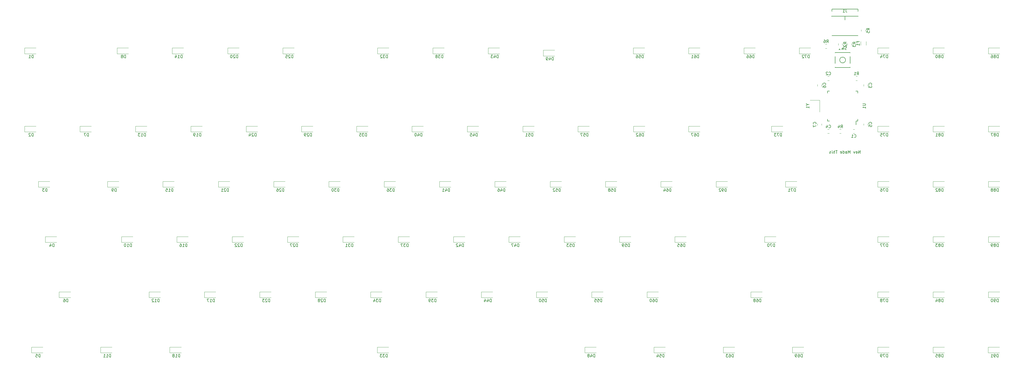
<source format=gbo>
%TF.GenerationSoftware,KiCad,Pcbnew,(5.1.6)-1*%
%TF.CreationDate,2020-08-03T21:56:52-05:00*%
%TF.ProjectId,customKeyboard,63757374-6f6d-44b6-9579-626f6172642e,rev?*%
%TF.SameCoordinates,Original*%
%TF.FileFunction,Legend,Bot*%
%TF.FilePolarity,Positive*%
%FSLAX46Y46*%
G04 Gerber Fmt 4.6, Leading zero omitted, Abs format (unit mm)*
G04 Created by KiCad (PCBNEW (5.1.6)-1) date 2020-08-03 21:56:52*
%MOMM*%
%LPD*%
G01*
G04 APERTURE LIST*
%ADD10C,0.150000*%
%ADD11C,0.120000*%
%ADD12C,2.350000*%
%ADD13R,1.300000X1.500000*%
%ADD14R,1.600000X0.650000*%
%ADD15R,0.650000X1.600000*%
%ADD16R,1.900000X1.200000*%
%ADD17C,0.750000*%
%ADD18O,1.000000X2.500000*%
%ADD19O,1.000000X1.800000*%
%ADD20R,1.000000X1.300000*%
G04 APERTURE END LIST*
D10*
X337819345Y-72683630D02*
X337819345Y-71683630D01*
X337247916Y-72683630D01*
X337247916Y-71683630D01*
X336390773Y-72636011D02*
X336486011Y-72683630D01*
X336676488Y-72683630D01*
X336771726Y-72636011D01*
X336819345Y-72540773D01*
X336819345Y-72159821D01*
X336771726Y-72064583D01*
X336676488Y-72016964D01*
X336486011Y-72016964D01*
X336390773Y-72064583D01*
X336343154Y-72159821D01*
X336343154Y-72255059D01*
X336819345Y-72350297D01*
X336009821Y-72016964D02*
X335771726Y-72683630D01*
X335533630Y-72016964D01*
X334390773Y-72683630D02*
X334390773Y-71683630D01*
X334057440Y-72397916D01*
X333724107Y-71683630D01*
X333724107Y-72683630D01*
X332819345Y-72683630D02*
X332819345Y-72159821D01*
X332866964Y-72064583D01*
X332962202Y-72016964D01*
X333152678Y-72016964D01*
X333247916Y-72064583D01*
X332819345Y-72636011D02*
X332914583Y-72683630D01*
X333152678Y-72683630D01*
X333247916Y-72636011D01*
X333295535Y-72540773D01*
X333295535Y-72445535D01*
X333247916Y-72350297D01*
X333152678Y-72302678D01*
X332914583Y-72302678D01*
X332819345Y-72255059D01*
X331914583Y-72683630D02*
X331914583Y-71683630D01*
X331914583Y-72636011D02*
X332009821Y-72683630D01*
X332200297Y-72683630D01*
X332295535Y-72636011D01*
X332343154Y-72588392D01*
X332390773Y-72493154D01*
X332390773Y-72207440D01*
X332343154Y-72112202D01*
X332295535Y-72064583D01*
X332200297Y-72016964D01*
X332009821Y-72016964D01*
X331914583Y-72064583D01*
X331057440Y-72636011D02*
X331152678Y-72683630D01*
X331343154Y-72683630D01*
X331438392Y-72636011D01*
X331486011Y-72540773D01*
X331486011Y-72159821D01*
X331438392Y-72064583D01*
X331343154Y-72016964D01*
X331152678Y-72016964D01*
X331057440Y-72064583D01*
X331009821Y-72159821D01*
X331009821Y-72255059D01*
X331486011Y-72350297D01*
X329962202Y-71683630D02*
X329390773Y-71683630D01*
X329676488Y-72683630D02*
X329676488Y-71683630D01*
X329057440Y-72683630D02*
X329057440Y-71683630D01*
X328628869Y-72683630D02*
X328628869Y-72159821D01*
X328676488Y-72064583D01*
X328771726Y-72016964D01*
X328914583Y-72016964D01*
X329009821Y-72064583D01*
X329057440Y-72112202D01*
X328152678Y-72683630D02*
X328152678Y-72016964D01*
X328152678Y-71683630D02*
X328200297Y-71731250D01*
X328152678Y-71778869D01*
X328105059Y-71731250D01*
X328152678Y-71683630D01*
X328152678Y-71778869D01*
X327724107Y-72636011D02*
X327628869Y-72683630D01*
X327438392Y-72683630D01*
X327343154Y-72636011D01*
X327295535Y-72540773D01*
X327295535Y-72493154D01*
X327343154Y-72397916D01*
X327438392Y-72350297D01*
X327581250Y-72350297D01*
X327676488Y-72302678D01*
X327724107Y-72207440D01*
X327724107Y-72159821D01*
X327676488Y-72064583D01*
X327581250Y-72016964D01*
X327438392Y-72016964D01*
X327343154Y-72064583D01*
D11*
%TO.C,F1*%
X338021250Y-34135436D02*
X338021250Y-35339564D01*
X339841250Y-34135436D02*
X339841250Y-35339564D01*
%TO.C,R5*%
X339641250Y-30564828D02*
X339641250Y-30047672D01*
X338221250Y-30564828D02*
X338221250Y-30047672D01*
%TO.C,R2*%
X331703750Y-35327328D02*
X331703750Y-34810172D01*
X330283750Y-35327328D02*
X330283750Y-34810172D01*
%TO.C,C7*%
X323140000Y-62447672D02*
X323140000Y-62964828D01*
X324560000Y-62447672D02*
X324560000Y-62964828D01*
%TO.C,R6*%
X326346078Y-35008750D02*
X325828922Y-35008750D01*
X326346078Y-36428750D02*
X325828922Y-36428750D01*
%TO.C,Y1*%
X320556250Y-54356250D02*
X323856250Y-54356250D01*
X323856250Y-54356250D02*
X323856250Y-58356250D01*
D10*
%TO.C,U1*%
X336962500Y-61531250D02*
X336387500Y-61531250D01*
X336962500Y-51181250D02*
X336287500Y-51181250D01*
X326612500Y-51181250D02*
X327287500Y-51181250D01*
X326612500Y-61531250D02*
X327287500Y-61531250D01*
X336962500Y-61531250D02*
X336962500Y-60856250D01*
X326612500Y-61531250D02*
X326612500Y-60856250D01*
X326612500Y-51181250D02*
X326612500Y-51856250D01*
X336962500Y-51181250D02*
X336962500Y-51856250D01*
X336387500Y-61531250D02*
X336387500Y-62806250D01*
%TO.C,SW1*%
X332787500Y-40481250D02*
G75*
G03*
X332787500Y-40481250I-1000000J0D01*
G01*
X329187500Y-37881250D02*
X329187500Y-43081250D01*
X334387500Y-37881250D02*
X329187500Y-37881250D01*
X334387500Y-43081250D02*
X334387500Y-37881250D01*
X329187500Y-43081250D02*
X334387500Y-43081250D01*
D11*
%TO.C,R4*%
X331252328Y-64377500D02*
X330735172Y-64377500D01*
X331252328Y-65797500D02*
X330735172Y-65797500D01*
%TO.C,R3*%
X334878750Y-35327328D02*
X334878750Y-34810172D01*
X333458750Y-35327328D02*
X333458750Y-34810172D01*
%TO.C,R1*%
X336808578Y-46121250D02*
X336291422Y-46121250D01*
X336808578Y-47541250D02*
X336291422Y-47541250D01*
D10*
%TO.C,J1*%
X332581250Y-25400000D02*
X332581250Y-26670000D01*
X328106250Y-22890000D02*
X328101250Y-23650000D01*
X328106250Y-22890000D02*
X337056250Y-22890000D01*
X337061250Y-23650000D02*
X337056250Y-22890000D01*
X328106250Y-32060000D02*
X337056250Y-32060000D01*
X327956250Y-25400000D02*
X337206250Y-25400000D01*
D11*
%TO.C,D92*%
X288262500Y-84343750D02*
X288262500Y-82343750D01*
X288262500Y-82343750D02*
X292162500Y-82343750D01*
X288262500Y-84343750D02*
X292162500Y-84343750D01*
%TO.C,D91*%
X381882500Y-141493750D02*
X381882500Y-139493750D01*
X381882500Y-139493750D02*
X385782500Y-139493750D01*
X381882500Y-141493750D02*
X385782500Y-141493750D01*
%TO.C,D90*%
X381925000Y-122443750D02*
X381925000Y-120443750D01*
X381925000Y-120443750D02*
X385825000Y-120443750D01*
X381925000Y-122443750D02*
X385825000Y-122443750D01*
%TO.C,D89*%
X381925000Y-103393750D02*
X381925000Y-101393750D01*
X381925000Y-101393750D02*
X385825000Y-101393750D01*
X381925000Y-103393750D02*
X385825000Y-103393750D01*
%TO.C,D88*%
X381925000Y-84343750D02*
X381925000Y-82343750D01*
X381925000Y-82343750D02*
X385825000Y-82343750D01*
X381925000Y-84343750D02*
X385825000Y-84343750D01*
%TO.C,D87*%
X381925000Y-65293750D02*
X381925000Y-63293750D01*
X381925000Y-63293750D02*
X385825000Y-63293750D01*
X381925000Y-65293750D02*
X385825000Y-65293750D01*
%TO.C,D86*%
X381925000Y-38306250D02*
X381925000Y-36306250D01*
X381925000Y-36306250D02*
X385825000Y-36306250D01*
X381925000Y-38306250D02*
X385825000Y-38306250D01*
%TO.C,D85*%
X362875000Y-141493750D02*
X362875000Y-139493750D01*
X362875000Y-139493750D02*
X366775000Y-139493750D01*
X362875000Y-141493750D02*
X366775000Y-141493750D01*
%TO.C,D84*%
X362875000Y-122443750D02*
X362875000Y-120443750D01*
X362875000Y-120443750D02*
X366775000Y-120443750D01*
X362875000Y-122443750D02*
X366775000Y-122443750D01*
%TO.C,D83*%
X362875000Y-103393750D02*
X362875000Y-101393750D01*
X362875000Y-101393750D02*
X366775000Y-101393750D01*
X362875000Y-103393750D02*
X366775000Y-103393750D01*
%TO.C,D82*%
X362875000Y-84343750D02*
X362875000Y-82343750D01*
X362875000Y-82343750D02*
X366775000Y-82343750D01*
X362875000Y-84343750D02*
X366775000Y-84343750D01*
%TO.C,D81*%
X362875000Y-65293750D02*
X362875000Y-63293750D01*
X362875000Y-63293750D02*
X366775000Y-63293750D01*
X362875000Y-65293750D02*
X366775000Y-65293750D01*
%TO.C,D80*%
X362875000Y-38306250D02*
X362875000Y-36306250D01*
X362875000Y-36306250D02*
X366775000Y-36306250D01*
X362875000Y-38306250D02*
X366775000Y-38306250D01*
%TO.C,D79*%
X343825000Y-141493750D02*
X343825000Y-139493750D01*
X343825000Y-139493750D02*
X347725000Y-139493750D01*
X343825000Y-141493750D02*
X347725000Y-141493750D01*
%TO.C,D78*%
X343825000Y-122443750D02*
X343825000Y-120443750D01*
X343825000Y-120443750D02*
X347725000Y-120443750D01*
X343825000Y-122443750D02*
X347725000Y-122443750D01*
%TO.C,D77*%
X343825000Y-103393750D02*
X343825000Y-101393750D01*
X343825000Y-101393750D02*
X347725000Y-101393750D01*
X343825000Y-103393750D02*
X347725000Y-103393750D01*
%TO.C,D76*%
X343825000Y-84343750D02*
X343825000Y-82343750D01*
X343825000Y-82343750D02*
X347725000Y-82343750D01*
X343825000Y-84343750D02*
X347725000Y-84343750D01*
%TO.C,D75*%
X343825000Y-65293750D02*
X343825000Y-63293750D01*
X343825000Y-63293750D02*
X347725000Y-63293750D01*
X343825000Y-65293750D02*
X347725000Y-65293750D01*
%TO.C,D74*%
X343825000Y-38306250D02*
X343825000Y-36306250D01*
X343825000Y-36306250D02*
X347725000Y-36306250D01*
X343825000Y-38306250D02*
X347725000Y-38306250D01*
%TO.C,D73*%
X307312500Y-65293750D02*
X307312500Y-63293750D01*
X307312500Y-63293750D02*
X311212500Y-63293750D01*
X307312500Y-65293750D02*
X311212500Y-65293750D01*
%TO.C,D72*%
X316837500Y-38306250D02*
X316837500Y-36306250D01*
X316837500Y-36306250D02*
X320737500Y-36306250D01*
X316837500Y-38306250D02*
X320737500Y-38306250D01*
%TO.C,D71*%
X312075000Y-84343750D02*
X312075000Y-82343750D01*
X312075000Y-82343750D02*
X315975000Y-82343750D01*
X312075000Y-84343750D02*
X315975000Y-84343750D01*
%TO.C,D70*%
X304931250Y-103393750D02*
X304931250Y-101393750D01*
X304931250Y-101393750D02*
X308831250Y-101393750D01*
X304931250Y-103393750D02*
X308831250Y-103393750D01*
%TO.C,D69*%
X314456250Y-141493750D02*
X314456250Y-139493750D01*
X314456250Y-139493750D02*
X318356250Y-139493750D01*
X314456250Y-141493750D02*
X318356250Y-141493750D01*
%TO.C,D68*%
X300168750Y-122443750D02*
X300168750Y-120443750D01*
X300168750Y-120443750D02*
X304068750Y-120443750D01*
X300168750Y-122443750D02*
X304068750Y-122443750D01*
%TO.C,D67*%
X278737500Y-65293750D02*
X278737500Y-63293750D01*
X278737500Y-63293750D02*
X282637500Y-63293750D01*
X278737500Y-65293750D02*
X282637500Y-65293750D01*
%TO.C,D66*%
X297787500Y-38306250D02*
X297787500Y-36306250D01*
X297787500Y-36306250D02*
X301687500Y-36306250D01*
X297787500Y-38306250D02*
X301687500Y-38306250D01*
%TO.C,D65*%
X273975000Y-103393750D02*
X273975000Y-101393750D01*
X273975000Y-101393750D02*
X277875000Y-101393750D01*
X273975000Y-103393750D02*
X277875000Y-103393750D01*
%TO.C,D64*%
X269212500Y-84343750D02*
X269212500Y-82343750D01*
X269212500Y-82343750D02*
X273112500Y-82343750D01*
X269212500Y-84343750D02*
X273112500Y-84343750D01*
%TO.C,D63*%
X290706250Y-141493750D02*
X290706250Y-139493750D01*
X290706250Y-139493750D02*
X294606250Y-139493750D01*
X290706250Y-141493750D02*
X294606250Y-141493750D01*
%TO.C,D62*%
X259750000Y-65293750D02*
X259750000Y-63293750D01*
X259750000Y-63293750D02*
X263650000Y-63293750D01*
X259750000Y-65293750D02*
X263650000Y-65293750D01*
%TO.C,D61*%
X278737500Y-38306250D02*
X278737500Y-36306250D01*
X278737500Y-36306250D02*
X282637500Y-36306250D01*
X278737500Y-38306250D02*
X282637500Y-38306250D01*
%TO.C,D60*%
X264450000Y-122443750D02*
X264450000Y-120443750D01*
X264450000Y-120443750D02*
X268350000Y-120443750D01*
X264450000Y-122443750D02*
X268350000Y-122443750D01*
%TO.C,D59*%
X254925000Y-103393750D02*
X254925000Y-101393750D01*
X254925000Y-101393750D02*
X258825000Y-101393750D01*
X254925000Y-103393750D02*
X258825000Y-103393750D01*
%TO.C,D58*%
X250162500Y-84343750D02*
X250162500Y-82343750D01*
X250162500Y-82343750D02*
X254062500Y-82343750D01*
X250162500Y-84343750D02*
X254062500Y-84343750D01*
%TO.C,D57*%
X240637500Y-65293750D02*
X240637500Y-63293750D01*
X240637500Y-63293750D02*
X244537500Y-63293750D01*
X240637500Y-65293750D02*
X244537500Y-65293750D01*
%TO.C,D56*%
X259687500Y-38306250D02*
X259687500Y-36306250D01*
X259687500Y-36306250D02*
X263587500Y-36306250D01*
X259687500Y-38306250D02*
X263587500Y-38306250D01*
%TO.C,D55*%
X245400000Y-122443750D02*
X245400000Y-120443750D01*
X245400000Y-120443750D02*
X249300000Y-120443750D01*
X245400000Y-122443750D02*
X249300000Y-122443750D01*
%TO.C,D54*%
X266831250Y-141493750D02*
X266831250Y-139493750D01*
X266831250Y-139493750D02*
X270731250Y-139493750D01*
X266831250Y-141493750D02*
X270731250Y-141493750D01*
%TO.C,D53*%
X235875000Y-103393750D02*
X235875000Y-101393750D01*
X235875000Y-101393750D02*
X239775000Y-101393750D01*
X235875000Y-103393750D02*
X239775000Y-103393750D01*
%TO.C,D52*%
X231112500Y-84343750D02*
X231112500Y-82343750D01*
X231112500Y-82343750D02*
X235012500Y-82343750D01*
X231112500Y-84343750D02*
X235012500Y-84343750D01*
%TO.C,D51*%
X221650000Y-65293750D02*
X221650000Y-63293750D01*
X221650000Y-63293750D02*
X225550000Y-63293750D01*
X221650000Y-65293750D02*
X225550000Y-65293750D01*
%TO.C,D50*%
X226350000Y-122443750D02*
X226350000Y-120443750D01*
X226350000Y-120443750D02*
X230250000Y-120443750D01*
X226350000Y-122443750D02*
X230250000Y-122443750D01*
%TO.C,D49*%
X228731250Y-39100000D02*
X228731250Y-37100000D01*
X228731250Y-37100000D02*
X232631250Y-37100000D01*
X228731250Y-39100000D02*
X232631250Y-39100000D01*
%TO.C,D48*%
X243018750Y-141493750D02*
X243018750Y-139493750D01*
X243018750Y-139493750D02*
X246918750Y-139493750D01*
X243018750Y-141493750D02*
X246918750Y-141493750D01*
%TO.C,D47*%
X216825000Y-103393750D02*
X216825000Y-101393750D01*
X216825000Y-101393750D02*
X220725000Y-101393750D01*
X216825000Y-103393750D02*
X220725000Y-103393750D01*
%TO.C,D46*%
X212062500Y-84343750D02*
X212062500Y-82343750D01*
X212062500Y-82343750D02*
X215962500Y-82343750D01*
X212062500Y-84343750D02*
X215962500Y-84343750D01*
%TO.C,D45*%
X202537500Y-65293750D02*
X202537500Y-63293750D01*
X202537500Y-63293750D02*
X206437500Y-63293750D01*
X202537500Y-65293750D02*
X206437500Y-65293750D01*
%TO.C,D44*%
X207362500Y-122443750D02*
X207362500Y-120443750D01*
X207362500Y-120443750D02*
X211262500Y-120443750D01*
X207362500Y-122443750D02*
X211262500Y-122443750D01*
%TO.C,D43*%
X209743750Y-38306250D02*
X209743750Y-36306250D01*
X209743750Y-36306250D02*
X213643750Y-36306250D01*
X209743750Y-38306250D02*
X213643750Y-38306250D01*
%TO.C,D42*%
X197775000Y-103393750D02*
X197775000Y-101393750D01*
X197775000Y-101393750D02*
X201675000Y-101393750D01*
X197775000Y-103393750D02*
X201675000Y-103393750D01*
%TO.C,D41*%
X193012500Y-84343750D02*
X193012500Y-82343750D01*
X193012500Y-82343750D02*
X196912500Y-82343750D01*
X193012500Y-84343750D02*
X196912500Y-84343750D01*
%TO.C,D40*%
X183487500Y-65293750D02*
X183487500Y-63293750D01*
X183487500Y-63293750D02*
X187387500Y-63293750D01*
X183487500Y-65293750D02*
X187387500Y-65293750D01*
%TO.C,D39*%
X188312500Y-122443750D02*
X188312500Y-120443750D01*
X188312500Y-120443750D02*
X192212500Y-120443750D01*
X188312500Y-122443750D02*
X192212500Y-122443750D01*
%TO.C,D38*%
X190693750Y-38306250D02*
X190693750Y-36306250D01*
X190693750Y-36306250D02*
X194593750Y-36306250D01*
X190693750Y-38306250D02*
X194593750Y-38306250D01*
%TO.C,D37*%
X178725000Y-103393750D02*
X178725000Y-101393750D01*
X178725000Y-101393750D02*
X182625000Y-101393750D01*
X178725000Y-103393750D02*
X182625000Y-103393750D01*
%TO.C,D36*%
X173962500Y-84343750D02*
X173962500Y-82343750D01*
X173962500Y-82343750D02*
X177862500Y-82343750D01*
X173962500Y-84343750D02*
X177862500Y-84343750D01*
%TO.C,D35*%
X164437500Y-65293750D02*
X164437500Y-63293750D01*
X164437500Y-63293750D02*
X168337500Y-63293750D01*
X164437500Y-65293750D02*
X168337500Y-65293750D01*
%TO.C,D34*%
X169262500Y-122443750D02*
X169262500Y-120443750D01*
X169262500Y-120443750D02*
X173162500Y-120443750D01*
X169262500Y-122443750D02*
X173162500Y-122443750D01*
%TO.C,D33*%
X171581250Y-141493750D02*
X171581250Y-139493750D01*
X171581250Y-139493750D02*
X175481250Y-139493750D01*
X171581250Y-141493750D02*
X175481250Y-141493750D01*
%TO.C,D32*%
X171643750Y-38306250D02*
X171643750Y-36306250D01*
X171643750Y-36306250D02*
X175543750Y-36306250D01*
X171643750Y-38306250D02*
X175543750Y-38306250D01*
%TO.C,D31*%
X159675000Y-103393750D02*
X159675000Y-101393750D01*
X159675000Y-101393750D02*
X163575000Y-101393750D01*
X159675000Y-103393750D02*
X163575000Y-103393750D01*
%TO.C,D30*%
X154912500Y-84343750D02*
X154912500Y-82343750D01*
X154912500Y-82343750D02*
X158812500Y-82343750D01*
X154912500Y-84343750D02*
X158812500Y-84343750D01*
%TO.C,D29*%
X145450000Y-65293750D02*
X145450000Y-63293750D01*
X145450000Y-63293750D02*
X149350000Y-63293750D01*
X145450000Y-65293750D02*
X149350000Y-65293750D01*
%TO.C,D28*%
X150212500Y-122443750D02*
X150212500Y-120443750D01*
X150212500Y-120443750D02*
X154112500Y-120443750D01*
X150212500Y-122443750D02*
X154112500Y-122443750D01*
%TO.C,D27*%
X140625000Y-103393750D02*
X140625000Y-101393750D01*
X140625000Y-101393750D02*
X144525000Y-101393750D01*
X140625000Y-103393750D02*
X144525000Y-103393750D01*
%TO.C,D26*%
X135925000Y-84343750D02*
X135925000Y-82343750D01*
X135925000Y-82343750D02*
X139825000Y-82343750D01*
X135925000Y-84343750D02*
X139825000Y-84343750D01*
%TO.C,D25*%
X139037500Y-38306250D02*
X139037500Y-36306250D01*
X139037500Y-36306250D02*
X142937500Y-36306250D01*
X139037500Y-38306250D02*
X142937500Y-38306250D01*
%TO.C,D24*%
X126400000Y-65293750D02*
X126400000Y-63293750D01*
X126400000Y-63293750D02*
X130300000Y-63293750D01*
X126400000Y-65293750D02*
X130300000Y-65293750D01*
%TO.C,D23*%
X131100000Y-122443750D02*
X131100000Y-120443750D01*
X131100000Y-120443750D02*
X135000000Y-120443750D01*
X131100000Y-122443750D02*
X135000000Y-122443750D01*
%TO.C,D22*%
X121575000Y-103393750D02*
X121575000Y-101393750D01*
X121575000Y-101393750D02*
X125475000Y-101393750D01*
X121575000Y-103393750D02*
X125475000Y-103393750D01*
%TO.C,D21*%
X116875000Y-84343750D02*
X116875000Y-82343750D01*
X116875000Y-82343750D02*
X120775000Y-82343750D01*
X116875000Y-84343750D02*
X120775000Y-84343750D01*
%TO.C,D20*%
X120050000Y-38306250D02*
X120050000Y-36306250D01*
X120050000Y-36306250D02*
X123950000Y-36306250D01*
X120050000Y-38306250D02*
X123950000Y-38306250D01*
%TO.C,D19*%
X107350000Y-65293750D02*
X107350000Y-63293750D01*
X107350000Y-63293750D02*
X111250000Y-63293750D01*
X107350000Y-65293750D02*
X111250000Y-65293750D01*
%TO.C,D18*%
X100143750Y-141493750D02*
X100143750Y-139493750D01*
X100143750Y-139493750D02*
X104043750Y-139493750D01*
X100143750Y-141493750D02*
X104043750Y-141493750D01*
%TO.C,D17*%
X112050000Y-122443750D02*
X112050000Y-120443750D01*
X112050000Y-120443750D02*
X115950000Y-120443750D01*
X112050000Y-122443750D02*
X115950000Y-122443750D01*
%TO.C,D16*%
X102587500Y-103393750D02*
X102587500Y-101393750D01*
X102587500Y-101393750D02*
X106487500Y-101393750D01*
X102587500Y-103393750D02*
X106487500Y-103393750D01*
%TO.C,D15*%
X97762500Y-84343750D02*
X97762500Y-82343750D01*
X97762500Y-82343750D02*
X101662500Y-82343750D01*
X97762500Y-84343750D02*
X101662500Y-84343750D01*
%TO.C,D14*%
X100937500Y-38306250D02*
X100937500Y-36306250D01*
X100937500Y-36306250D02*
X104837500Y-36306250D01*
X100937500Y-38306250D02*
X104837500Y-38306250D01*
%TO.C,D13*%
X88300000Y-65293750D02*
X88300000Y-63293750D01*
X88300000Y-63293750D02*
X92200000Y-63293750D01*
X88300000Y-65293750D02*
X92200000Y-65293750D01*
%TO.C,D12*%
X93000000Y-122443750D02*
X93000000Y-120443750D01*
X93000000Y-120443750D02*
X96900000Y-120443750D01*
X93000000Y-122443750D02*
X96900000Y-122443750D01*
%TO.C,D11*%
X76331250Y-141493750D02*
X76331250Y-139493750D01*
X76331250Y-139493750D02*
X80231250Y-139493750D01*
X76331250Y-141493750D02*
X80231250Y-141493750D01*
%TO.C,D10*%
X83475000Y-103393750D02*
X83475000Y-101393750D01*
X83475000Y-101393750D02*
X87375000Y-101393750D01*
X83475000Y-103393750D02*
X87375000Y-103393750D01*
%TO.C,D9*%
X78712500Y-84343750D02*
X78712500Y-82343750D01*
X78712500Y-82343750D02*
X82612500Y-82343750D01*
X78712500Y-84343750D02*
X82612500Y-84343750D01*
%TO.C,D8*%
X81950000Y-38306250D02*
X81950000Y-36306250D01*
X81950000Y-36306250D02*
X85850000Y-36306250D01*
X81950000Y-38306250D02*
X85850000Y-38306250D01*
%TO.C,D7*%
X69187500Y-65293750D02*
X69187500Y-63293750D01*
X69187500Y-63293750D02*
X73087500Y-63293750D01*
X69187500Y-65293750D02*
X73087500Y-65293750D01*
%TO.C,D6*%
X62043750Y-122443750D02*
X62043750Y-120443750D01*
X62043750Y-120443750D02*
X65943750Y-120443750D01*
X62043750Y-122443750D02*
X65943750Y-122443750D01*
%TO.C,D5*%
X52518750Y-141493750D02*
X52518750Y-139493750D01*
X52518750Y-139493750D02*
X56418750Y-139493750D01*
X52518750Y-141493750D02*
X56418750Y-141493750D01*
%TO.C,D4*%
X57281250Y-103393750D02*
X57281250Y-101393750D01*
X57281250Y-101393750D02*
X61181250Y-101393750D01*
X57281250Y-103393750D02*
X61181250Y-103393750D01*
%TO.C,D3*%
X54900000Y-84343750D02*
X54900000Y-82343750D01*
X54900000Y-82343750D02*
X58800000Y-82343750D01*
X54900000Y-84343750D02*
X58800000Y-84343750D01*
%TO.C,D2*%
X50137500Y-65293750D02*
X50137500Y-63293750D01*
X50137500Y-63293750D02*
X54037500Y-63293750D01*
X50137500Y-65293750D02*
X54037500Y-65293750D01*
%TO.C,D1*%
X50137500Y-38306250D02*
X50137500Y-36306250D01*
X50137500Y-36306250D02*
X54037500Y-36306250D01*
X50137500Y-38306250D02*
X54037500Y-38306250D01*
%TO.C,C6*%
X324560000Y-49471078D02*
X324560000Y-48953922D01*
X323140000Y-49471078D02*
X323140000Y-48953922D01*
%TO.C,C5*%
X340435000Y-62964828D02*
X340435000Y-62447672D01*
X339015000Y-62964828D02*
X339015000Y-62447672D01*
%TO.C,C4*%
X327139828Y-64377500D02*
X326622672Y-64377500D01*
X327139828Y-65797500D02*
X326622672Y-65797500D01*
%TO.C,C3*%
X340435000Y-49471078D02*
X340435000Y-48953922D01*
X339015000Y-49471078D02*
X339015000Y-48953922D01*
%TO.C,C2*%
X327139828Y-46121250D02*
X326622672Y-46121250D01*
X327139828Y-47541250D02*
X326622672Y-47541250D01*
%TO.C,C1*%
X335353922Y-65797500D02*
X335871078Y-65797500D01*
X335353922Y-64377500D02*
X335871078Y-64377500D01*
%TO.C,F1*%
D10*
X337039821Y-34404166D02*
X337039821Y-34070833D01*
X337563630Y-34070833D02*
X336563630Y-34070833D01*
X336563630Y-34547023D01*
X337563630Y-35451785D02*
X337563630Y-34880357D01*
X337563630Y-35166071D02*
X336563630Y-35166071D01*
X336706488Y-35070833D01*
X336801726Y-34975595D01*
X336849345Y-34880357D01*
%TO.C,R5*%
X341033630Y-30139583D02*
X340557440Y-29806250D01*
X341033630Y-29568154D02*
X340033630Y-29568154D01*
X340033630Y-29949107D01*
X340081250Y-30044345D01*
X340128869Y-30091964D01*
X340224107Y-30139583D01*
X340366964Y-30139583D01*
X340462202Y-30091964D01*
X340509821Y-30044345D01*
X340557440Y-29949107D01*
X340557440Y-29568154D01*
X340033630Y-31044345D02*
X340033630Y-30568154D01*
X340509821Y-30520535D01*
X340462202Y-30568154D01*
X340414583Y-30663392D01*
X340414583Y-30901488D01*
X340462202Y-30996726D01*
X340509821Y-31044345D01*
X340605059Y-31091964D01*
X340843154Y-31091964D01*
X340938392Y-31044345D01*
X340986011Y-30996726D01*
X341033630Y-30901488D01*
X341033630Y-30663392D01*
X340986011Y-30568154D01*
X340938392Y-30520535D01*
%TO.C,R2*%
X333096130Y-34902083D02*
X332619940Y-34568750D01*
X333096130Y-34330654D02*
X332096130Y-34330654D01*
X332096130Y-34711607D01*
X332143750Y-34806845D01*
X332191369Y-34854464D01*
X332286607Y-34902083D01*
X332429464Y-34902083D01*
X332524702Y-34854464D01*
X332572321Y-34806845D01*
X332619940Y-34711607D01*
X332619940Y-34330654D01*
X332191369Y-35283035D02*
X332143750Y-35330654D01*
X332096130Y-35425892D01*
X332096130Y-35663988D01*
X332143750Y-35759226D01*
X332191369Y-35806845D01*
X332286607Y-35854464D01*
X332381845Y-35854464D01*
X332524702Y-35806845D01*
X333096130Y-35235416D01*
X333096130Y-35854464D01*
%TO.C,C7*%
X322557142Y-62539583D02*
X322604761Y-62491964D01*
X322652380Y-62349107D01*
X322652380Y-62253869D01*
X322604761Y-62111011D01*
X322509523Y-62015773D01*
X322414285Y-61968154D01*
X322223809Y-61920535D01*
X322080952Y-61920535D01*
X321890476Y-61968154D01*
X321795238Y-62015773D01*
X321700000Y-62111011D01*
X321652380Y-62253869D01*
X321652380Y-62349107D01*
X321700000Y-62491964D01*
X321747619Y-62539583D01*
X321652380Y-62872916D02*
X321652380Y-63539583D01*
X322652380Y-63111011D01*
%TO.C,R6*%
X326254166Y-34521130D02*
X326587500Y-34044940D01*
X326825595Y-34521130D02*
X326825595Y-33521130D01*
X326444642Y-33521130D01*
X326349404Y-33568750D01*
X326301785Y-33616369D01*
X326254166Y-33711607D01*
X326254166Y-33854464D01*
X326301785Y-33949702D01*
X326349404Y-33997321D01*
X326444642Y-34044940D01*
X326825595Y-34044940D01*
X325397023Y-33521130D02*
X325587500Y-33521130D01*
X325682738Y-33568750D01*
X325730357Y-33616369D01*
X325825595Y-33759226D01*
X325873214Y-33949702D01*
X325873214Y-34330654D01*
X325825595Y-34425892D01*
X325777976Y-34473511D01*
X325682738Y-34521130D01*
X325492261Y-34521130D01*
X325397023Y-34473511D01*
X325349404Y-34425892D01*
X325301785Y-34330654D01*
X325301785Y-34092559D01*
X325349404Y-33997321D01*
X325397023Y-33949702D01*
X325492261Y-33902083D01*
X325682738Y-33902083D01*
X325777976Y-33949702D01*
X325825595Y-33997321D01*
X325873214Y-34092559D01*
%TO.C,Y1*%
X319732440Y-55880059D02*
X320208630Y-55880059D01*
X319208630Y-55546726D02*
X319732440Y-55880059D01*
X319208630Y-56213392D01*
X320208630Y-57070535D02*
X320208630Y-56499107D01*
X320208630Y-56784821D02*
X319208630Y-56784821D01*
X319351488Y-56689583D01*
X319446726Y-56594345D01*
X319494345Y-56499107D01*
%TO.C,U1*%
X338689880Y-55594345D02*
X339499404Y-55594345D01*
X339594642Y-55641964D01*
X339642261Y-55689583D01*
X339689880Y-55784821D01*
X339689880Y-55975297D01*
X339642261Y-56070535D01*
X339594642Y-56118154D01*
X339499404Y-56165773D01*
X338689880Y-56165773D01*
X339689880Y-57165773D02*
X339689880Y-56594345D01*
X339689880Y-56880059D02*
X338689880Y-56880059D01*
X338832738Y-56784821D01*
X338927976Y-56689583D01*
X338975595Y-56594345D01*
%TO.C,SW1*%
X333120833Y-36822011D02*
X332977976Y-36869630D01*
X332739880Y-36869630D01*
X332644642Y-36822011D01*
X332597023Y-36774392D01*
X332549404Y-36679154D01*
X332549404Y-36583916D01*
X332597023Y-36488678D01*
X332644642Y-36441059D01*
X332739880Y-36393440D01*
X332930357Y-36345821D01*
X333025595Y-36298202D01*
X333073214Y-36250583D01*
X333120833Y-36155345D01*
X333120833Y-36060107D01*
X333073214Y-35964869D01*
X333025595Y-35917250D01*
X332930357Y-35869630D01*
X332692261Y-35869630D01*
X332549404Y-35917250D01*
X332216071Y-35869630D02*
X331977976Y-36869630D01*
X331787500Y-36155345D01*
X331597023Y-36869630D01*
X331358928Y-35869630D01*
X330454166Y-36869630D02*
X331025595Y-36869630D01*
X330739880Y-36869630D02*
X330739880Y-35869630D01*
X330835119Y-36012488D01*
X330930357Y-36107726D01*
X331025595Y-36155345D01*
%TO.C,R4*%
X331160416Y-63889880D02*
X331493750Y-63413690D01*
X331731845Y-63889880D02*
X331731845Y-62889880D01*
X331350892Y-62889880D01*
X331255654Y-62937500D01*
X331208035Y-62985119D01*
X331160416Y-63080357D01*
X331160416Y-63223214D01*
X331208035Y-63318452D01*
X331255654Y-63366071D01*
X331350892Y-63413690D01*
X331731845Y-63413690D01*
X330303273Y-63223214D02*
X330303273Y-63889880D01*
X330541369Y-62842261D02*
X330779464Y-63556547D01*
X330160416Y-63556547D01*
%TO.C,R3*%
X336271130Y-34902083D02*
X335794940Y-34568750D01*
X336271130Y-34330654D02*
X335271130Y-34330654D01*
X335271130Y-34711607D01*
X335318750Y-34806845D01*
X335366369Y-34854464D01*
X335461607Y-34902083D01*
X335604464Y-34902083D01*
X335699702Y-34854464D01*
X335747321Y-34806845D01*
X335794940Y-34711607D01*
X335794940Y-34330654D01*
X335271130Y-35235416D02*
X335271130Y-35854464D01*
X335652083Y-35521130D01*
X335652083Y-35663988D01*
X335699702Y-35759226D01*
X335747321Y-35806845D01*
X335842559Y-35854464D01*
X336080654Y-35854464D01*
X336175892Y-35806845D01*
X336223511Y-35759226D01*
X336271130Y-35663988D01*
X336271130Y-35378273D01*
X336223511Y-35283035D01*
X336175892Y-35235416D01*
%TO.C,R1*%
X336716666Y-45633630D02*
X337050000Y-45157440D01*
X337288095Y-45633630D02*
X337288095Y-44633630D01*
X336907142Y-44633630D01*
X336811904Y-44681250D01*
X336764285Y-44728869D01*
X336716666Y-44824107D01*
X336716666Y-44966964D01*
X336764285Y-45062202D01*
X336811904Y-45109821D01*
X336907142Y-45157440D01*
X337288095Y-45157440D01*
X335764285Y-45633630D02*
X336335714Y-45633630D01*
X336050000Y-45633630D02*
X336050000Y-44633630D01*
X336145238Y-44776488D01*
X336240476Y-44871726D01*
X336335714Y-44919345D01*
%TO.C,J1*%
X332914583Y-23002380D02*
X332914583Y-23716666D01*
X332962202Y-23859523D01*
X333057440Y-23954761D01*
X333200297Y-24002380D01*
X333295535Y-24002380D01*
X331914583Y-24002380D02*
X332486011Y-24002380D01*
X332200297Y-24002380D02*
X332200297Y-23002380D01*
X332295535Y-23145238D01*
X332390773Y-23240476D01*
X332486011Y-23288095D01*
%TO.C,D92*%
X291726785Y-85796130D02*
X291726785Y-84796130D01*
X291488690Y-84796130D01*
X291345833Y-84843750D01*
X291250595Y-84938988D01*
X291202976Y-85034226D01*
X291155357Y-85224702D01*
X291155357Y-85367559D01*
X291202976Y-85558035D01*
X291250595Y-85653273D01*
X291345833Y-85748511D01*
X291488690Y-85796130D01*
X291726785Y-85796130D01*
X290679166Y-85796130D02*
X290488690Y-85796130D01*
X290393452Y-85748511D01*
X290345833Y-85700892D01*
X290250595Y-85558035D01*
X290202976Y-85367559D01*
X290202976Y-84986607D01*
X290250595Y-84891369D01*
X290298214Y-84843750D01*
X290393452Y-84796130D01*
X290583928Y-84796130D01*
X290679166Y-84843750D01*
X290726785Y-84891369D01*
X290774404Y-84986607D01*
X290774404Y-85224702D01*
X290726785Y-85319940D01*
X290679166Y-85367559D01*
X290583928Y-85415178D01*
X290393452Y-85415178D01*
X290298214Y-85367559D01*
X290250595Y-85319940D01*
X290202976Y-85224702D01*
X289822023Y-84891369D02*
X289774404Y-84843750D01*
X289679166Y-84796130D01*
X289441071Y-84796130D01*
X289345833Y-84843750D01*
X289298214Y-84891369D01*
X289250595Y-84986607D01*
X289250595Y-85081845D01*
X289298214Y-85224702D01*
X289869642Y-85796130D01*
X289250595Y-85796130D01*
%TO.C,D91*%
X385346785Y-142946130D02*
X385346785Y-141946130D01*
X385108690Y-141946130D01*
X384965833Y-141993750D01*
X384870595Y-142088988D01*
X384822976Y-142184226D01*
X384775357Y-142374702D01*
X384775357Y-142517559D01*
X384822976Y-142708035D01*
X384870595Y-142803273D01*
X384965833Y-142898511D01*
X385108690Y-142946130D01*
X385346785Y-142946130D01*
X384299166Y-142946130D02*
X384108690Y-142946130D01*
X384013452Y-142898511D01*
X383965833Y-142850892D01*
X383870595Y-142708035D01*
X383822976Y-142517559D01*
X383822976Y-142136607D01*
X383870595Y-142041369D01*
X383918214Y-141993750D01*
X384013452Y-141946130D01*
X384203928Y-141946130D01*
X384299166Y-141993750D01*
X384346785Y-142041369D01*
X384394404Y-142136607D01*
X384394404Y-142374702D01*
X384346785Y-142469940D01*
X384299166Y-142517559D01*
X384203928Y-142565178D01*
X384013452Y-142565178D01*
X383918214Y-142517559D01*
X383870595Y-142469940D01*
X383822976Y-142374702D01*
X382870595Y-142946130D02*
X383442023Y-142946130D01*
X383156309Y-142946130D02*
X383156309Y-141946130D01*
X383251547Y-142088988D01*
X383346785Y-142184226D01*
X383442023Y-142231845D01*
%TO.C,D90*%
X385389285Y-123896130D02*
X385389285Y-122896130D01*
X385151190Y-122896130D01*
X385008333Y-122943750D01*
X384913095Y-123038988D01*
X384865476Y-123134226D01*
X384817857Y-123324702D01*
X384817857Y-123467559D01*
X384865476Y-123658035D01*
X384913095Y-123753273D01*
X385008333Y-123848511D01*
X385151190Y-123896130D01*
X385389285Y-123896130D01*
X384341666Y-123896130D02*
X384151190Y-123896130D01*
X384055952Y-123848511D01*
X384008333Y-123800892D01*
X383913095Y-123658035D01*
X383865476Y-123467559D01*
X383865476Y-123086607D01*
X383913095Y-122991369D01*
X383960714Y-122943750D01*
X384055952Y-122896130D01*
X384246428Y-122896130D01*
X384341666Y-122943750D01*
X384389285Y-122991369D01*
X384436904Y-123086607D01*
X384436904Y-123324702D01*
X384389285Y-123419940D01*
X384341666Y-123467559D01*
X384246428Y-123515178D01*
X384055952Y-123515178D01*
X383960714Y-123467559D01*
X383913095Y-123419940D01*
X383865476Y-123324702D01*
X383246428Y-122896130D02*
X383151190Y-122896130D01*
X383055952Y-122943750D01*
X383008333Y-122991369D01*
X382960714Y-123086607D01*
X382913095Y-123277083D01*
X382913095Y-123515178D01*
X382960714Y-123705654D01*
X383008333Y-123800892D01*
X383055952Y-123848511D01*
X383151190Y-123896130D01*
X383246428Y-123896130D01*
X383341666Y-123848511D01*
X383389285Y-123800892D01*
X383436904Y-123705654D01*
X383484523Y-123515178D01*
X383484523Y-123277083D01*
X383436904Y-123086607D01*
X383389285Y-122991369D01*
X383341666Y-122943750D01*
X383246428Y-122896130D01*
%TO.C,D89*%
X385389285Y-104846130D02*
X385389285Y-103846130D01*
X385151190Y-103846130D01*
X385008333Y-103893750D01*
X384913095Y-103988988D01*
X384865476Y-104084226D01*
X384817857Y-104274702D01*
X384817857Y-104417559D01*
X384865476Y-104608035D01*
X384913095Y-104703273D01*
X385008333Y-104798511D01*
X385151190Y-104846130D01*
X385389285Y-104846130D01*
X384246428Y-104274702D02*
X384341666Y-104227083D01*
X384389285Y-104179464D01*
X384436904Y-104084226D01*
X384436904Y-104036607D01*
X384389285Y-103941369D01*
X384341666Y-103893750D01*
X384246428Y-103846130D01*
X384055952Y-103846130D01*
X383960714Y-103893750D01*
X383913095Y-103941369D01*
X383865476Y-104036607D01*
X383865476Y-104084226D01*
X383913095Y-104179464D01*
X383960714Y-104227083D01*
X384055952Y-104274702D01*
X384246428Y-104274702D01*
X384341666Y-104322321D01*
X384389285Y-104369940D01*
X384436904Y-104465178D01*
X384436904Y-104655654D01*
X384389285Y-104750892D01*
X384341666Y-104798511D01*
X384246428Y-104846130D01*
X384055952Y-104846130D01*
X383960714Y-104798511D01*
X383913095Y-104750892D01*
X383865476Y-104655654D01*
X383865476Y-104465178D01*
X383913095Y-104369940D01*
X383960714Y-104322321D01*
X384055952Y-104274702D01*
X383389285Y-104846130D02*
X383198809Y-104846130D01*
X383103571Y-104798511D01*
X383055952Y-104750892D01*
X382960714Y-104608035D01*
X382913095Y-104417559D01*
X382913095Y-104036607D01*
X382960714Y-103941369D01*
X383008333Y-103893750D01*
X383103571Y-103846130D01*
X383294047Y-103846130D01*
X383389285Y-103893750D01*
X383436904Y-103941369D01*
X383484523Y-104036607D01*
X383484523Y-104274702D01*
X383436904Y-104369940D01*
X383389285Y-104417559D01*
X383294047Y-104465178D01*
X383103571Y-104465178D01*
X383008333Y-104417559D01*
X382960714Y-104369940D01*
X382913095Y-104274702D01*
%TO.C,D88*%
X385389285Y-85796130D02*
X385389285Y-84796130D01*
X385151190Y-84796130D01*
X385008333Y-84843750D01*
X384913095Y-84938988D01*
X384865476Y-85034226D01*
X384817857Y-85224702D01*
X384817857Y-85367559D01*
X384865476Y-85558035D01*
X384913095Y-85653273D01*
X385008333Y-85748511D01*
X385151190Y-85796130D01*
X385389285Y-85796130D01*
X384246428Y-85224702D02*
X384341666Y-85177083D01*
X384389285Y-85129464D01*
X384436904Y-85034226D01*
X384436904Y-84986607D01*
X384389285Y-84891369D01*
X384341666Y-84843750D01*
X384246428Y-84796130D01*
X384055952Y-84796130D01*
X383960714Y-84843750D01*
X383913095Y-84891369D01*
X383865476Y-84986607D01*
X383865476Y-85034226D01*
X383913095Y-85129464D01*
X383960714Y-85177083D01*
X384055952Y-85224702D01*
X384246428Y-85224702D01*
X384341666Y-85272321D01*
X384389285Y-85319940D01*
X384436904Y-85415178D01*
X384436904Y-85605654D01*
X384389285Y-85700892D01*
X384341666Y-85748511D01*
X384246428Y-85796130D01*
X384055952Y-85796130D01*
X383960714Y-85748511D01*
X383913095Y-85700892D01*
X383865476Y-85605654D01*
X383865476Y-85415178D01*
X383913095Y-85319940D01*
X383960714Y-85272321D01*
X384055952Y-85224702D01*
X383294047Y-85224702D02*
X383389285Y-85177083D01*
X383436904Y-85129464D01*
X383484523Y-85034226D01*
X383484523Y-84986607D01*
X383436904Y-84891369D01*
X383389285Y-84843750D01*
X383294047Y-84796130D01*
X383103571Y-84796130D01*
X383008333Y-84843750D01*
X382960714Y-84891369D01*
X382913095Y-84986607D01*
X382913095Y-85034226D01*
X382960714Y-85129464D01*
X383008333Y-85177083D01*
X383103571Y-85224702D01*
X383294047Y-85224702D01*
X383389285Y-85272321D01*
X383436904Y-85319940D01*
X383484523Y-85415178D01*
X383484523Y-85605654D01*
X383436904Y-85700892D01*
X383389285Y-85748511D01*
X383294047Y-85796130D01*
X383103571Y-85796130D01*
X383008333Y-85748511D01*
X382960714Y-85700892D01*
X382913095Y-85605654D01*
X382913095Y-85415178D01*
X382960714Y-85319940D01*
X383008333Y-85272321D01*
X383103571Y-85224702D01*
%TO.C,D87*%
X385389285Y-66746130D02*
X385389285Y-65746130D01*
X385151190Y-65746130D01*
X385008333Y-65793750D01*
X384913095Y-65888988D01*
X384865476Y-65984226D01*
X384817857Y-66174702D01*
X384817857Y-66317559D01*
X384865476Y-66508035D01*
X384913095Y-66603273D01*
X385008333Y-66698511D01*
X385151190Y-66746130D01*
X385389285Y-66746130D01*
X384246428Y-66174702D02*
X384341666Y-66127083D01*
X384389285Y-66079464D01*
X384436904Y-65984226D01*
X384436904Y-65936607D01*
X384389285Y-65841369D01*
X384341666Y-65793750D01*
X384246428Y-65746130D01*
X384055952Y-65746130D01*
X383960714Y-65793750D01*
X383913095Y-65841369D01*
X383865476Y-65936607D01*
X383865476Y-65984226D01*
X383913095Y-66079464D01*
X383960714Y-66127083D01*
X384055952Y-66174702D01*
X384246428Y-66174702D01*
X384341666Y-66222321D01*
X384389285Y-66269940D01*
X384436904Y-66365178D01*
X384436904Y-66555654D01*
X384389285Y-66650892D01*
X384341666Y-66698511D01*
X384246428Y-66746130D01*
X384055952Y-66746130D01*
X383960714Y-66698511D01*
X383913095Y-66650892D01*
X383865476Y-66555654D01*
X383865476Y-66365178D01*
X383913095Y-66269940D01*
X383960714Y-66222321D01*
X384055952Y-66174702D01*
X383532142Y-65746130D02*
X382865476Y-65746130D01*
X383294047Y-66746130D01*
%TO.C,D86*%
X385389285Y-39758630D02*
X385389285Y-38758630D01*
X385151190Y-38758630D01*
X385008333Y-38806250D01*
X384913095Y-38901488D01*
X384865476Y-38996726D01*
X384817857Y-39187202D01*
X384817857Y-39330059D01*
X384865476Y-39520535D01*
X384913095Y-39615773D01*
X385008333Y-39711011D01*
X385151190Y-39758630D01*
X385389285Y-39758630D01*
X384246428Y-39187202D02*
X384341666Y-39139583D01*
X384389285Y-39091964D01*
X384436904Y-38996726D01*
X384436904Y-38949107D01*
X384389285Y-38853869D01*
X384341666Y-38806250D01*
X384246428Y-38758630D01*
X384055952Y-38758630D01*
X383960714Y-38806250D01*
X383913095Y-38853869D01*
X383865476Y-38949107D01*
X383865476Y-38996726D01*
X383913095Y-39091964D01*
X383960714Y-39139583D01*
X384055952Y-39187202D01*
X384246428Y-39187202D01*
X384341666Y-39234821D01*
X384389285Y-39282440D01*
X384436904Y-39377678D01*
X384436904Y-39568154D01*
X384389285Y-39663392D01*
X384341666Y-39711011D01*
X384246428Y-39758630D01*
X384055952Y-39758630D01*
X383960714Y-39711011D01*
X383913095Y-39663392D01*
X383865476Y-39568154D01*
X383865476Y-39377678D01*
X383913095Y-39282440D01*
X383960714Y-39234821D01*
X384055952Y-39187202D01*
X383008333Y-38758630D02*
X383198809Y-38758630D01*
X383294047Y-38806250D01*
X383341666Y-38853869D01*
X383436904Y-38996726D01*
X383484523Y-39187202D01*
X383484523Y-39568154D01*
X383436904Y-39663392D01*
X383389285Y-39711011D01*
X383294047Y-39758630D01*
X383103571Y-39758630D01*
X383008333Y-39711011D01*
X382960714Y-39663392D01*
X382913095Y-39568154D01*
X382913095Y-39330059D01*
X382960714Y-39234821D01*
X383008333Y-39187202D01*
X383103571Y-39139583D01*
X383294047Y-39139583D01*
X383389285Y-39187202D01*
X383436904Y-39234821D01*
X383484523Y-39330059D01*
%TO.C,D85*%
X366339285Y-142946130D02*
X366339285Y-141946130D01*
X366101190Y-141946130D01*
X365958333Y-141993750D01*
X365863095Y-142088988D01*
X365815476Y-142184226D01*
X365767857Y-142374702D01*
X365767857Y-142517559D01*
X365815476Y-142708035D01*
X365863095Y-142803273D01*
X365958333Y-142898511D01*
X366101190Y-142946130D01*
X366339285Y-142946130D01*
X365196428Y-142374702D02*
X365291666Y-142327083D01*
X365339285Y-142279464D01*
X365386904Y-142184226D01*
X365386904Y-142136607D01*
X365339285Y-142041369D01*
X365291666Y-141993750D01*
X365196428Y-141946130D01*
X365005952Y-141946130D01*
X364910714Y-141993750D01*
X364863095Y-142041369D01*
X364815476Y-142136607D01*
X364815476Y-142184226D01*
X364863095Y-142279464D01*
X364910714Y-142327083D01*
X365005952Y-142374702D01*
X365196428Y-142374702D01*
X365291666Y-142422321D01*
X365339285Y-142469940D01*
X365386904Y-142565178D01*
X365386904Y-142755654D01*
X365339285Y-142850892D01*
X365291666Y-142898511D01*
X365196428Y-142946130D01*
X365005952Y-142946130D01*
X364910714Y-142898511D01*
X364863095Y-142850892D01*
X364815476Y-142755654D01*
X364815476Y-142565178D01*
X364863095Y-142469940D01*
X364910714Y-142422321D01*
X365005952Y-142374702D01*
X363910714Y-141946130D02*
X364386904Y-141946130D01*
X364434523Y-142422321D01*
X364386904Y-142374702D01*
X364291666Y-142327083D01*
X364053571Y-142327083D01*
X363958333Y-142374702D01*
X363910714Y-142422321D01*
X363863095Y-142517559D01*
X363863095Y-142755654D01*
X363910714Y-142850892D01*
X363958333Y-142898511D01*
X364053571Y-142946130D01*
X364291666Y-142946130D01*
X364386904Y-142898511D01*
X364434523Y-142850892D01*
%TO.C,D84*%
X366339285Y-123896130D02*
X366339285Y-122896130D01*
X366101190Y-122896130D01*
X365958333Y-122943750D01*
X365863095Y-123038988D01*
X365815476Y-123134226D01*
X365767857Y-123324702D01*
X365767857Y-123467559D01*
X365815476Y-123658035D01*
X365863095Y-123753273D01*
X365958333Y-123848511D01*
X366101190Y-123896130D01*
X366339285Y-123896130D01*
X365196428Y-123324702D02*
X365291666Y-123277083D01*
X365339285Y-123229464D01*
X365386904Y-123134226D01*
X365386904Y-123086607D01*
X365339285Y-122991369D01*
X365291666Y-122943750D01*
X365196428Y-122896130D01*
X365005952Y-122896130D01*
X364910714Y-122943750D01*
X364863095Y-122991369D01*
X364815476Y-123086607D01*
X364815476Y-123134226D01*
X364863095Y-123229464D01*
X364910714Y-123277083D01*
X365005952Y-123324702D01*
X365196428Y-123324702D01*
X365291666Y-123372321D01*
X365339285Y-123419940D01*
X365386904Y-123515178D01*
X365386904Y-123705654D01*
X365339285Y-123800892D01*
X365291666Y-123848511D01*
X365196428Y-123896130D01*
X365005952Y-123896130D01*
X364910714Y-123848511D01*
X364863095Y-123800892D01*
X364815476Y-123705654D01*
X364815476Y-123515178D01*
X364863095Y-123419940D01*
X364910714Y-123372321D01*
X365005952Y-123324702D01*
X363958333Y-123229464D02*
X363958333Y-123896130D01*
X364196428Y-122848511D02*
X364434523Y-123562797D01*
X363815476Y-123562797D01*
%TO.C,D83*%
X366339285Y-104846130D02*
X366339285Y-103846130D01*
X366101190Y-103846130D01*
X365958333Y-103893750D01*
X365863095Y-103988988D01*
X365815476Y-104084226D01*
X365767857Y-104274702D01*
X365767857Y-104417559D01*
X365815476Y-104608035D01*
X365863095Y-104703273D01*
X365958333Y-104798511D01*
X366101190Y-104846130D01*
X366339285Y-104846130D01*
X365196428Y-104274702D02*
X365291666Y-104227083D01*
X365339285Y-104179464D01*
X365386904Y-104084226D01*
X365386904Y-104036607D01*
X365339285Y-103941369D01*
X365291666Y-103893750D01*
X365196428Y-103846130D01*
X365005952Y-103846130D01*
X364910714Y-103893750D01*
X364863095Y-103941369D01*
X364815476Y-104036607D01*
X364815476Y-104084226D01*
X364863095Y-104179464D01*
X364910714Y-104227083D01*
X365005952Y-104274702D01*
X365196428Y-104274702D01*
X365291666Y-104322321D01*
X365339285Y-104369940D01*
X365386904Y-104465178D01*
X365386904Y-104655654D01*
X365339285Y-104750892D01*
X365291666Y-104798511D01*
X365196428Y-104846130D01*
X365005952Y-104846130D01*
X364910714Y-104798511D01*
X364863095Y-104750892D01*
X364815476Y-104655654D01*
X364815476Y-104465178D01*
X364863095Y-104369940D01*
X364910714Y-104322321D01*
X365005952Y-104274702D01*
X364482142Y-103846130D02*
X363863095Y-103846130D01*
X364196428Y-104227083D01*
X364053571Y-104227083D01*
X363958333Y-104274702D01*
X363910714Y-104322321D01*
X363863095Y-104417559D01*
X363863095Y-104655654D01*
X363910714Y-104750892D01*
X363958333Y-104798511D01*
X364053571Y-104846130D01*
X364339285Y-104846130D01*
X364434523Y-104798511D01*
X364482142Y-104750892D01*
%TO.C,D82*%
X366339285Y-85796130D02*
X366339285Y-84796130D01*
X366101190Y-84796130D01*
X365958333Y-84843750D01*
X365863095Y-84938988D01*
X365815476Y-85034226D01*
X365767857Y-85224702D01*
X365767857Y-85367559D01*
X365815476Y-85558035D01*
X365863095Y-85653273D01*
X365958333Y-85748511D01*
X366101190Y-85796130D01*
X366339285Y-85796130D01*
X365196428Y-85224702D02*
X365291666Y-85177083D01*
X365339285Y-85129464D01*
X365386904Y-85034226D01*
X365386904Y-84986607D01*
X365339285Y-84891369D01*
X365291666Y-84843750D01*
X365196428Y-84796130D01*
X365005952Y-84796130D01*
X364910714Y-84843750D01*
X364863095Y-84891369D01*
X364815476Y-84986607D01*
X364815476Y-85034226D01*
X364863095Y-85129464D01*
X364910714Y-85177083D01*
X365005952Y-85224702D01*
X365196428Y-85224702D01*
X365291666Y-85272321D01*
X365339285Y-85319940D01*
X365386904Y-85415178D01*
X365386904Y-85605654D01*
X365339285Y-85700892D01*
X365291666Y-85748511D01*
X365196428Y-85796130D01*
X365005952Y-85796130D01*
X364910714Y-85748511D01*
X364863095Y-85700892D01*
X364815476Y-85605654D01*
X364815476Y-85415178D01*
X364863095Y-85319940D01*
X364910714Y-85272321D01*
X365005952Y-85224702D01*
X364434523Y-84891369D02*
X364386904Y-84843750D01*
X364291666Y-84796130D01*
X364053571Y-84796130D01*
X363958333Y-84843750D01*
X363910714Y-84891369D01*
X363863095Y-84986607D01*
X363863095Y-85081845D01*
X363910714Y-85224702D01*
X364482142Y-85796130D01*
X363863095Y-85796130D01*
%TO.C,D81*%
X366339285Y-66746130D02*
X366339285Y-65746130D01*
X366101190Y-65746130D01*
X365958333Y-65793750D01*
X365863095Y-65888988D01*
X365815476Y-65984226D01*
X365767857Y-66174702D01*
X365767857Y-66317559D01*
X365815476Y-66508035D01*
X365863095Y-66603273D01*
X365958333Y-66698511D01*
X366101190Y-66746130D01*
X366339285Y-66746130D01*
X365196428Y-66174702D02*
X365291666Y-66127083D01*
X365339285Y-66079464D01*
X365386904Y-65984226D01*
X365386904Y-65936607D01*
X365339285Y-65841369D01*
X365291666Y-65793750D01*
X365196428Y-65746130D01*
X365005952Y-65746130D01*
X364910714Y-65793750D01*
X364863095Y-65841369D01*
X364815476Y-65936607D01*
X364815476Y-65984226D01*
X364863095Y-66079464D01*
X364910714Y-66127083D01*
X365005952Y-66174702D01*
X365196428Y-66174702D01*
X365291666Y-66222321D01*
X365339285Y-66269940D01*
X365386904Y-66365178D01*
X365386904Y-66555654D01*
X365339285Y-66650892D01*
X365291666Y-66698511D01*
X365196428Y-66746130D01*
X365005952Y-66746130D01*
X364910714Y-66698511D01*
X364863095Y-66650892D01*
X364815476Y-66555654D01*
X364815476Y-66365178D01*
X364863095Y-66269940D01*
X364910714Y-66222321D01*
X365005952Y-66174702D01*
X363863095Y-66746130D02*
X364434523Y-66746130D01*
X364148809Y-66746130D02*
X364148809Y-65746130D01*
X364244047Y-65888988D01*
X364339285Y-65984226D01*
X364434523Y-66031845D01*
%TO.C,D80*%
X366339285Y-39758630D02*
X366339285Y-38758630D01*
X366101190Y-38758630D01*
X365958333Y-38806250D01*
X365863095Y-38901488D01*
X365815476Y-38996726D01*
X365767857Y-39187202D01*
X365767857Y-39330059D01*
X365815476Y-39520535D01*
X365863095Y-39615773D01*
X365958333Y-39711011D01*
X366101190Y-39758630D01*
X366339285Y-39758630D01*
X365196428Y-39187202D02*
X365291666Y-39139583D01*
X365339285Y-39091964D01*
X365386904Y-38996726D01*
X365386904Y-38949107D01*
X365339285Y-38853869D01*
X365291666Y-38806250D01*
X365196428Y-38758630D01*
X365005952Y-38758630D01*
X364910714Y-38806250D01*
X364863095Y-38853869D01*
X364815476Y-38949107D01*
X364815476Y-38996726D01*
X364863095Y-39091964D01*
X364910714Y-39139583D01*
X365005952Y-39187202D01*
X365196428Y-39187202D01*
X365291666Y-39234821D01*
X365339285Y-39282440D01*
X365386904Y-39377678D01*
X365386904Y-39568154D01*
X365339285Y-39663392D01*
X365291666Y-39711011D01*
X365196428Y-39758630D01*
X365005952Y-39758630D01*
X364910714Y-39711011D01*
X364863095Y-39663392D01*
X364815476Y-39568154D01*
X364815476Y-39377678D01*
X364863095Y-39282440D01*
X364910714Y-39234821D01*
X365005952Y-39187202D01*
X364196428Y-38758630D02*
X364101190Y-38758630D01*
X364005952Y-38806250D01*
X363958333Y-38853869D01*
X363910714Y-38949107D01*
X363863095Y-39139583D01*
X363863095Y-39377678D01*
X363910714Y-39568154D01*
X363958333Y-39663392D01*
X364005952Y-39711011D01*
X364101190Y-39758630D01*
X364196428Y-39758630D01*
X364291666Y-39711011D01*
X364339285Y-39663392D01*
X364386904Y-39568154D01*
X364434523Y-39377678D01*
X364434523Y-39139583D01*
X364386904Y-38949107D01*
X364339285Y-38853869D01*
X364291666Y-38806250D01*
X364196428Y-38758630D01*
%TO.C,D79*%
X347289285Y-142946130D02*
X347289285Y-141946130D01*
X347051190Y-141946130D01*
X346908333Y-141993750D01*
X346813095Y-142088988D01*
X346765476Y-142184226D01*
X346717857Y-142374702D01*
X346717857Y-142517559D01*
X346765476Y-142708035D01*
X346813095Y-142803273D01*
X346908333Y-142898511D01*
X347051190Y-142946130D01*
X347289285Y-142946130D01*
X346384523Y-141946130D02*
X345717857Y-141946130D01*
X346146428Y-142946130D01*
X345289285Y-142946130D02*
X345098809Y-142946130D01*
X345003571Y-142898511D01*
X344955952Y-142850892D01*
X344860714Y-142708035D01*
X344813095Y-142517559D01*
X344813095Y-142136607D01*
X344860714Y-142041369D01*
X344908333Y-141993750D01*
X345003571Y-141946130D01*
X345194047Y-141946130D01*
X345289285Y-141993750D01*
X345336904Y-142041369D01*
X345384523Y-142136607D01*
X345384523Y-142374702D01*
X345336904Y-142469940D01*
X345289285Y-142517559D01*
X345194047Y-142565178D01*
X345003571Y-142565178D01*
X344908333Y-142517559D01*
X344860714Y-142469940D01*
X344813095Y-142374702D01*
%TO.C,D78*%
X347289285Y-123896130D02*
X347289285Y-122896130D01*
X347051190Y-122896130D01*
X346908333Y-122943750D01*
X346813095Y-123038988D01*
X346765476Y-123134226D01*
X346717857Y-123324702D01*
X346717857Y-123467559D01*
X346765476Y-123658035D01*
X346813095Y-123753273D01*
X346908333Y-123848511D01*
X347051190Y-123896130D01*
X347289285Y-123896130D01*
X346384523Y-122896130D02*
X345717857Y-122896130D01*
X346146428Y-123896130D01*
X345194047Y-123324702D02*
X345289285Y-123277083D01*
X345336904Y-123229464D01*
X345384523Y-123134226D01*
X345384523Y-123086607D01*
X345336904Y-122991369D01*
X345289285Y-122943750D01*
X345194047Y-122896130D01*
X345003571Y-122896130D01*
X344908333Y-122943750D01*
X344860714Y-122991369D01*
X344813095Y-123086607D01*
X344813095Y-123134226D01*
X344860714Y-123229464D01*
X344908333Y-123277083D01*
X345003571Y-123324702D01*
X345194047Y-123324702D01*
X345289285Y-123372321D01*
X345336904Y-123419940D01*
X345384523Y-123515178D01*
X345384523Y-123705654D01*
X345336904Y-123800892D01*
X345289285Y-123848511D01*
X345194047Y-123896130D01*
X345003571Y-123896130D01*
X344908333Y-123848511D01*
X344860714Y-123800892D01*
X344813095Y-123705654D01*
X344813095Y-123515178D01*
X344860714Y-123419940D01*
X344908333Y-123372321D01*
X345003571Y-123324702D01*
%TO.C,D77*%
X347289285Y-104846130D02*
X347289285Y-103846130D01*
X347051190Y-103846130D01*
X346908333Y-103893750D01*
X346813095Y-103988988D01*
X346765476Y-104084226D01*
X346717857Y-104274702D01*
X346717857Y-104417559D01*
X346765476Y-104608035D01*
X346813095Y-104703273D01*
X346908333Y-104798511D01*
X347051190Y-104846130D01*
X347289285Y-104846130D01*
X346384523Y-103846130D02*
X345717857Y-103846130D01*
X346146428Y-104846130D01*
X345432142Y-103846130D02*
X344765476Y-103846130D01*
X345194047Y-104846130D01*
%TO.C,D76*%
X347289285Y-85796130D02*
X347289285Y-84796130D01*
X347051190Y-84796130D01*
X346908333Y-84843750D01*
X346813095Y-84938988D01*
X346765476Y-85034226D01*
X346717857Y-85224702D01*
X346717857Y-85367559D01*
X346765476Y-85558035D01*
X346813095Y-85653273D01*
X346908333Y-85748511D01*
X347051190Y-85796130D01*
X347289285Y-85796130D01*
X346384523Y-84796130D02*
X345717857Y-84796130D01*
X346146428Y-85796130D01*
X344908333Y-84796130D02*
X345098809Y-84796130D01*
X345194047Y-84843750D01*
X345241666Y-84891369D01*
X345336904Y-85034226D01*
X345384523Y-85224702D01*
X345384523Y-85605654D01*
X345336904Y-85700892D01*
X345289285Y-85748511D01*
X345194047Y-85796130D01*
X345003571Y-85796130D01*
X344908333Y-85748511D01*
X344860714Y-85700892D01*
X344813095Y-85605654D01*
X344813095Y-85367559D01*
X344860714Y-85272321D01*
X344908333Y-85224702D01*
X345003571Y-85177083D01*
X345194047Y-85177083D01*
X345289285Y-85224702D01*
X345336904Y-85272321D01*
X345384523Y-85367559D01*
%TO.C,D75*%
X347289285Y-66746130D02*
X347289285Y-65746130D01*
X347051190Y-65746130D01*
X346908333Y-65793750D01*
X346813095Y-65888988D01*
X346765476Y-65984226D01*
X346717857Y-66174702D01*
X346717857Y-66317559D01*
X346765476Y-66508035D01*
X346813095Y-66603273D01*
X346908333Y-66698511D01*
X347051190Y-66746130D01*
X347289285Y-66746130D01*
X346384523Y-65746130D02*
X345717857Y-65746130D01*
X346146428Y-66746130D01*
X344860714Y-65746130D02*
X345336904Y-65746130D01*
X345384523Y-66222321D01*
X345336904Y-66174702D01*
X345241666Y-66127083D01*
X345003571Y-66127083D01*
X344908333Y-66174702D01*
X344860714Y-66222321D01*
X344813095Y-66317559D01*
X344813095Y-66555654D01*
X344860714Y-66650892D01*
X344908333Y-66698511D01*
X345003571Y-66746130D01*
X345241666Y-66746130D01*
X345336904Y-66698511D01*
X345384523Y-66650892D01*
%TO.C,D74*%
X347289285Y-39758630D02*
X347289285Y-38758630D01*
X347051190Y-38758630D01*
X346908333Y-38806250D01*
X346813095Y-38901488D01*
X346765476Y-38996726D01*
X346717857Y-39187202D01*
X346717857Y-39330059D01*
X346765476Y-39520535D01*
X346813095Y-39615773D01*
X346908333Y-39711011D01*
X347051190Y-39758630D01*
X347289285Y-39758630D01*
X346384523Y-38758630D02*
X345717857Y-38758630D01*
X346146428Y-39758630D01*
X344908333Y-39091964D02*
X344908333Y-39758630D01*
X345146428Y-38711011D02*
X345384523Y-39425297D01*
X344765476Y-39425297D01*
%TO.C,D73*%
X310776785Y-66746130D02*
X310776785Y-65746130D01*
X310538690Y-65746130D01*
X310395833Y-65793750D01*
X310300595Y-65888988D01*
X310252976Y-65984226D01*
X310205357Y-66174702D01*
X310205357Y-66317559D01*
X310252976Y-66508035D01*
X310300595Y-66603273D01*
X310395833Y-66698511D01*
X310538690Y-66746130D01*
X310776785Y-66746130D01*
X309872023Y-65746130D02*
X309205357Y-65746130D01*
X309633928Y-66746130D01*
X308919642Y-65746130D02*
X308300595Y-65746130D01*
X308633928Y-66127083D01*
X308491071Y-66127083D01*
X308395833Y-66174702D01*
X308348214Y-66222321D01*
X308300595Y-66317559D01*
X308300595Y-66555654D01*
X308348214Y-66650892D01*
X308395833Y-66698511D01*
X308491071Y-66746130D01*
X308776785Y-66746130D01*
X308872023Y-66698511D01*
X308919642Y-66650892D01*
%TO.C,D72*%
X320301785Y-39758630D02*
X320301785Y-38758630D01*
X320063690Y-38758630D01*
X319920833Y-38806250D01*
X319825595Y-38901488D01*
X319777976Y-38996726D01*
X319730357Y-39187202D01*
X319730357Y-39330059D01*
X319777976Y-39520535D01*
X319825595Y-39615773D01*
X319920833Y-39711011D01*
X320063690Y-39758630D01*
X320301785Y-39758630D01*
X319397023Y-38758630D02*
X318730357Y-38758630D01*
X319158928Y-39758630D01*
X318397023Y-38853869D02*
X318349404Y-38806250D01*
X318254166Y-38758630D01*
X318016071Y-38758630D01*
X317920833Y-38806250D01*
X317873214Y-38853869D01*
X317825595Y-38949107D01*
X317825595Y-39044345D01*
X317873214Y-39187202D01*
X318444642Y-39758630D01*
X317825595Y-39758630D01*
%TO.C,D71*%
X315539285Y-85796130D02*
X315539285Y-84796130D01*
X315301190Y-84796130D01*
X315158333Y-84843750D01*
X315063095Y-84938988D01*
X315015476Y-85034226D01*
X314967857Y-85224702D01*
X314967857Y-85367559D01*
X315015476Y-85558035D01*
X315063095Y-85653273D01*
X315158333Y-85748511D01*
X315301190Y-85796130D01*
X315539285Y-85796130D01*
X314634523Y-84796130D02*
X313967857Y-84796130D01*
X314396428Y-85796130D01*
X313063095Y-85796130D02*
X313634523Y-85796130D01*
X313348809Y-85796130D02*
X313348809Y-84796130D01*
X313444047Y-84938988D01*
X313539285Y-85034226D01*
X313634523Y-85081845D01*
%TO.C,D70*%
X308395535Y-104846130D02*
X308395535Y-103846130D01*
X308157440Y-103846130D01*
X308014583Y-103893750D01*
X307919345Y-103988988D01*
X307871726Y-104084226D01*
X307824107Y-104274702D01*
X307824107Y-104417559D01*
X307871726Y-104608035D01*
X307919345Y-104703273D01*
X308014583Y-104798511D01*
X308157440Y-104846130D01*
X308395535Y-104846130D01*
X307490773Y-103846130D02*
X306824107Y-103846130D01*
X307252678Y-104846130D01*
X306252678Y-103846130D02*
X306157440Y-103846130D01*
X306062202Y-103893750D01*
X306014583Y-103941369D01*
X305966964Y-104036607D01*
X305919345Y-104227083D01*
X305919345Y-104465178D01*
X305966964Y-104655654D01*
X306014583Y-104750892D01*
X306062202Y-104798511D01*
X306157440Y-104846130D01*
X306252678Y-104846130D01*
X306347916Y-104798511D01*
X306395535Y-104750892D01*
X306443154Y-104655654D01*
X306490773Y-104465178D01*
X306490773Y-104227083D01*
X306443154Y-104036607D01*
X306395535Y-103941369D01*
X306347916Y-103893750D01*
X306252678Y-103846130D01*
%TO.C,D69*%
X317920535Y-142946130D02*
X317920535Y-141946130D01*
X317682440Y-141946130D01*
X317539583Y-141993750D01*
X317444345Y-142088988D01*
X317396726Y-142184226D01*
X317349107Y-142374702D01*
X317349107Y-142517559D01*
X317396726Y-142708035D01*
X317444345Y-142803273D01*
X317539583Y-142898511D01*
X317682440Y-142946130D01*
X317920535Y-142946130D01*
X316491964Y-141946130D02*
X316682440Y-141946130D01*
X316777678Y-141993750D01*
X316825297Y-142041369D01*
X316920535Y-142184226D01*
X316968154Y-142374702D01*
X316968154Y-142755654D01*
X316920535Y-142850892D01*
X316872916Y-142898511D01*
X316777678Y-142946130D01*
X316587202Y-142946130D01*
X316491964Y-142898511D01*
X316444345Y-142850892D01*
X316396726Y-142755654D01*
X316396726Y-142517559D01*
X316444345Y-142422321D01*
X316491964Y-142374702D01*
X316587202Y-142327083D01*
X316777678Y-142327083D01*
X316872916Y-142374702D01*
X316920535Y-142422321D01*
X316968154Y-142517559D01*
X315920535Y-142946130D02*
X315730059Y-142946130D01*
X315634821Y-142898511D01*
X315587202Y-142850892D01*
X315491964Y-142708035D01*
X315444345Y-142517559D01*
X315444345Y-142136607D01*
X315491964Y-142041369D01*
X315539583Y-141993750D01*
X315634821Y-141946130D01*
X315825297Y-141946130D01*
X315920535Y-141993750D01*
X315968154Y-142041369D01*
X316015773Y-142136607D01*
X316015773Y-142374702D01*
X315968154Y-142469940D01*
X315920535Y-142517559D01*
X315825297Y-142565178D01*
X315634821Y-142565178D01*
X315539583Y-142517559D01*
X315491964Y-142469940D01*
X315444345Y-142374702D01*
%TO.C,D68*%
X303633035Y-123896130D02*
X303633035Y-122896130D01*
X303394940Y-122896130D01*
X303252083Y-122943750D01*
X303156845Y-123038988D01*
X303109226Y-123134226D01*
X303061607Y-123324702D01*
X303061607Y-123467559D01*
X303109226Y-123658035D01*
X303156845Y-123753273D01*
X303252083Y-123848511D01*
X303394940Y-123896130D01*
X303633035Y-123896130D01*
X302204464Y-122896130D02*
X302394940Y-122896130D01*
X302490178Y-122943750D01*
X302537797Y-122991369D01*
X302633035Y-123134226D01*
X302680654Y-123324702D01*
X302680654Y-123705654D01*
X302633035Y-123800892D01*
X302585416Y-123848511D01*
X302490178Y-123896130D01*
X302299702Y-123896130D01*
X302204464Y-123848511D01*
X302156845Y-123800892D01*
X302109226Y-123705654D01*
X302109226Y-123467559D01*
X302156845Y-123372321D01*
X302204464Y-123324702D01*
X302299702Y-123277083D01*
X302490178Y-123277083D01*
X302585416Y-123324702D01*
X302633035Y-123372321D01*
X302680654Y-123467559D01*
X301537797Y-123324702D02*
X301633035Y-123277083D01*
X301680654Y-123229464D01*
X301728273Y-123134226D01*
X301728273Y-123086607D01*
X301680654Y-122991369D01*
X301633035Y-122943750D01*
X301537797Y-122896130D01*
X301347321Y-122896130D01*
X301252083Y-122943750D01*
X301204464Y-122991369D01*
X301156845Y-123086607D01*
X301156845Y-123134226D01*
X301204464Y-123229464D01*
X301252083Y-123277083D01*
X301347321Y-123324702D01*
X301537797Y-123324702D01*
X301633035Y-123372321D01*
X301680654Y-123419940D01*
X301728273Y-123515178D01*
X301728273Y-123705654D01*
X301680654Y-123800892D01*
X301633035Y-123848511D01*
X301537797Y-123896130D01*
X301347321Y-123896130D01*
X301252083Y-123848511D01*
X301204464Y-123800892D01*
X301156845Y-123705654D01*
X301156845Y-123515178D01*
X301204464Y-123419940D01*
X301252083Y-123372321D01*
X301347321Y-123324702D01*
%TO.C,D67*%
X282201785Y-66746130D02*
X282201785Y-65746130D01*
X281963690Y-65746130D01*
X281820833Y-65793750D01*
X281725595Y-65888988D01*
X281677976Y-65984226D01*
X281630357Y-66174702D01*
X281630357Y-66317559D01*
X281677976Y-66508035D01*
X281725595Y-66603273D01*
X281820833Y-66698511D01*
X281963690Y-66746130D01*
X282201785Y-66746130D01*
X280773214Y-65746130D02*
X280963690Y-65746130D01*
X281058928Y-65793750D01*
X281106547Y-65841369D01*
X281201785Y-65984226D01*
X281249404Y-66174702D01*
X281249404Y-66555654D01*
X281201785Y-66650892D01*
X281154166Y-66698511D01*
X281058928Y-66746130D01*
X280868452Y-66746130D01*
X280773214Y-66698511D01*
X280725595Y-66650892D01*
X280677976Y-66555654D01*
X280677976Y-66317559D01*
X280725595Y-66222321D01*
X280773214Y-66174702D01*
X280868452Y-66127083D01*
X281058928Y-66127083D01*
X281154166Y-66174702D01*
X281201785Y-66222321D01*
X281249404Y-66317559D01*
X280344642Y-65746130D02*
X279677976Y-65746130D01*
X280106547Y-66746130D01*
%TO.C,D66*%
X301251785Y-39758630D02*
X301251785Y-38758630D01*
X301013690Y-38758630D01*
X300870833Y-38806250D01*
X300775595Y-38901488D01*
X300727976Y-38996726D01*
X300680357Y-39187202D01*
X300680357Y-39330059D01*
X300727976Y-39520535D01*
X300775595Y-39615773D01*
X300870833Y-39711011D01*
X301013690Y-39758630D01*
X301251785Y-39758630D01*
X299823214Y-38758630D02*
X300013690Y-38758630D01*
X300108928Y-38806250D01*
X300156547Y-38853869D01*
X300251785Y-38996726D01*
X300299404Y-39187202D01*
X300299404Y-39568154D01*
X300251785Y-39663392D01*
X300204166Y-39711011D01*
X300108928Y-39758630D01*
X299918452Y-39758630D01*
X299823214Y-39711011D01*
X299775595Y-39663392D01*
X299727976Y-39568154D01*
X299727976Y-39330059D01*
X299775595Y-39234821D01*
X299823214Y-39187202D01*
X299918452Y-39139583D01*
X300108928Y-39139583D01*
X300204166Y-39187202D01*
X300251785Y-39234821D01*
X300299404Y-39330059D01*
X298870833Y-38758630D02*
X299061309Y-38758630D01*
X299156547Y-38806250D01*
X299204166Y-38853869D01*
X299299404Y-38996726D01*
X299347023Y-39187202D01*
X299347023Y-39568154D01*
X299299404Y-39663392D01*
X299251785Y-39711011D01*
X299156547Y-39758630D01*
X298966071Y-39758630D01*
X298870833Y-39711011D01*
X298823214Y-39663392D01*
X298775595Y-39568154D01*
X298775595Y-39330059D01*
X298823214Y-39234821D01*
X298870833Y-39187202D01*
X298966071Y-39139583D01*
X299156547Y-39139583D01*
X299251785Y-39187202D01*
X299299404Y-39234821D01*
X299347023Y-39330059D01*
%TO.C,D65*%
X277439285Y-104846130D02*
X277439285Y-103846130D01*
X277201190Y-103846130D01*
X277058333Y-103893750D01*
X276963095Y-103988988D01*
X276915476Y-104084226D01*
X276867857Y-104274702D01*
X276867857Y-104417559D01*
X276915476Y-104608035D01*
X276963095Y-104703273D01*
X277058333Y-104798511D01*
X277201190Y-104846130D01*
X277439285Y-104846130D01*
X276010714Y-103846130D02*
X276201190Y-103846130D01*
X276296428Y-103893750D01*
X276344047Y-103941369D01*
X276439285Y-104084226D01*
X276486904Y-104274702D01*
X276486904Y-104655654D01*
X276439285Y-104750892D01*
X276391666Y-104798511D01*
X276296428Y-104846130D01*
X276105952Y-104846130D01*
X276010714Y-104798511D01*
X275963095Y-104750892D01*
X275915476Y-104655654D01*
X275915476Y-104417559D01*
X275963095Y-104322321D01*
X276010714Y-104274702D01*
X276105952Y-104227083D01*
X276296428Y-104227083D01*
X276391666Y-104274702D01*
X276439285Y-104322321D01*
X276486904Y-104417559D01*
X275010714Y-103846130D02*
X275486904Y-103846130D01*
X275534523Y-104322321D01*
X275486904Y-104274702D01*
X275391666Y-104227083D01*
X275153571Y-104227083D01*
X275058333Y-104274702D01*
X275010714Y-104322321D01*
X274963095Y-104417559D01*
X274963095Y-104655654D01*
X275010714Y-104750892D01*
X275058333Y-104798511D01*
X275153571Y-104846130D01*
X275391666Y-104846130D01*
X275486904Y-104798511D01*
X275534523Y-104750892D01*
%TO.C,D64*%
X272676785Y-85796130D02*
X272676785Y-84796130D01*
X272438690Y-84796130D01*
X272295833Y-84843750D01*
X272200595Y-84938988D01*
X272152976Y-85034226D01*
X272105357Y-85224702D01*
X272105357Y-85367559D01*
X272152976Y-85558035D01*
X272200595Y-85653273D01*
X272295833Y-85748511D01*
X272438690Y-85796130D01*
X272676785Y-85796130D01*
X271248214Y-84796130D02*
X271438690Y-84796130D01*
X271533928Y-84843750D01*
X271581547Y-84891369D01*
X271676785Y-85034226D01*
X271724404Y-85224702D01*
X271724404Y-85605654D01*
X271676785Y-85700892D01*
X271629166Y-85748511D01*
X271533928Y-85796130D01*
X271343452Y-85796130D01*
X271248214Y-85748511D01*
X271200595Y-85700892D01*
X271152976Y-85605654D01*
X271152976Y-85367559D01*
X271200595Y-85272321D01*
X271248214Y-85224702D01*
X271343452Y-85177083D01*
X271533928Y-85177083D01*
X271629166Y-85224702D01*
X271676785Y-85272321D01*
X271724404Y-85367559D01*
X270295833Y-85129464D02*
X270295833Y-85796130D01*
X270533928Y-84748511D02*
X270772023Y-85462797D01*
X270152976Y-85462797D01*
%TO.C,D63*%
X294170535Y-142946130D02*
X294170535Y-141946130D01*
X293932440Y-141946130D01*
X293789583Y-141993750D01*
X293694345Y-142088988D01*
X293646726Y-142184226D01*
X293599107Y-142374702D01*
X293599107Y-142517559D01*
X293646726Y-142708035D01*
X293694345Y-142803273D01*
X293789583Y-142898511D01*
X293932440Y-142946130D01*
X294170535Y-142946130D01*
X292741964Y-141946130D02*
X292932440Y-141946130D01*
X293027678Y-141993750D01*
X293075297Y-142041369D01*
X293170535Y-142184226D01*
X293218154Y-142374702D01*
X293218154Y-142755654D01*
X293170535Y-142850892D01*
X293122916Y-142898511D01*
X293027678Y-142946130D01*
X292837202Y-142946130D01*
X292741964Y-142898511D01*
X292694345Y-142850892D01*
X292646726Y-142755654D01*
X292646726Y-142517559D01*
X292694345Y-142422321D01*
X292741964Y-142374702D01*
X292837202Y-142327083D01*
X293027678Y-142327083D01*
X293122916Y-142374702D01*
X293170535Y-142422321D01*
X293218154Y-142517559D01*
X292313392Y-141946130D02*
X291694345Y-141946130D01*
X292027678Y-142327083D01*
X291884821Y-142327083D01*
X291789583Y-142374702D01*
X291741964Y-142422321D01*
X291694345Y-142517559D01*
X291694345Y-142755654D01*
X291741964Y-142850892D01*
X291789583Y-142898511D01*
X291884821Y-142946130D01*
X292170535Y-142946130D01*
X292265773Y-142898511D01*
X292313392Y-142850892D01*
%TO.C,D62*%
X263214285Y-66746130D02*
X263214285Y-65746130D01*
X262976190Y-65746130D01*
X262833333Y-65793750D01*
X262738095Y-65888988D01*
X262690476Y-65984226D01*
X262642857Y-66174702D01*
X262642857Y-66317559D01*
X262690476Y-66508035D01*
X262738095Y-66603273D01*
X262833333Y-66698511D01*
X262976190Y-66746130D01*
X263214285Y-66746130D01*
X261785714Y-65746130D02*
X261976190Y-65746130D01*
X262071428Y-65793750D01*
X262119047Y-65841369D01*
X262214285Y-65984226D01*
X262261904Y-66174702D01*
X262261904Y-66555654D01*
X262214285Y-66650892D01*
X262166666Y-66698511D01*
X262071428Y-66746130D01*
X261880952Y-66746130D01*
X261785714Y-66698511D01*
X261738095Y-66650892D01*
X261690476Y-66555654D01*
X261690476Y-66317559D01*
X261738095Y-66222321D01*
X261785714Y-66174702D01*
X261880952Y-66127083D01*
X262071428Y-66127083D01*
X262166666Y-66174702D01*
X262214285Y-66222321D01*
X262261904Y-66317559D01*
X261309523Y-65841369D02*
X261261904Y-65793750D01*
X261166666Y-65746130D01*
X260928571Y-65746130D01*
X260833333Y-65793750D01*
X260785714Y-65841369D01*
X260738095Y-65936607D01*
X260738095Y-66031845D01*
X260785714Y-66174702D01*
X261357142Y-66746130D01*
X260738095Y-66746130D01*
%TO.C,D61*%
X282201785Y-39758630D02*
X282201785Y-38758630D01*
X281963690Y-38758630D01*
X281820833Y-38806250D01*
X281725595Y-38901488D01*
X281677976Y-38996726D01*
X281630357Y-39187202D01*
X281630357Y-39330059D01*
X281677976Y-39520535D01*
X281725595Y-39615773D01*
X281820833Y-39711011D01*
X281963690Y-39758630D01*
X282201785Y-39758630D01*
X280773214Y-38758630D02*
X280963690Y-38758630D01*
X281058928Y-38806250D01*
X281106547Y-38853869D01*
X281201785Y-38996726D01*
X281249404Y-39187202D01*
X281249404Y-39568154D01*
X281201785Y-39663392D01*
X281154166Y-39711011D01*
X281058928Y-39758630D01*
X280868452Y-39758630D01*
X280773214Y-39711011D01*
X280725595Y-39663392D01*
X280677976Y-39568154D01*
X280677976Y-39330059D01*
X280725595Y-39234821D01*
X280773214Y-39187202D01*
X280868452Y-39139583D01*
X281058928Y-39139583D01*
X281154166Y-39187202D01*
X281201785Y-39234821D01*
X281249404Y-39330059D01*
X279725595Y-39758630D02*
X280297023Y-39758630D01*
X280011309Y-39758630D02*
X280011309Y-38758630D01*
X280106547Y-38901488D01*
X280201785Y-38996726D01*
X280297023Y-39044345D01*
%TO.C,D60*%
X267914285Y-123896130D02*
X267914285Y-122896130D01*
X267676190Y-122896130D01*
X267533333Y-122943750D01*
X267438095Y-123038988D01*
X267390476Y-123134226D01*
X267342857Y-123324702D01*
X267342857Y-123467559D01*
X267390476Y-123658035D01*
X267438095Y-123753273D01*
X267533333Y-123848511D01*
X267676190Y-123896130D01*
X267914285Y-123896130D01*
X266485714Y-122896130D02*
X266676190Y-122896130D01*
X266771428Y-122943750D01*
X266819047Y-122991369D01*
X266914285Y-123134226D01*
X266961904Y-123324702D01*
X266961904Y-123705654D01*
X266914285Y-123800892D01*
X266866666Y-123848511D01*
X266771428Y-123896130D01*
X266580952Y-123896130D01*
X266485714Y-123848511D01*
X266438095Y-123800892D01*
X266390476Y-123705654D01*
X266390476Y-123467559D01*
X266438095Y-123372321D01*
X266485714Y-123324702D01*
X266580952Y-123277083D01*
X266771428Y-123277083D01*
X266866666Y-123324702D01*
X266914285Y-123372321D01*
X266961904Y-123467559D01*
X265771428Y-122896130D02*
X265676190Y-122896130D01*
X265580952Y-122943750D01*
X265533333Y-122991369D01*
X265485714Y-123086607D01*
X265438095Y-123277083D01*
X265438095Y-123515178D01*
X265485714Y-123705654D01*
X265533333Y-123800892D01*
X265580952Y-123848511D01*
X265676190Y-123896130D01*
X265771428Y-123896130D01*
X265866666Y-123848511D01*
X265914285Y-123800892D01*
X265961904Y-123705654D01*
X266009523Y-123515178D01*
X266009523Y-123277083D01*
X265961904Y-123086607D01*
X265914285Y-122991369D01*
X265866666Y-122943750D01*
X265771428Y-122896130D01*
%TO.C,D59*%
X258389285Y-104846130D02*
X258389285Y-103846130D01*
X258151190Y-103846130D01*
X258008333Y-103893750D01*
X257913095Y-103988988D01*
X257865476Y-104084226D01*
X257817857Y-104274702D01*
X257817857Y-104417559D01*
X257865476Y-104608035D01*
X257913095Y-104703273D01*
X258008333Y-104798511D01*
X258151190Y-104846130D01*
X258389285Y-104846130D01*
X256913095Y-103846130D02*
X257389285Y-103846130D01*
X257436904Y-104322321D01*
X257389285Y-104274702D01*
X257294047Y-104227083D01*
X257055952Y-104227083D01*
X256960714Y-104274702D01*
X256913095Y-104322321D01*
X256865476Y-104417559D01*
X256865476Y-104655654D01*
X256913095Y-104750892D01*
X256960714Y-104798511D01*
X257055952Y-104846130D01*
X257294047Y-104846130D01*
X257389285Y-104798511D01*
X257436904Y-104750892D01*
X256389285Y-104846130D02*
X256198809Y-104846130D01*
X256103571Y-104798511D01*
X256055952Y-104750892D01*
X255960714Y-104608035D01*
X255913095Y-104417559D01*
X255913095Y-104036607D01*
X255960714Y-103941369D01*
X256008333Y-103893750D01*
X256103571Y-103846130D01*
X256294047Y-103846130D01*
X256389285Y-103893750D01*
X256436904Y-103941369D01*
X256484523Y-104036607D01*
X256484523Y-104274702D01*
X256436904Y-104369940D01*
X256389285Y-104417559D01*
X256294047Y-104465178D01*
X256103571Y-104465178D01*
X256008333Y-104417559D01*
X255960714Y-104369940D01*
X255913095Y-104274702D01*
%TO.C,D58*%
X253626785Y-85796130D02*
X253626785Y-84796130D01*
X253388690Y-84796130D01*
X253245833Y-84843750D01*
X253150595Y-84938988D01*
X253102976Y-85034226D01*
X253055357Y-85224702D01*
X253055357Y-85367559D01*
X253102976Y-85558035D01*
X253150595Y-85653273D01*
X253245833Y-85748511D01*
X253388690Y-85796130D01*
X253626785Y-85796130D01*
X252150595Y-84796130D02*
X252626785Y-84796130D01*
X252674404Y-85272321D01*
X252626785Y-85224702D01*
X252531547Y-85177083D01*
X252293452Y-85177083D01*
X252198214Y-85224702D01*
X252150595Y-85272321D01*
X252102976Y-85367559D01*
X252102976Y-85605654D01*
X252150595Y-85700892D01*
X252198214Y-85748511D01*
X252293452Y-85796130D01*
X252531547Y-85796130D01*
X252626785Y-85748511D01*
X252674404Y-85700892D01*
X251531547Y-85224702D02*
X251626785Y-85177083D01*
X251674404Y-85129464D01*
X251722023Y-85034226D01*
X251722023Y-84986607D01*
X251674404Y-84891369D01*
X251626785Y-84843750D01*
X251531547Y-84796130D01*
X251341071Y-84796130D01*
X251245833Y-84843750D01*
X251198214Y-84891369D01*
X251150595Y-84986607D01*
X251150595Y-85034226D01*
X251198214Y-85129464D01*
X251245833Y-85177083D01*
X251341071Y-85224702D01*
X251531547Y-85224702D01*
X251626785Y-85272321D01*
X251674404Y-85319940D01*
X251722023Y-85415178D01*
X251722023Y-85605654D01*
X251674404Y-85700892D01*
X251626785Y-85748511D01*
X251531547Y-85796130D01*
X251341071Y-85796130D01*
X251245833Y-85748511D01*
X251198214Y-85700892D01*
X251150595Y-85605654D01*
X251150595Y-85415178D01*
X251198214Y-85319940D01*
X251245833Y-85272321D01*
X251341071Y-85224702D01*
%TO.C,D57*%
X244101785Y-66746130D02*
X244101785Y-65746130D01*
X243863690Y-65746130D01*
X243720833Y-65793750D01*
X243625595Y-65888988D01*
X243577976Y-65984226D01*
X243530357Y-66174702D01*
X243530357Y-66317559D01*
X243577976Y-66508035D01*
X243625595Y-66603273D01*
X243720833Y-66698511D01*
X243863690Y-66746130D01*
X244101785Y-66746130D01*
X242625595Y-65746130D02*
X243101785Y-65746130D01*
X243149404Y-66222321D01*
X243101785Y-66174702D01*
X243006547Y-66127083D01*
X242768452Y-66127083D01*
X242673214Y-66174702D01*
X242625595Y-66222321D01*
X242577976Y-66317559D01*
X242577976Y-66555654D01*
X242625595Y-66650892D01*
X242673214Y-66698511D01*
X242768452Y-66746130D01*
X243006547Y-66746130D01*
X243101785Y-66698511D01*
X243149404Y-66650892D01*
X242244642Y-65746130D02*
X241577976Y-65746130D01*
X242006547Y-66746130D01*
%TO.C,D56*%
X263151785Y-39758630D02*
X263151785Y-38758630D01*
X262913690Y-38758630D01*
X262770833Y-38806250D01*
X262675595Y-38901488D01*
X262627976Y-38996726D01*
X262580357Y-39187202D01*
X262580357Y-39330059D01*
X262627976Y-39520535D01*
X262675595Y-39615773D01*
X262770833Y-39711011D01*
X262913690Y-39758630D01*
X263151785Y-39758630D01*
X261675595Y-38758630D02*
X262151785Y-38758630D01*
X262199404Y-39234821D01*
X262151785Y-39187202D01*
X262056547Y-39139583D01*
X261818452Y-39139583D01*
X261723214Y-39187202D01*
X261675595Y-39234821D01*
X261627976Y-39330059D01*
X261627976Y-39568154D01*
X261675595Y-39663392D01*
X261723214Y-39711011D01*
X261818452Y-39758630D01*
X262056547Y-39758630D01*
X262151785Y-39711011D01*
X262199404Y-39663392D01*
X260770833Y-38758630D02*
X260961309Y-38758630D01*
X261056547Y-38806250D01*
X261104166Y-38853869D01*
X261199404Y-38996726D01*
X261247023Y-39187202D01*
X261247023Y-39568154D01*
X261199404Y-39663392D01*
X261151785Y-39711011D01*
X261056547Y-39758630D01*
X260866071Y-39758630D01*
X260770833Y-39711011D01*
X260723214Y-39663392D01*
X260675595Y-39568154D01*
X260675595Y-39330059D01*
X260723214Y-39234821D01*
X260770833Y-39187202D01*
X260866071Y-39139583D01*
X261056547Y-39139583D01*
X261151785Y-39187202D01*
X261199404Y-39234821D01*
X261247023Y-39330059D01*
%TO.C,D55*%
X248864285Y-123896130D02*
X248864285Y-122896130D01*
X248626190Y-122896130D01*
X248483333Y-122943750D01*
X248388095Y-123038988D01*
X248340476Y-123134226D01*
X248292857Y-123324702D01*
X248292857Y-123467559D01*
X248340476Y-123658035D01*
X248388095Y-123753273D01*
X248483333Y-123848511D01*
X248626190Y-123896130D01*
X248864285Y-123896130D01*
X247388095Y-122896130D02*
X247864285Y-122896130D01*
X247911904Y-123372321D01*
X247864285Y-123324702D01*
X247769047Y-123277083D01*
X247530952Y-123277083D01*
X247435714Y-123324702D01*
X247388095Y-123372321D01*
X247340476Y-123467559D01*
X247340476Y-123705654D01*
X247388095Y-123800892D01*
X247435714Y-123848511D01*
X247530952Y-123896130D01*
X247769047Y-123896130D01*
X247864285Y-123848511D01*
X247911904Y-123800892D01*
X246435714Y-122896130D02*
X246911904Y-122896130D01*
X246959523Y-123372321D01*
X246911904Y-123324702D01*
X246816666Y-123277083D01*
X246578571Y-123277083D01*
X246483333Y-123324702D01*
X246435714Y-123372321D01*
X246388095Y-123467559D01*
X246388095Y-123705654D01*
X246435714Y-123800892D01*
X246483333Y-123848511D01*
X246578571Y-123896130D01*
X246816666Y-123896130D01*
X246911904Y-123848511D01*
X246959523Y-123800892D01*
%TO.C,D54*%
X270295535Y-142946130D02*
X270295535Y-141946130D01*
X270057440Y-141946130D01*
X269914583Y-141993750D01*
X269819345Y-142088988D01*
X269771726Y-142184226D01*
X269724107Y-142374702D01*
X269724107Y-142517559D01*
X269771726Y-142708035D01*
X269819345Y-142803273D01*
X269914583Y-142898511D01*
X270057440Y-142946130D01*
X270295535Y-142946130D01*
X268819345Y-141946130D02*
X269295535Y-141946130D01*
X269343154Y-142422321D01*
X269295535Y-142374702D01*
X269200297Y-142327083D01*
X268962202Y-142327083D01*
X268866964Y-142374702D01*
X268819345Y-142422321D01*
X268771726Y-142517559D01*
X268771726Y-142755654D01*
X268819345Y-142850892D01*
X268866964Y-142898511D01*
X268962202Y-142946130D01*
X269200297Y-142946130D01*
X269295535Y-142898511D01*
X269343154Y-142850892D01*
X267914583Y-142279464D02*
X267914583Y-142946130D01*
X268152678Y-141898511D02*
X268390773Y-142612797D01*
X267771726Y-142612797D01*
%TO.C,D53*%
X239339285Y-104846130D02*
X239339285Y-103846130D01*
X239101190Y-103846130D01*
X238958333Y-103893750D01*
X238863095Y-103988988D01*
X238815476Y-104084226D01*
X238767857Y-104274702D01*
X238767857Y-104417559D01*
X238815476Y-104608035D01*
X238863095Y-104703273D01*
X238958333Y-104798511D01*
X239101190Y-104846130D01*
X239339285Y-104846130D01*
X237863095Y-103846130D02*
X238339285Y-103846130D01*
X238386904Y-104322321D01*
X238339285Y-104274702D01*
X238244047Y-104227083D01*
X238005952Y-104227083D01*
X237910714Y-104274702D01*
X237863095Y-104322321D01*
X237815476Y-104417559D01*
X237815476Y-104655654D01*
X237863095Y-104750892D01*
X237910714Y-104798511D01*
X238005952Y-104846130D01*
X238244047Y-104846130D01*
X238339285Y-104798511D01*
X238386904Y-104750892D01*
X237482142Y-103846130D02*
X236863095Y-103846130D01*
X237196428Y-104227083D01*
X237053571Y-104227083D01*
X236958333Y-104274702D01*
X236910714Y-104322321D01*
X236863095Y-104417559D01*
X236863095Y-104655654D01*
X236910714Y-104750892D01*
X236958333Y-104798511D01*
X237053571Y-104846130D01*
X237339285Y-104846130D01*
X237434523Y-104798511D01*
X237482142Y-104750892D01*
%TO.C,D52*%
X234576785Y-85796130D02*
X234576785Y-84796130D01*
X234338690Y-84796130D01*
X234195833Y-84843750D01*
X234100595Y-84938988D01*
X234052976Y-85034226D01*
X234005357Y-85224702D01*
X234005357Y-85367559D01*
X234052976Y-85558035D01*
X234100595Y-85653273D01*
X234195833Y-85748511D01*
X234338690Y-85796130D01*
X234576785Y-85796130D01*
X233100595Y-84796130D02*
X233576785Y-84796130D01*
X233624404Y-85272321D01*
X233576785Y-85224702D01*
X233481547Y-85177083D01*
X233243452Y-85177083D01*
X233148214Y-85224702D01*
X233100595Y-85272321D01*
X233052976Y-85367559D01*
X233052976Y-85605654D01*
X233100595Y-85700892D01*
X233148214Y-85748511D01*
X233243452Y-85796130D01*
X233481547Y-85796130D01*
X233576785Y-85748511D01*
X233624404Y-85700892D01*
X232672023Y-84891369D02*
X232624404Y-84843750D01*
X232529166Y-84796130D01*
X232291071Y-84796130D01*
X232195833Y-84843750D01*
X232148214Y-84891369D01*
X232100595Y-84986607D01*
X232100595Y-85081845D01*
X232148214Y-85224702D01*
X232719642Y-85796130D01*
X232100595Y-85796130D01*
%TO.C,D51*%
X225114285Y-66746130D02*
X225114285Y-65746130D01*
X224876190Y-65746130D01*
X224733333Y-65793750D01*
X224638095Y-65888988D01*
X224590476Y-65984226D01*
X224542857Y-66174702D01*
X224542857Y-66317559D01*
X224590476Y-66508035D01*
X224638095Y-66603273D01*
X224733333Y-66698511D01*
X224876190Y-66746130D01*
X225114285Y-66746130D01*
X223638095Y-65746130D02*
X224114285Y-65746130D01*
X224161904Y-66222321D01*
X224114285Y-66174702D01*
X224019047Y-66127083D01*
X223780952Y-66127083D01*
X223685714Y-66174702D01*
X223638095Y-66222321D01*
X223590476Y-66317559D01*
X223590476Y-66555654D01*
X223638095Y-66650892D01*
X223685714Y-66698511D01*
X223780952Y-66746130D01*
X224019047Y-66746130D01*
X224114285Y-66698511D01*
X224161904Y-66650892D01*
X222638095Y-66746130D02*
X223209523Y-66746130D01*
X222923809Y-66746130D02*
X222923809Y-65746130D01*
X223019047Y-65888988D01*
X223114285Y-65984226D01*
X223209523Y-66031845D01*
%TO.C,D50*%
X229814285Y-123896130D02*
X229814285Y-122896130D01*
X229576190Y-122896130D01*
X229433333Y-122943750D01*
X229338095Y-123038988D01*
X229290476Y-123134226D01*
X229242857Y-123324702D01*
X229242857Y-123467559D01*
X229290476Y-123658035D01*
X229338095Y-123753273D01*
X229433333Y-123848511D01*
X229576190Y-123896130D01*
X229814285Y-123896130D01*
X228338095Y-122896130D02*
X228814285Y-122896130D01*
X228861904Y-123372321D01*
X228814285Y-123324702D01*
X228719047Y-123277083D01*
X228480952Y-123277083D01*
X228385714Y-123324702D01*
X228338095Y-123372321D01*
X228290476Y-123467559D01*
X228290476Y-123705654D01*
X228338095Y-123800892D01*
X228385714Y-123848511D01*
X228480952Y-123896130D01*
X228719047Y-123896130D01*
X228814285Y-123848511D01*
X228861904Y-123800892D01*
X227671428Y-122896130D02*
X227576190Y-122896130D01*
X227480952Y-122943750D01*
X227433333Y-122991369D01*
X227385714Y-123086607D01*
X227338095Y-123277083D01*
X227338095Y-123515178D01*
X227385714Y-123705654D01*
X227433333Y-123800892D01*
X227480952Y-123848511D01*
X227576190Y-123896130D01*
X227671428Y-123896130D01*
X227766666Y-123848511D01*
X227814285Y-123800892D01*
X227861904Y-123705654D01*
X227909523Y-123515178D01*
X227909523Y-123277083D01*
X227861904Y-123086607D01*
X227814285Y-122991369D01*
X227766666Y-122943750D01*
X227671428Y-122896130D01*
%TO.C,D49*%
X232195535Y-40552380D02*
X232195535Y-39552380D01*
X231957440Y-39552380D01*
X231814583Y-39600000D01*
X231719345Y-39695238D01*
X231671726Y-39790476D01*
X231624107Y-39980952D01*
X231624107Y-40123809D01*
X231671726Y-40314285D01*
X231719345Y-40409523D01*
X231814583Y-40504761D01*
X231957440Y-40552380D01*
X232195535Y-40552380D01*
X230766964Y-39885714D02*
X230766964Y-40552380D01*
X231005059Y-39504761D02*
X231243154Y-40219047D01*
X230624107Y-40219047D01*
X230195535Y-40552380D02*
X230005059Y-40552380D01*
X229909821Y-40504761D01*
X229862202Y-40457142D01*
X229766964Y-40314285D01*
X229719345Y-40123809D01*
X229719345Y-39742857D01*
X229766964Y-39647619D01*
X229814583Y-39600000D01*
X229909821Y-39552380D01*
X230100297Y-39552380D01*
X230195535Y-39600000D01*
X230243154Y-39647619D01*
X230290773Y-39742857D01*
X230290773Y-39980952D01*
X230243154Y-40076190D01*
X230195535Y-40123809D01*
X230100297Y-40171428D01*
X229909821Y-40171428D01*
X229814583Y-40123809D01*
X229766964Y-40076190D01*
X229719345Y-39980952D01*
%TO.C,D48*%
X246483035Y-142946130D02*
X246483035Y-141946130D01*
X246244940Y-141946130D01*
X246102083Y-141993750D01*
X246006845Y-142088988D01*
X245959226Y-142184226D01*
X245911607Y-142374702D01*
X245911607Y-142517559D01*
X245959226Y-142708035D01*
X246006845Y-142803273D01*
X246102083Y-142898511D01*
X246244940Y-142946130D01*
X246483035Y-142946130D01*
X245054464Y-142279464D02*
X245054464Y-142946130D01*
X245292559Y-141898511D02*
X245530654Y-142612797D01*
X244911607Y-142612797D01*
X244387797Y-142374702D02*
X244483035Y-142327083D01*
X244530654Y-142279464D01*
X244578273Y-142184226D01*
X244578273Y-142136607D01*
X244530654Y-142041369D01*
X244483035Y-141993750D01*
X244387797Y-141946130D01*
X244197321Y-141946130D01*
X244102083Y-141993750D01*
X244054464Y-142041369D01*
X244006845Y-142136607D01*
X244006845Y-142184226D01*
X244054464Y-142279464D01*
X244102083Y-142327083D01*
X244197321Y-142374702D01*
X244387797Y-142374702D01*
X244483035Y-142422321D01*
X244530654Y-142469940D01*
X244578273Y-142565178D01*
X244578273Y-142755654D01*
X244530654Y-142850892D01*
X244483035Y-142898511D01*
X244387797Y-142946130D01*
X244197321Y-142946130D01*
X244102083Y-142898511D01*
X244054464Y-142850892D01*
X244006845Y-142755654D01*
X244006845Y-142565178D01*
X244054464Y-142469940D01*
X244102083Y-142422321D01*
X244197321Y-142374702D01*
%TO.C,D47*%
X220289285Y-104846130D02*
X220289285Y-103846130D01*
X220051190Y-103846130D01*
X219908333Y-103893750D01*
X219813095Y-103988988D01*
X219765476Y-104084226D01*
X219717857Y-104274702D01*
X219717857Y-104417559D01*
X219765476Y-104608035D01*
X219813095Y-104703273D01*
X219908333Y-104798511D01*
X220051190Y-104846130D01*
X220289285Y-104846130D01*
X218860714Y-104179464D02*
X218860714Y-104846130D01*
X219098809Y-103798511D02*
X219336904Y-104512797D01*
X218717857Y-104512797D01*
X218432142Y-103846130D02*
X217765476Y-103846130D01*
X218194047Y-104846130D01*
%TO.C,D46*%
X215526785Y-85796130D02*
X215526785Y-84796130D01*
X215288690Y-84796130D01*
X215145833Y-84843750D01*
X215050595Y-84938988D01*
X215002976Y-85034226D01*
X214955357Y-85224702D01*
X214955357Y-85367559D01*
X215002976Y-85558035D01*
X215050595Y-85653273D01*
X215145833Y-85748511D01*
X215288690Y-85796130D01*
X215526785Y-85796130D01*
X214098214Y-85129464D02*
X214098214Y-85796130D01*
X214336309Y-84748511D02*
X214574404Y-85462797D01*
X213955357Y-85462797D01*
X213145833Y-84796130D02*
X213336309Y-84796130D01*
X213431547Y-84843750D01*
X213479166Y-84891369D01*
X213574404Y-85034226D01*
X213622023Y-85224702D01*
X213622023Y-85605654D01*
X213574404Y-85700892D01*
X213526785Y-85748511D01*
X213431547Y-85796130D01*
X213241071Y-85796130D01*
X213145833Y-85748511D01*
X213098214Y-85700892D01*
X213050595Y-85605654D01*
X213050595Y-85367559D01*
X213098214Y-85272321D01*
X213145833Y-85224702D01*
X213241071Y-85177083D01*
X213431547Y-85177083D01*
X213526785Y-85224702D01*
X213574404Y-85272321D01*
X213622023Y-85367559D01*
%TO.C,D45*%
X206001785Y-66746130D02*
X206001785Y-65746130D01*
X205763690Y-65746130D01*
X205620833Y-65793750D01*
X205525595Y-65888988D01*
X205477976Y-65984226D01*
X205430357Y-66174702D01*
X205430357Y-66317559D01*
X205477976Y-66508035D01*
X205525595Y-66603273D01*
X205620833Y-66698511D01*
X205763690Y-66746130D01*
X206001785Y-66746130D01*
X204573214Y-66079464D02*
X204573214Y-66746130D01*
X204811309Y-65698511D02*
X205049404Y-66412797D01*
X204430357Y-66412797D01*
X203573214Y-65746130D02*
X204049404Y-65746130D01*
X204097023Y-66222321D01*
X204049404Y-66174702D01*
X203954166Y-66127083D01*
X203716071Y-66127083D01*
X203620833Y-66174702D01*
X203573214Y-66222321D01*
X203525595Y-66317559D01*
X203525595Y-66555654D01*
X203573214Y-66650892D01*
X203620833Y-66698511D01*
X203716071Y-66746130D01*
X203954166Y-66746130D01*
X204049404Y-66698511D01*
X204097023Y-66650892D01*
%TO.C,D44*%
X210826785Y-123896130D02*
X210826785Y-122896130D01*
X210588690Y-122896130D01*
X210445833Y-122943750D01*
X210350595Y-123038988D01*
X210302976Y-123134226D01*
X210255357Y-123324702D01*
X210255357Y-123467559D01*
X210302976Y-123658035D01*
X210350595Y-123753273D01*
X210445833Y-123848511D01*
X210588690Y-123896130D01*
X210826785Y-123896130D01*
X209398214Y-123229464D02*
X209398214Y-123896130D01*
X209636309Y-122848511D02*
X209874404Y-123562797D01*
X209255357Y-123562797D01*
X208445833Y-123229464D02*
X208445833Y-123896130D01*
X208683928Y-122848511D02*
X208922023Y-123562797D01*
X208302976Y-123562797D01*
%TO.C,D43*%
X213208035Y-39758630D02*
X213208035Y-38758630D01*
X212969940Y-38758630D01*
X212827083Y-38806250D01*
X212731845Y-38901488D01*
X212684226Y-38996726D01*
X212636607Y-39187202D01*
X212636607Y-39330059D01*
X212684226Y-39520535D01*
X212731845Y-39615773D01*
X212827083Y-39711011D01*
X212969940Y-39758630D01*
X213208035Y-39758630D01*
X211779464Y-39091964D02*
X211779464Y-39758630D01*
X212017559Y-38711011D02*
X212255654Y-39425297D01*
X211636607Y-39425297D01*
X211350892Y-38758630D02*
X210731845Y-38758630D01*
X211065178Y-39139583D01*
X210922321Y-39139583D01*
X210827083Y-39187202D01*
X210779464Y-39234821D01*
X210731845Y-39330059D01*
X210731845Y-39568154D01*
X210779464Y-39663392D01*
X210827083Y-39711011D01*
X210922321Y-39758630D01*
X211208035Y-39758630D01*
X211303273Y-39711011D01*
X211350892Y-39663392D01*
%TO.C,D42*%
X201239285Y-104846130D02*
X201239285Y-103846130D01*
X201001190Y-103846130D01*
X200858333Y-103893750D01*
X200763095Y-103988988D01*
X200715476Y-104084226D01*
X200667857Y-104274702D01*
X200667857Y-104417559D01*
X200715476Y-104608035D01*
X200763095Y-104703273D01*
X200858333Y-104798511D01*
X201001190Y-104846130D01*
X201239285Y-104846130D01*
X199810714Y-104179464D02*
X199810714Y-104846130D01*
X200048809Y-103798511D02*
X200286904Y-104512797D01*
X199667857Y-104512797D01*
X199334523Y-103941369D02*
X199286904Y-103893750D01*
X199191666Y-103846130D01*
X198953571Y-103846130D01*
X198858333Y-103893750D01*
X198810714Y-103941369D01*
X198763095Y-104036607D01*
X198763095Y-104131845D01*
X198810714Y-104274702D01*
X199382142Y-104846130D01*
X198763095Y-104846130D01*
%TO.C,D41*%
X196476785Y-85796130D02*
X196476785Y-84796130D01*
X196238690Y-84796130D01*
X196095833Y-84843750D01*
X196000595Y-84938988D01*
X195952976Y-85034226D01*
X195905357Y-85224702D01*
X195905357Y-85367559D01*
X195952976Y-85558035D01*
X196000595Y-85653273D01*
X196095833Y-85748511D01*
X196238690Y-85796130D01*
X196476785Y-85796130D01*
X195048214Y-85129464D02*
X195048214Y-85796130D01*
X195286309Y-84748511D02*
X195524404Y-85462797D01*
X194905357Y-85462797D01*
X194000595Y-85796130D02*
X194572023Y-85796130D01*
X194286309Y-85796130D02*
X194286309Y-84796130D01*
X194381547Y-84938988D01*
X194476785Y-85034226D01*
X194572023Y-85081845D01*
%TO.C,D40*%
X186951785Y-66746130D02*
X186951785Y-65746130D01*
X186713690Y-65746130D01*
X186570833Y-65793750D01*
X186475595Y-65888988D01*
X186427976Y-65984226D01*
X186380357Y-66174702D01*
X186380357Y-66317559D01*
X186427976Y-66508035D01*
X186475595Y-66603273D01*
X186570833Y-66698511D01*
X186713690Y-66746130D01*
X186951785Y-66746130D01*
X185523214Y-66079464D02*
X185523214Y-66746130D01*
X185761309Y-65698511D02*
X185999404Y-66412797D01*
X185380357Y-66412797D01*
X184808928Y-65746130D02*
X184713690Y-65746130D01*
X184618452Y-65793750D01*
X184570833Y-65841369D01*
X184523214Y-65936607D01*
X184475595Y-66127083D01*
X184475595Y-66365178D01*
X184523214Y-66555654D01*
X184570833Y-66650892D01*
X184618452Y-66698511D01*
X184713690Y-66746130D01*
X184808928Y-66746130D01*
X184904166Y-66698511D01*
X184951785Y-66650892D01*
X184999404Y-66555654D01*
X185047023Y-66365178D01*
X185047023Y-66127083D01*
X184999404Y-65936607D01*
X184951785Y-65841369D01*
X184904166Y-65793750D01*
X184808928Y-65746130D01*
%TO.C,D39*%
X191776785Y-123896130D02*
X191776785Y-122896130D01*
X191538690Y-122896130D01*
X191395833Y-122943750D01*
X191300595Y-123038988D01*
X191252976Y-123134226D01*
X191205357Y-123324702D01*
X191205357Y-123467559D01*
X191252976Y-123658035D01*
X191300595Y-123753273D01*
X191395833Y-123848511D01*
X191538690Y-123896130D01*
X191776785Y-123896130D01*
X190872023Y-122896130D02*
X190252976Y-122896130D01*
X190586309Y-123277083D01*
X190443452Y-123277083D01*
X190348214Y-123324702D01*
X190300595Y-123372321D01*
X190252976Y-123467559D01*
X190252976Y-123705654D01*
X190300595Y-123800892D01*
X190348214Y-123848511D01*
X190443452Y-123896130D01*
X190729166Y-123896130D01*
X190824404Y-123848511D01*
X190872023Y-123800892D01*
X189776785Y-123896130D02*
X189586309Y-123896130D01*
X189491071Y-123848511D01*
X189443452Y-123800892D01*
X189348214Y-123658035D01*
X189300595Y-123467559D01*
X189300595Y-123086607D01*
X189348214Y-122991369D01*
X189395833Y-122943750D01*
X189491071Y-122896130D01*
X189681547Y-122896130D01*
X189776785Y-122943750D01*
X189824404Y-122991369D01*
X189872023Y-123086607D01*
X189872023Y-123324702D01*
X189824404Y-123419940D01*
X189776785Y-123467559D01*
X189681547Y-123515178D01*
X189491071Y-123515178D01*
X189395833Y-123467559D01*
X189348214Y-123419940D01*
X189300595Y-123324702D01*
%TO.C,D38*%
X194158035Y-39758630D02*
X194158035Y-38758630D01*
X193919940Y-38758630D01*
X193777083Y-38806250D01*
X193681845Y-38901488D01*
X193634226Y-38996726D01*
X193586607Y-39187202D01*
X193586607Y-39330059D01*
X193634226Y-39520535D01*
X193681845Y-39615773D01*
X193777083Y-39711011D01*
X193919940Y-39758630D01*
X194158035Y-39758630D01*
X193253273Y-38758630D02*
X192634226Y-38758630D01*
X192967559Y-39139583D01*
X192824702Y-39139583D01*
X192729464Y-39187202D01*
X192681845Y-39234821D01*
X192634226Y-39330059D01*
X192634226Y-39568154D01*
X192681845Y-39663392D01*
X192729464Y-39711011D01*
X192824702Y-39758630D01*
X193110416Y-39758630D01*
X193205654Y-39711011D01*
X193253273Y-39663392D01*
X192062797Y-39187202D02*
X192158035Y-39139583D01*
X192205654Y-39091964D01*
X192253273Y-38996726D01*
X192253273Y-38949107D01*
X192205654Y-38853869D01*
X192158035Y-38806250D01*
X192062797Y-38758630D01*
X191872321Y-38758630D01*
X191777083Y-38806250D01*
X191729464Y-38853869D01*
X191681845Y-38949107D01*
X191681845Y-38996726D01*
X191729464Y-39091964D01*
X191777083Y-39139583D01*
X191872321Y-39187202D01*
X192062797Y-39187202D01*
X192158035Y-39234821D01*
X192205654Y-39282440D01*
X192253273Y-39377678D01*
X192253273Y-39568154D01*
X192205654Y-39663392D01*
X192158035Y-39711011D01*
X192062797Y-39758630D01*
X191872321Y-39758630D01*
X191777083Y-39711011D01*
X191729464Y-39663392D01*
X191681845Y-39568154D01*
X191681845Y-39377678D01*
X191729464Y-39282440D01*
X191777083Y-39234821D01*
X191872321Y-39187202D01*
%TO.C,D37*%
X182189285Y-104846130D02*
X182189285Y-103846130D01*
X181951190Y-103846130D01*
X181808333Y-103893750D01*
X181713095Y-103988988D01*
X181665476Y-104084226D01*
X181617857Y-104274702D01*
X181617857Y-104417559D01*
X181665476Y-104608035D01*
X181713095Y-104703273D01*
X181808333Y-104798511D01*
X181951190Y-104846130D01*
X182189285Y-104846130D01*
X181284523Y-103846130D02*
X180665476Y-103846130D01*
X180998809Y-104227083D01*
X180855952Y-104227083D01*
X180760714Y-104274702D01*
X180713095Y-104322321D01*
X180665476Y-104417559D01*
X180665476Y-104655654D01*
X180713095Y-104750892D01*
X180760714Y-104798511D01*
X180855952Y-104846130D01*
X181141666Y-104846130D01*
X181236904Y-104798511D01*
X181284523Y-104750892D01*
X180332142Y-103846130D02*
X179665476Y-103846130D01*
X180094047Y-104846130D01*
%TO.C,D36*%
X177426785Y-85796130D02*
X177426785Y-84796130D01*
X177188690Y-84796130D01*
X177045833Y-84843750D01*
X176950595Y-84938988D01*
X176902976Y-85034226D01*
X176855357Y-85224702D01*
X176855357Y-85367559D01*
X176902976Y-85558035D01*
X176950595Y-85653273D01*
X177045833Y-85748511D01*
X177188690Y-85796130D01*
X177426785Y-85796130D01*
X176522023Y-84796130D02*
X175902976Y-84796130D01*
X176236309Y-85177083D01*
X176093452Y-85177083D01*
X175998214Y-85224702D01*
X175950595Y-85272321D01*
X175902976Y-85367559D01*
X175902976Y-85605654D01*
X175950595Y-85700892D01*
X175998214Y-85748511D01*
X176093452Y-85796130D01*
X176379166Y-85796130D01*
X176474404Y-85748511D01*
X176522023Y-85700892D01*
X175045833Y-84796130D02*
X175236309Y-84796130D01*
X175331547Y-84843750D01*
X175379166Y-84891369D01*
X175474404Y-85034226D01*
X175522023Y-85224702D01*
X175522023Y-85605654D01*
X175474404Y-85700892D01*
X175426785Y-85748511D01*
X175331547Y-85796130D01*
X175141071Y-85796130D01*
X175045833Y-85748511D01*
X174998214Y-85700892D01*
X174950595Y-85605654D01*
X174950595Y-85367559D01*
X174998214Y-85272321D01*
X175045833Y-85224702D01*
X175141071Y-85177083D01*
X175331547Y-85177083D01*
X175426785Y-85224702D01*
X175474404Y-85272321D01*
X175522023Y-85367559D01*
%TO.C,D35*%
X167901785Y-66746130D02*
X167901785Y-65746130D01*
X167663690Y-65746130D01*
X167520833Y-65793750D01*
X167425595Y-65888988D01*
X167377976Y-65984226D01*
X167330357Y-66174702D01*
X167330357Y-66317559D01*
X167377976Y-66508035D01*
X167425595Y-66603273D01*
X167520833Y-66698511D01*
X167663690Y-66746130D01*
X167901785Y-66746130D01*
X166997023Y-65746130D02*
X166377976Y-65746130D01*
X166711309Y-66127083D01*
X166568452Y-66127083D01*
X166473214Y-66174702D01*
X166425595Y-66222321D01*
X166377976Y-66317559D01*
X166377976Y-66555654D01*
X166425595Y-66650892D01*
X166473214Y-66698511D01*
X166568452Y-66746130D01*
X166854166Y-66746130D01*
X166949404Y-66698511D01*
X166997023Y-66650892D01*
X165473214Y-65746130D02*
X165949404Y-65746130D01*
X165997023Y-66222321D01*
X165949404Y-66174702D01*
X165854166Y-66127083D01*
X165616071Y-66127083D01*
X165520833Y-66174702D01*
X165473214Y-66222321D01*
X165425595Y-66317559D01*
X165425595Y-66555654D01*
X165473214Y-66650892D01*
X165520833Y-66698511D01*
X165616071Y-66746130D01*
X165854166Y-66746130D01*
X165949404Y-66698511D01*
X165997023Y-66650892D01*
%TO.C,D34*%
X172726785Y-123896130D02*
X172726785Y-122896130D01*
X172488690Y-122896130D01*
X172345833Y-122943750D01*
X172250595Y-123038988D01*
X172202976Y-123134226D01*
X172155357Y-123324702D01*
X172155357Y-123467559D01*
X172202976Y-123658035D01*
X172250595Y-123753273D01*
X172345833Y-123848511D01*
X172488690Y-123896130D01*
X172726785Y-123896130D01*
X171822023Y-122896130D02*
X171202976Y-122896130D01*
X171536309Y-123277083D01*
X171393452Y-123277083D01*
X171298214Y-123324702D01*
X171250595Y-123372321D01*
X171202976Y-123467559D01*
X171202976Y-123705654D01*
X171250595Y-123800892D01*
X171298214Y-123848511D01*
X171393452Y-123896130D01*
X171679166Y-123896130D01*
X171774404Y-123848511D01*
X171822023Y-123800892D01*
X170345833Y-123229464D02*
X170345833Y-123896130D01*
X170583928Y-122848511D02*
X170822023Y-123562797D01*
X170202976Y-123562797D01*
%TO.C,D33*%
X175045535Y-142946130D02*
X175045535Y-141946130D01*
X174807440Y-141946130D01*
X174664583Y-141993750D01*
X174569345Y-142088988D01*
X174521726Y-142184226D01*
X174474107Y-142374702D01*
X174474107Y-142517559D01*
X174521726Y-142708035D01*
X174569345Y-142803273D01*
X174664583Y-142898511D01*
X174807440Y-142946130D01*
X175045535Y-142946130D01*
X174140773Y-141946130D02*
X173521726Y-141946130D01*
X173855059Y-142327083D01*
X173712202Y-142327083D01*
X173616964Y-142374702D01*
X173569345Y-142422321D01*
X173521726Y-142517559D01*
X173521726Y-142755654D01*
X173569345Y-142850892D01*
X173616964Y-142898511D01*
X173712202Y-142946130D01*
X173997916Y-142946130D01*
X174093154Y-142898511D01*
X174140773Y-142850892D01*
X173188392Y-141946130D02*
X172569345Y-141946130D01*
X172902678Y-142327083D01*
X172759821Y-142327083D01*
X172664583Y-142374702D01*
X172616964Y-142422321D01*
X172569345Y-142517559D01*
X172569345Y-142755654D01*
X172616964Y-142850892D01*
X172664583Y-142898511D01*
X172759821Y-142946130D01*
X173045535Y-142946130D01*
X173140773Y-142898511D01*
X173188392Y-142850892D01*
%TO.C,D32*%
X175108035Y-39758630D02*
X175108035Y-38758630D01*
X174869940Y-38758630D01*
X174727083Y-38806250D01*
X174631845Y-38901488D01*
X174584226Y-38996726D01*
X174536607Y-39187202D01*
X174536607Y-39330059D01*
X174584226Y-39520535D01*
X174631845Y-39615773D01*
X174727083Y-39711011D01*
X174869940Y-39758630D01*
X175108035Y-39758630D01*
X174203273Y-38758630D02*
X173584226Y-38758630D01*
X173917559Y-39139583D01*
X173774702Y-39139583D01*
X173679464Y-39187202D01*
X173631845Y-39234821D01*
X173584226Y-39330059D01*
X173584226Y-39568154D01*
X173631845Y-39663392D01*
X173679464Y-39711011D01*
X173774702Y-39758630D01*
X174060416Y-39758630D01*
X174155654Y-39711011D01*
X174203273Y-39663392D01*
X173203273Y-38853869D02*
X173155654Y-38806250D01*
X173060416Y-38758630D01*
X172822321Y-38758630D01*
X172727083Y-38806250D01*
X172679464Y-38853869D01*
X172631845Y-38949107D01*
X172631845Y-39044345D01*
X172679464Y-39187202D01*
X173250892Y-39758630D01*
X172631845Y-39758630D01*
%TO.C,D31*%
X163139285Y-104846130D02*
X163139285Y-103846130D01*
X162901190Y-103846130D01*
X162758333Y-103893750D01*
X162663095Y-103988988D01*
X162615476Y-104084226D01*
X162567857Y-104274702D01*
X162567857Y-104417559D01*
X162615476Y-104608035D01*
X162663095Y-104703273D01*
X162758333Y-104798511D01*
X162901190Y-104846130D01*
X163139285Y-104846130D01*
X162234523Y-103846130D02*
X161615476Y-103846130D01*
X161948809Y-104227083D01*
X161805952Y-104227083D01*
X161710714Y-104274702D01*
X161663095Y-104322321D01*
X161615476Y-104417559D01*
X161615476Y-104655654D01*
X161663095Y-104750892D01*
X161710714Y-104798511D01*
X161805952Y-104846130D01*
X162091666Y-104846130D01*
X162186904Y-104798511D01*
X162234523Y-104750892D01*
X160663095Y-104846130D02*
X161234523Y-104846130D01*
X160948809Y-104846130D02*
X160948809Y-103846130D01*
X161044047Y-103988988D01*
X161139285Y-104084226D01*
X161234523Y-104131845D01*
%TO.C,D30*%
X158376785Y-85796130D02*
X158376785Y-84796130D01*
X158138690Y-84796130D01*
X157995833Y-84843750D01*
X157900595Y-84938988D01*
X157852976Y-85034226D01*
X157805357Y-85224702D01*
X157805357Y-85367559D01*
X157852976Y-85558035D01*
X157900595Y-85653273D01*
X157995833Y-85748511D01*
X158138690Y-85796130D01*
X158376785Y-85796130D01*
X157472023Y-84796130D02*
X156852976Y-84796130D01*
X157186309Y-85177083D01*
X157043452Y-85177083D01*
X156948214Y-85224702D01*
X156900595Y-85272321D01*
X156852976Y-85367559D01*
X156852976Y-85605654D01*
X156900595Y-85700892D01*
X156948214Y-85748511D01*
X157043452Y-85796130D01*
X157329166Y-85796130D01*
X157424404Y-85748511D01*
X157472023Y-85700892D01*
X156233928Y-84796130D02*
X156138690Y-84796130D01*
X156043452Y-84843750D01*
X155995833Y-84891369D01*
X155948214Y-84986607D01*
X155900595Y-85177083D01*
X155900595Y-85415178D01*
X155948214Y-85605654D01*
X155995833Y-85700892D01*
X156043452Y-85748511D01*
X156138690Y-85796130D01*
X156233928Y-85796130D01*
X156329166Y-85748511D01*
X156376785Y-85700892D01*
X156424404Y-85605654D01*
X156472023Y-85415178D01*
X156472023Y-85177083D01*
X156424404Y-84986607D01*
X156376785Y-84891369D01*
X156329166Y-84843750D01*
X156233928Y-84796130D01*
%TO.C,D29*%
X148914285Y-66746130D02*
X148914285Y-65746130D01*
X148676190Y-65746130D01*
X148533333Y-65793750D01*
X148438095Y-65888988D01*
X148390476Y-65984226D01*
X148342857Y-66174702D01*
X148342857Y-66317559D01*
X148390476Y-66508035D01*
X148438095Y-66603273D01*
X148533333Y-66698511D01*
X148676190Y-66746130D01*
X148914285Y-66746130D01*
X147961904Y-65841369D02*
X147914285Y-65793750D01*
X147819047Y-65746130D01*
X147580952Y-65746130D01*
X147485714Y-65793750D01*
X147438095Y-65841369D01*
X147390476Y-65936607D01*
X147390476Y-66031845D01*
X147438095Y-66174702D01*
X148009523Y-66746130D01*
X147390476Y-66746130D01*
X146914285Y-66746130D02*
X146723809Y-66746130D01*
X146628571Y-66698511D01*
X146580952Y-66650892D01*
X146485714Y-66508035D01*
X146438095Y-66317559D01*
X146438095Y-65936607D01*
X146485714Y-65841369D01*
X146533333Y-65793750D01*
X146628571Y-65746130D01*
X146819047Y-65746130D01*
X146914285Y-65793750D01*
X146961904Y-65841369D01*
X147009523Y-65936607D01*
X147009523Y-66174702D01*
X146961904Y-66269940D01*
X146914285Y-66317559D01*
X146819047Y-66365178D01*
X146628571Y-66365178D01*
X146533333Y-66317559D01*
X146485714Y-66269940D01*
X146438095Y-66174702D01*
%TO.C,D28*%
X153676785Y-123896130D02*
X153676785Y-122896130D01*
X153438690Y-122896130D01*
X153295833Y-122943750D01*
X153200595Y-123038988D01*
X153152976Y-123134226D01*
X153105357Y-123324702D01*
X153105357Y-123467559D01*
X153152976Y-123658035D01*
X153200595Y-123753273D01*
X153295833Y-123848511D01*
X153438690Y-123896130D01*
X153676785Y-123896130D01*
X152724404Y-122991369D02*
X152676785Y-122943750D01*
X152581547Y-122896130D01*
X152343452Y-122896130D01*
X152248214Y-122943750D01*
X152200595Y-122991369D01*
X152152976Y-123086607D01*
X152152976Y-123181845D01*
X152200595Y-123324702D01*
X152772023Y-123896130D01*
X152152976Y-123896130D01*
X151581547Y-123324702D02*
X151676785Y-123277083D01*
X151724404Y-123229464D01*
X151772023Y-123134226D01*
X151772023Y-123086607D01*
X151724404Y-122991369D01*
X151676785Y-122943750D01*
X151581547Y-122896130D01*
X151391071Y-122896130D01*
X151295833Y-122943750D01*
X151248214Y-122991369D01*
X151200595Y-123086607D01*
X151200595Y-123134226D01*
X151248214Y-123229464D01*
X151295833Y-123277083D01*
X151391071Y-123324702D01*
X151581547Y-123324702D01*
X151676785Y-123372321D01*
X151724404Y-123419940D01*
X151772023Y-123515178D01*
X151772023Y-123705654D01*
X151724404Y-123800892D01*
X151676785Y-123848511D01*
X151581547Y-123896130D01*
X151391071Y-123896130D01*
X151295833Y-123848511D01*
X151248214Y-123800892D01*
X151200595Y-123705654D01*
X151200595Y-123515178D01*
X151248214Y-123419940D01*
X151295833Y-123372321D01*
X151391071Y-123324702D01*
%TO.C,D27*%
X144089285Y-104846130D02*
X144089285Y-103846130D01*
X143851190Y-103846130D01*
X143708333Y-103893750D01*
X143613095Y-103988988D01*
X143565476Y-104084226D01*
X143517857Y-104274702D01*
X143517857Y-104417559D01*
X143565476Y-104608035D01*
X143613095Y-104703273D01*
X143708333Y-104798511D01*
X143851190Y-104846130D01*
X144089285Y-104846130D01*
X143136904Y-103941369D02*
X143089285Y-103893750D01*
X142994047Y-103846130D01*
X142755952Y-103846130D01*
X142660714Y-103893750D01*
X142613095Y-103941369D01*
X142565476Y-104036607D01*
X142565476Y-104131845D01*
X142613095Y-104274702D01*
X143184523Y-104846130D01*
X142565476Y-104846130D01*
X142232142Y-103846130D02*
X141565476Y-103846130D01*
X141994047Y-104846130D01*
%TO.C,D26*%
X139389285Y-85796130D02*
X139389285Y-84796130D01*
X139151190Y-84796130D01*
X139008333Y-84843750D01*
X138913095Y-84938988D01*
X138865476Y-85034226D01*
X138817857Y-85224702D01*
X138817857Y-85367559D01*
X138865476Y-85558035D01*
X138913095Y-85653273D01*
X139008333Y-85748511D01*
X139151190Y-85796130D01*
X139389285Y-85796130D01*
X138436904Y-84891369D02*
X138389285Y-84843750D01*
X138294047Y-84796130D01*
X138055952Y-84796130D01*
X137960714Y-84843750D01*
X137913095Y-84891369D01*
X137865476Y-84986607D01*
X137865476Y-85081845D01*
X137913095Y-85224702D01*
X138484523Y-85796130D01*
X137865476Y-85796130D01*
X137008333Y-84796130D02*
X137198809Y-84796130D01*
X137294047Y-84843750D01*
X137341666Y-84891369D01*
X137436904Y-85034226D01*
X137484523Y-85224702D01*
X137484523Y-85605654D01*
X137436904Y-85700892D01*
X137389285Y-85748511D01*
X137294047Y-85796130D01*
X137103571Y-85796130D01*
X137008333Y-85748511D01*
X136960714Y-85700892D01*
X136913095Y-85605654D01*
X136913095Y-85367559D01*
X136960714Y-85272321D01*
X137008333Y-85224702D01*
X137103571Y-85177083D01*
X137294047Y-85177083D01*
X137389285Y-85224702D01*
X137436904Y-85272321D01*
X137484523Y-85367559D01*
%TO.C,D25*%
X142501785Y-39758630D02*
X142501785Y-38758630D01*
X142263690Y-38758630D01*
X142120833Y-38806250D01*
X142025595Y-38901488D01*
X141977976Y-38996726D01*
X141930357Y-39187202D01*
X141930357Y-39330059D01*
X141977976Y-39520535D01*
X142025595Y-39615773D01*
X142120833Y-39711011D01*
X142263690Y-39758630D01*
X142501785Y-39758630D01*
X141549404Y-38853869D02*
X141501785Y-38806250D01*
X141406547Y-38758630D01*
X141168452Y-38758630D01*
X141073214Y-38806250D01*
X141025595Y-38853869D01*
X140977976Y-38949107D01*
X140977976Y-39044345D01*
X141025595Y-39187202D01*
X141597023Y-39758630D01*
X140977976Y-39758630D01*
X140073214Y-38758630D02*
X140549404Y-38758630D01*
X140597023Y-39234821D01*
X140549404Y-39187202D01*
X140454166Y-39139583D01*
X140216071Y-39139583D01*
X140120833Y-39187202D01*
X140073214Y-39234821D01*
X140025595Y-39330059D01*
X140025595Y-39568154D01*
X140073214Y-39663392D01*
X140120833Y-39711011D01*
X140216071Y-39758630D01*
X140454166Y-39758630D01*
X140549404Y-39711011D01*
X140597023Y-39663392D01*
%TO.C,D24*%
X129864285Y-66746130D02*
X129864285Y-65746130D01*
X129626190Y-65746130D01*
X129483333Y-65793750D01*
X129388095Y-65888988D01*
X129340476Y-65984226D01*
X129292857Y-66174702D01*
X129292857Y-66317559D01*
X129340476Y-66508035D01*
X129388095Y-66603273D01*
X129483333Y-66698511D01*
X129626190Y-66746130D01*
X129864285Y-66746130D01*
X128911904Y-65841369D02*
X128864285Y-65793750D01*
X128769047Y-65746130D01*
X128530952Y-65746130D01*
X128435714Y-65793750D01*
X128388095Y-65841369D01*
X128340476Y-65936607D01*
X128340476Y-66031845D01*
X128388095Y-66174702D01*
X128959523Y-66746130D01*
X128340476Y-66746130D01*
X127483333Y-66079464D02*
X127483333Y-66746130D01*
X127721428Y-65698511D02*
X127959523Y-66412797D01*
X127340476Y-66412797D01*
%TO.C,D23*%
X134564285Y-123896130D02*
X134564285Y-122896130D01*
X134326190Y-122896130D01*
X134183333Y-122943750D01*
X134088095Y-123038988D01*
X134040476Y-123134226D01*
X133992857Y-123324702D01*
X133992857Y-123467559D01*
X134040476Y-123658035D01*
X134088095Y-123753273D01*
X134183333Y-123848511D01*
X134326190Y-123896130D01*
X134564285Y-123896130D01*
X133611904Y-122991369D02*
X133564285Y-122943750D01*
X133469047Y-122896130D01*
X133230952Y-122896130D01*
X133135714Y-122943750D01*
X133088095Y-122991369D01*
X133040476Y-123086607D01*
X133040476Y-123181845D01*
X133088095Y-123324702D01*
X133659523Y-123896130D01*
X133040476Y-123896130D01*
X132707142Y-122896130D02*
X132088095Y-122896130D01*
X132421428Y-123277083D01*
X132278571Y-123277083D01*
X132183333Y-123324702D01*
X132135714Y-123372321D01*
X132088095Y-123467559D01*
X132088095Y-123705654D01*
X132135714Y-123800892D01*
X132183333Y-123848511D01*
X132278571Y-123896130D01*
X132564285Y-123896130D01*
X132659523Y-123848511D01*
X132707142Y-123800892D01*
%TO.C,D22*%
X125039285Y-104846130D02*
X125039285Y-103846130D01*
X124801190Y-103846130D01*
X124658333Y-103893750D01*
X124563095Y-103988988D01*
X124515476Y-104084226D01*
X124467857Y-104274702D01*
X124467857Y-104417559D01*
X124515476Y-104608035D01*
X124563095Y-104703273D01*
X124658333Y-104798511D01*
X124801190Y-104846130D01*
X125039285Y-104846130D01*
X124086904Y-103941369D02*
X124039285Y-103893750D01*
X123944047Y-103846130D01*
X123705952Y-103846130D01*
X123610714Y-103893750D01*
X123563095Y-103941369D01*
X123515476Y-104036607D01*
X123515476Y-104131845D01*
X123563095Y-104274702D01*
X124134523Y-104846130D01*
X123515476Y-104846130D01*
X123134523Y-103941369D02*
X123086904Y-103893750D01*
X122991666Y-103846130D01*
X122753571Y-103846130D01*
X122658333Y-103893750D01*
X122610714Y-103941369D01*
X122563095Y-104036607D01*
X122563095Y-104131845D01*
X122610714Y-104274702D01*
X123182142Y-104846130D01*
X122563095Y-104846130D01*
%TO.C,D21*%
X120339285Y-85796130D02*
X120339285Y-84796130D01*
X120101190Y-84796130D01*
X119958333Y-84843750D01*
X119863095Y-84938988D01*
X119815476Y-85034226D01*
X119767857Y-85224702D01*
X119767857Y-85367559D01*
X119815476Y-85558035D01*
X119863095Y-85653273D01*
X119958333Y-85748511D01*
X120101190Y-85796130D01*
X120339285Y-85796130D01*
X119386904Y-84891369D02*
X119339285Y-84843750D01*
X119244047Y-84796130D01*
X119005952Y-84796130D01*
X118910714Y-84843750D01*
X118863095Y-84891369D01*
X118815476Y-84986607D01*
X118815476Y-85081845D01*
X118863095Y-85224702D01*
X119434523Y-85796130D01*
X118815476Y-85796130D01*
X117863095Y-85796130D02*
X118434523Y-85796130D01*
X118148809Y-85796130D02*
X118148809Y-84796130D01*
X118244047Y-84938988D01*
X118339285Y-85034226D01*
X118434523Y-85081845D01*
%TO.C,D20*%
X123514285Y-39758630D02*
X123514285Y-38758630D01*
X123276190Y-38758630D01*
X123133333Y-38806250D01*
X123038095Y-38901488D01*
X122990476Y-38996726D01*
X122942857Y-39187202D01*
X122942857Y-39330059D01*
X122990476Y-39520535D01*
X123038095Y-39615773D01*
X123133333Y-39711011D01*
X123276190Y-39758630D01*
X123514285Y-39758630D01*
X122561904Y-38853869D02*
X122514285Y-38806250D01*
X122419047Y-38758630D01*
X122180952Y-38758630D01*
X122085714Y-38806250D01*
X122038095Y-38853869D01*
X121990476Y-38949107D01*
X121990476Y-39044345D01*
X122038095Y-39187202D01*
X122609523Y-39758630D01*
X121990476Y-39758630D01*
X121371428Y-38758630D02*
X121276190Y-38758630D01*
X121180952Y-38806250D01*
X121133333Y-38853869D01*
X121085714Y-38949107D01*
X121038095Y-39139583D01*
X121038095Y-39377678D01*
X121085714Y-39568154D01*
X121133333Y-39663392D01*
X121180952Y-39711011D01*
X121276190Y-39758630D01*
X121371428Y-39758630D01*
X121466666Y-39711011D01*
X121514285Y-39663392D01*
X121561904Y-39568154D01*
X121609523Y-39377678D01*
X121609523Y-39139583D01*
X121561904Y-38949107D01*
X121514285Y-38853869D01*
X121466666Y-38806250D01*
X121371428Y-38758630D01*
%TO.C,D19*%
X110814285Y-66746130D02*
X110814285Y-65746130D01*
X110576190Y-65746130D01*
X110433333Y-65793750D01*
X110338095Y-65888988D01*
X110290476Y-65984226D01*
X110242857Y-66174702D01*
X110242857Y-66317559D01*
X110290476Y-66508035D01*
X110338095Y-66603273D01*
X110433333Y-66698511D01*
X110576190Y-66746130D01*
X110814285Y-66746130D01*
X109290476Y-66746130D02*
X109861904Y-66746130D01*
X109576190Y-66746130D02*
X109576190Y-65746130D01*
X109671428Y-65888988D01*
X109766666Y-65984226D01*
X109861904Y-66031845D01*
X108814285Y-66746130D02*
X108623809Y-66746130D01*
X108528571Y-66698511D01*
X108480952Y-66650892D01*
X108385714Y-66508035D01*
X108338095Y-66317559D01*
X108338095Y-65936607D01*
X108385714Y-65841369D01*
X108433333Y-65793750D01*
X108528571Y-65746130D01*
X108719047Y-65746130D01*
X108814285Y-65793750D01*
X108861904Y-65841369D01*
X108909523Y-65936607D01*
X108909523Y-66174702D01*
X108861904Y-66269940D01*
X108814285Y-66317559D01*
X108719047Y-66365178D01*
X108528571Y-66365178D01*
X108433333Y-66317559D01*
X108385714Y-66269940D01*
X108338095Y-66174702D01*
%TO.C,D18*%
X103608035Y-142946130D02*
X103608035Y-141946130D01*
X103369940Y-141946130D01*
X103227083Y-141993750D01*
X103131845Y-142088988D01*
X103084226Y-142184226D01*
X103036607Y-142374702D01*
X103036607Y-142517559D01*
X103084226Y-142708035D01*
X103131845Y-142803273D01*
X103227083Y-142898511D01*
X103369940Y-142946130D01*
X103608035Y-142946130D01*
X102084226Y-142946130D02*
X102655654Y-142946130D01*
X102369940Y-142946130D02*
X102369940Y-141946130D01*
X102465178Y-142088988D01*
X102560416Y-142184226D01*
X102655654Y-142231845D01*
X101512797Y-142374702D02*
X101608035Y-142327083D01*
X101655654Y-142279464D01*
X101703273Y-142184226D01*
X101703273Y-142136607D01*
X101655654Y-142041369D01*
X101608035Y-141993750D01*
X101512797Y-141946130D01*
X101322321Y-141946130D01*
X101227083Y-141993750D01*
X101179464Y-142041369D01*
X101131845Y-142136607D01*
X101131845Y-142184226D01*
X101179464Y-142279464D01*
X101227083Y-142327083D01*
X101322321Y-142374702D01*
X101512797Y-142374702D01*
X101608035Y-142422321D01*
X101655654Y-142469940D01*
X101703273Y-142565178D01*
X101703273Y-142755654D01*
X101655654Y-142850892D01*
X101608035Y-142898511D01*
X101512797Y-142946130D01*
X101322321Y-142946130D01*
X101227083Y-142898511D01*
X101179464Y-142850892D01*
X101131845Y-142755654D01*
X101131845Y-142565178D01*
X101179464Y-142469940D01*
X101227083Y-142422321D01*
X101322321Y-142374702D01*
%TO.C,D17*%
X115514285Y-123896130D02*
X115514285Y-122896130D01*
X115276190Y-122896130D01*
X115133333Y-122943750D01*
X115038095Y-123038988D01*
X114990476Y-123134226D01*
X114942857Y-123324702D01*
X114942857Y-123467559D01*
X114990476Y-123658035D01*
X115038095Y-123753273D01*
X115133333Y-123848511D01*
X115276190Y-123896130D01*
X115514285Y-123896130D01*
X113990476Y-123896130D02*
X114561904Y-123896130D01*
X114276190Y-123896130D02*
X114276190Y-122896130D01*
X114371428Y-123038988D01*
X114466666Y-123134226D01*
X114561904Y-123181845D01*
X113657142Y-122896130D02*
X112990476Y-122896130D01*
X113419047Y-123896130D01*
%TO.C,D16*%
X106051785Y-104846130D02*
X106051785Y-103846130D01*
X105813690Y-103846130D01*
X105670833Y-103893750D01*
X105575595Y-103988988D01*
X105527976Y-104084226D01*
X105480357Y-104274702D01*
X105480357Y-104417559D01*
X105527976Y-104608035D01*
X105575595Y-104703273D01*
X105670833Y-104798511D01*
X105813690Y-104846130D01*
X106051785Y-104846130D01*
X104527976Y-104846130D02*
X105099404Y-104846130D01*
X104813690Y-104846130D02*
X104813690Y-103846130D01*
X104908928Y-103988988D01*
X105004166Y-104084226D01*
X105099404Y-104131845D01*
X103670833Y-103846130D02*
X103861309Y-103846130D01*
X103956547Y-103893750D01*
X104004166Y-103941369D01*
X104099404Y-104084226D01*
X104147023Y-104274702D01*
X104147023Y-104655654D01*
X104099404Y-104750892D01*
X104051785Y-104798511D01*
X103956547Y-104846130D01*
X103766071Y-104846130D01*
X103670833Y-104798511D01*
X103623214Y-104750892D01*
X103575595Y-104655654D01*
X103575595Y-104417559D01*
X103623214Y-104322321D01*
X103670833Y-104274702D01*
X103766071Y-104227083D01*
X103956547Y-104227083D01*
X104051785Y-104274702D01*
X104099404Y-104322321D01*
X104147023Y-104417559D01*
%TO.C,D15*%
X101226785Y-85796130D02*
X101226785Y-84796130D01*
X100988690Y-84796130D01*
X100845833Y-84843750D01*
X100750595Y-84938988D01*
X100702976Y-85034226D01*
X100655357Y-85224702D01*
X100655357Y-85367559D01*
X100702976Y-85558035D01*
X100750595Y-85653273D01*
X100845833Y-85748511D01*
X100988690Y-85796130D01*
X101226785Y-85796130D01*
X99702976Y-85796130D02*
X100274404Y-85796130D01*
X99988690Y-85796130D02*
X99988690Y-84796130D01*
X100083928Y-84938988D01*
X100179166Y-85034226D01*
X100274404Y-85081845D01*
X98798214Y-84796130D02*
X99274404Y-84796130D01*
X99322023Y-85272321D01*
X99274404Y-85224702D01*
X99179166Y-85177083D01*
X98941071Y-85177083D01*
X98845833Y-85224702D01*
X98798214Y-85272321D01*
X98750595Y-85367559D01*
X98750595Y-85605654D01*
X98798214Y-85700892D01*
X98845833Y-85748511D01*
X98941071Y-85796130D01*
X99179166Y-85796130D01*
X99274404Y-85748511D01*
X99322023Y-85700892D01*
%TO.C,D14*%
X104401785Y-39758630D02*
X104401785Y-38758630D01*
X104163690Y-38758630D01*
X104020833Y-38806250D01*
X103925595Y-38901488D01*
X103877976Y-38996726D01*
X103830357Y-39187202D01*
X103830357Y-39330059D01*
X103877976Y-39520535D01*
X103925595Y-39615773D01*
X104020833Y-39711011D01*
X104163690Y-39758630D01*
X104401785Y-39758630D01*
X102877976Y-39758630D02*
X103449404Y-39758630D01*
X103163690Y-39758630D02*
X103163690Y-38758630D01*
X103258928Y-38901488D01*
X103354166Y-38996726D01*
X103449404Y-39044345D01*
X102020833Y-39091964D02*
X102020833Y-39758630D01*
X102258928Y-38711011D02*
X102497023Y-39425297D01*
X101877976Y-39425297D01*
%TO.C,D13*%
X91764285Y-66746130D02*
X91764285Y-65746130D01*
X91526190Y-65746130D01*
X91383333Y-65793750D01*
X91288095Y-65888988D01*
X91240476Y-65984226D01*
X91192857Y-66174702D01*
X91192857Y-66317559D01*
X91240476Y-66508035D01*
X91288095Y-66603273D01*
X91383333Y-66698511D01*
X91526190Y-66746130D01*
X91764285Y-66746130D01*
X90240476Y-66746130D02*
X90811904Y-66746130D01*
X90526190Y-66746130D02*
X90526190Y-65746130D01*
X90621428Y-65888988D01*
X90716666Y-65984226D01*
X90811904Y-66031845D01*
X89907142Y-65746130D02*
X89288095Y-65746130D01*
X89621428Y-66127083D01*
X89478571Y-66127083D01*
X89383333Y-66174702D01*
X89335714Y-66222321D01*
X89288095Y-66317559D01*
X89288095Y-66555654D01*
X89335714Y-66650892D01*
X89383333Y-66698511D01*
X89478571Y-66746130D01*
X89764285Y-66746130D01*
X89859523Y-66698511D01*
X89907142Y-66650892D01*
%TO.C,D12*%
X96464285Y-123896130D02*
X96464285Y-122896130D01*
X96226190Y-122896130D01*
X96083333Y-122943750D01*
X95988095Y-123038988D01*
X95940476Y-123134226D01*
X95892857Y-123324702D01*
X95892857Y-123467559D01*
X95940476Y-123658035D01*
X95988095Y-123753273D01*
X96083333Y-123848511D01*
X96226190Y-123896130D01*
X96464285Y-123896130D01*
X94940476Y-123896130D02*
X95511904Y-123896130D01*
X95226190Y-123896130D02*
X95226190Y-122896130D01*
X95321428Y-123038988D01*
X95416666Y-123134226D01*
X95511904Y-123181845D01*
X94559523Y-122991369D02*
X94511904Y-122943750D01*
X94416666Y-122896130D01*
X94178571Y-122896130D01*
X94083333Y-122943750D01*
X94035714Y-122991369D01*
X93988095Y-123086607D01*
X93988095Y-123181845D01*
X94035714Y-123324702D01*
X94607142Y-123896130D01*
X93988095Y-123896130D01*
%TO.C,D11*%
X79795535Y-142946130D02*
X79795535Y-141946130D01*
X79557440Y-141946130D01*
X79414583Y-141993750D01*
X79319345Y-142088988D01*
X79271726Y-142184226D01*
X79224107Y-142374702D01*
X79224107Y-142517559D01*
X79271726Y-142708035D01*
X79319345Y-142803273D01*
X79414583Y-142898511D01*
X79557440Y-142946130D01*
X79795535Y-142946130D01*
X78271726Y-142946130D02*
X78843154Y-142946130D01*
X78557440Y-142946130D02*
X78557440Y-141946130D01*
X78652678Y-142088988D01*
X78747916Y-142184226D01*
X78843154Y-142231845D01*
X77319345Y-142946130D02*
X77890773Y-142946130D01*
X77605059Y-142946130D02*
X77605059Y-141946130D01*
X77700297Y-142088988D01*
X77795535Y-142184226D01*
X77890773Y-142231845D01*
%TO.C,D10*%
X86939285Y-104846130D02*
X86939285Y-103846130D01*
X86701190Y-103846130D01*
X86558333Y-103893750D01*
X86463095Y-103988988D01*
X86415476Y-104084226D01*
X86367857Y-104274702D01*
X86367857Y-104417559D01*
X86415476Y-104608035D01*
X86463095Y-104703273D01*
X86558333Y-104798511D01*
X86701190Y-104846130D01*
X86939285Y-104846130D01*
X85415476Y-104846130D02*
X85986904Y-104846130D01*
X85701190Y-104846130D02*
X85701190Y-103846130D01*
X85796428Y-103988988D01*
X85891666Y-104084226D01*
X85986904Y-104131845D01*
X84796428Y-103846130D02*
X84701190Y-103846130D01*
X84605952Y-103893750D01*
X84558333Y-103941369D01*
X84510714Y-104036607D01*
X84463095Y-104227083D01*
X84463095Y-104465178D01*
X84510714Y-104655654D01*
X84558333Y-104750892D01*
X84605952Y-104798511D01*
X84701190Y-104846130D01*
X84796428Y-104846130D01*
X84891666Y-104798511D01*
X84939285Y-104750892D01*
X84986904Y-104655654D01*
X85034523Y-104465178D01*
X85034523Y-104227083D01*
X84986904Y-104036607D01*
X84939285Y-103941369D01*
X84891666Y-103893750D01*
X84796428Y-103846130D01*
%TO.C,D9*%
X81700595Y-85796130D02*
X81700595Y-84796130D01*
X81462500Y-84796130D01*
X81319642Y-84843750D01*
X81224404Y-84938988D01*
X81176785Y-85034226D01*
X81129166Y-85224702D01*
X81129166Y-85367559D01*
X81176785Y-85558035D01*
X81224404Y-85653273D01*
X81319642Y-85748511D01*
X81462500Y-85796130D01*
X81700595Y-85796130D01*
X80652976Y-85796130D02*
X80462500Y-85796130D01*
X80367261Y-85748511D01*
X80319642Y-85700892D01*
X80224404Y-85558035D01*
X80176785Y-85367559D01*
X80176785Y-84986607D01*
X80224404Y-84891369D01*
X80272023Y-84843750D01*
X80367261Y-84796130D01*
X80557738Y-84796130D01*
X80652976Y-84843750D01*
X80700595Y-84891369D01*
X80748214Y-84986607D01*
X80748214Y-85224702D01*
X80700595Y-85319940D01*
X80652976Y-85367559D01*
X80557738Y-85415178D01*
X80367261Y-85415178D01*
X80272023Y-85367559D01*
X80224404Y-85319940D01*
X80176785Y-85224702D01*
%TO.C,D8*%
X84938095Y-39758630D02*
X84938095Y-38758630D01*
X84700000Y-38758630D01*
X84557142Y-38806250D01*
X84461904Y-38901488D01*
X84414285Y-38996726D01*
X84366666Y-39187202D01*
X84366666Y-39330059D01*
X84414285Y-39520535D01*
X84461904Y-39615773D01*
X84557142Y-39711011D01*
X84700000Y-39758630D01*
X84938095Y-39758630D01*
X83795238Y-39187202D02*
X83890476Y-39139583D01*
X83938095Y-39091964D01*
X83985714Y-38996726D01*
X83985714Y-38949107D01*
X83938095Y-38853869D01*
X83890476Y-38806250D01*
X83795238Y-38758630D01*
X83604761Y-38758630D01*
X83509523Y-38806250D01*
X83461904Y-38853869D01*
X83414285Y-38949107D01*
X83414285Y-38996726D01*
X83461904Y-39091964D01*
X83509523Y-39139583D01*
X83604761Y-39187202D01*
X83795238Y-39187202D01*
X83890476Y-39234821D01*
X83938095Y-39282440D01*
X83985714Y-39377678D01*
X83985714Y-39568154D01*
X83938095Y-39663392D01*
X83890476Y-39711011D01*
X83795238Y-39758630D01*
X83604761Y-39758630D01*
X83509523Y-39711011D01*
X83461904Y-39663392D01*
X83414285Y-39568154D01*
X83414285Y-39377678D01*
X83461904Y-39282440D01*
X83509523Y-39234821D01*
X83604761Y-39187202D01*
%TO.C,D7*%
X72175595Y-66746130D02*
X72175595Y-65746130D01*
X71937500Y-65746130D01*
X71794642Y-65793750D01*
X71699404Y-65888988D01*
X71651785Y-65984226D01*
X71604166Y-66174702D01*
X71604166Y-66317559D01*
X71651785Y-66508035D01*
X71699404Y-66603273D01*
X71794642Y-66698511D01*
X71937500Y-66746130D01*
X72175595Y-66746130D01*
X71270833Y-65746130D02*
X70604166Y-65746130D01*
X71032738Y-66746130D01*
%TO.C,D6*%
X65031845Y-123896130D02*
X65031845Y-122896130D01*
X64793750Y-122896130D01*
X64650892Y-122943750D01*
X64555654Y-123038988D01*
X64508035Y-123134226D01*
X64460416Y-123324702D01*
X64460416Y-123467559D01*
X64508035Y-123658035D01*
X64555654Y-123753273D01*
X64650892Y-123848511D01*
X64793750Y-123896130D01*
X65031845Y-123896130D01*
X63603273Y-122896130D02*
X63793750Y-122896130D01*
X63888988Y-122943750D01*
X63936607Y-122991369D01*
X64031845Y-123134226D01*
X64079464Y-123324702D01*
X64079464Y-123705654D01*
X64031845Y-123800892D01*
X63984226Y-123848511D01*
X63888988Y-123896130D01*
X63698511Y-123896130D01*
X63603273Y-123848511D01*
X63555654Y-123800892D01*
X63508035Y-123705654D01*
X63508035Y-123467559D01*
X63555654Y-123372321D01*
X63603273Y-123324702D01*
X63698511Y-123277083D01*
X63888988Y-123277083D01*
X63984226Y-123324702D01*
X64031845Y-123372321D01*
X64079464Y-123467559D01*
%TO.C,D5*%
X55506845Y-142946130D02*
X55506845Y-141946130D01*
X55268750Y-141946130D01*
X55125892Y-141993750D01*
X55030654Y-142088988D01*
X54983035Y-142184226D01*
X54935416Y-142374702D01*
X54935416Y-142517559D01*
X54983035Y-142708035D01*
X55030654Y-142803273D01*
X55125892Y-142898511D01*
X55268750Y-142946130D01*
X55506845Y-142946130D01*
X54030654Y-141946130D02*
X54506845Y-141946130D01*
X54554464Y-142422321D01*
X54506845Y-142374702D01*
X54411607Y-142327083D01*
X54173511Y-142327083D01*
X54078273Y-142374702D01*
X54030654Y-142422321D01*
X53983035Y-142517559D01*
X53983035Y-142755654D01*
X54030654Y-142850892D01*
X54078273Y-142898511D01*
X54173511Y-142946130D01*
X54411607Y-142946130D01*
X54506845Y-142898511D01*
X54554464Y-142850892D01*
%TO.C,D4*%
X60269345Y-104846130D02*
X60269345Y-103846130D01*
X60031250Y-103846130D01*
X59888392Y-103893750D01*
X59793154Y-103988988D01*
X59745535Y-104084226D01*
X59697916Y-104274702D01*
X59697916Y-104417559D01*
X59745535Y-104608035D01*
X59793154Y-104703273D01*
X59888392Y-104798511D01*
X60031250Y-104846130D01*
X60269345Y-104846130D01*
X58840773Y-104179464D02*
X58840773Y-104846130D01*
X59078869Y-103798511D02*
X59316964Y-104512797D01*
X58697916Y-104512797D01*
%TO.C,D3*%
X57888095Y-85796130D02*
X57888095Y-84796130D01*
X57650000Y-84796130D01*
X57507142Y-84843750D01*
X57411904Y-84938988D01*
X57364285Y-85034226D01*
X57316666Y-85224702D01*
X57316666Y-85367559D01*
X57364285Y-85558035D01*
X57411904Y-85653273D01*
X57507142Y-85748511D01*
X57650000Y-85796130D01*
X57888095Y-85796130D01*
X56983333Y-84796130D02*
X56364285Y-84796130D01*
X56697619Y-85177083D01*
X56554761Y-85177083D01*
X56459523Y-85224702D01*
X56411904Y-85272321D01*
X56364285Y-85367559D01*
X56364285Y-85605654D01*
X56411904Y-85700892D01*
X56459523Y-85748511D01*
X56554761Y-85796130D01*
X56840476Y-85796130D01*
X56935714Y-85748511D01*
X56983333Y-85700892D01*
%TO.C,D2*%
X53125595Y-66746130D02*
X53125595Y-65746130D01*
X52887500Y-65746130D01*
X52744642Y-65793750D01*
X52649404Y-65888988D01*
X52601785Y-65984226D01*
X52554166Y-66174702D01*
X52554166Y-66317559D01*
X52601785Y-66508035D01*
X52649404Y-66603273D01*
X52744642Y-66698511D01*
X52887500Y-66746130D01*
X53125595Y-66746130D01*
X52173214Y-65841369D02*
X52125595Y-65793750D01*
X52030357Y-65746130D01*
X51792261Y-65746130D01*
X51697023Y-65793750D01*
X51649404Y-65841369D01*
X51601785Y-65936607D01*
X51601785Y-66031845D01*
X51649404Y-66174702D01*
X52220833Y-66746130D01*
X51601785Y-66746130D01*
%TO.C,D1*%
X53125595Y-39758630D02*
X53125595Y-38758630D01*
X52887500Y-38758630D01*
X52744642Y-38806250D01*
X52649404Y-38901488D01*
X52601785Y-38996726D01*
X52554166Y-39187202D01*
X52554166Y-39330059D01*
X52601785Y-39520535D01*
X52649404Y-39615773D01*
X52744642Y-39711011D01*
X52887500Y-39758630D01*
X53125595Y-39758630D01*
X51601785Y-39758630D02*
X52173214Y-39758630D01*
X51887500Y-39758630D02*
X51887500Y-38758630D01*
X51982738Y-38901488D01*
X52077976Y-38996726D01*
X52173214Y-39044345D01*
%TO.C,C6*%
X325857142Y-49045833D02*
X325904761Y-48998214D01*
X325952380Y-48855357D01*
X325952380Y-48760119D01*
X325904761Y-48617261D01*
X325809523Y-48522023D01*
X325714285Y-48474404D01*
X325523809Y-48426785D01*
X325380952Y-48426785D01*
X325190476Y-48474404D01*
X325095238Y-48522023D01*
X325000000Y-48617261D01*
X324952380Y-48760119D01*
X324952380Y-48855357D01*
X325000000Y-48998214D01*
X325047619Y-49045833D01*
X324952380Y-49902976D02*
X324952380Y-49712500D01*
X325000000Y-49617261D01*
X325047619Y-49569642D01*
X325190476Y-49474404D01*
X325380952Y-49426785D01*
X325761904Y-49426785D01*
X325857142Y-49474404D01*
X325904761Y-49522023D01*
X325952380Y-49617261D01*
X325952380Y-49807738D01*
X325904761Y-49902976D01*
X325857142Y-49950595D01*
X325761904Y-49998214D01*
X325523809Y-49998214D01*
X325428571Y-49950595D01*
X325380952Y-49902976D01*
X325333333Y-49807738D01*
X325333333Y-49617261D01*
X325380952Y-49522023D01*
X325428571Y-49474404D01*
X325523809Y-49426785D01*
%TO.C,C5*%
X341732142Y-62539583D02*
X341779761Y-62491964D01*
X341827380Y-62349107D01*
X341827380Y-62253869D01*
X341779761Y-62111011D01*
X341684523Y-62015773D01*
X341589285Y-61968154D01*
X341398809Y-61920535D01*
X341255952Y-61920535D01*
X341065476Y-61968154D01*
X340970238Y-62015773D01*
X340875000Y-62111011D01*
X340827380Y-62253869D01*
X340827380Y-62349107D01*
X340875000Y-62491964D01*
X340922619Y-62539583D01*
X340827380Y-63444345D02*
X340827380Y-62968154D01*
X341303571Y-62920535D01*
X341255952Y-62968154D01*
X341208333Y-63063392D01*
X341208333Y-63301488D01*
X341255952Y-63396726D01*
X341303571Y-63444345D01*
X341398809Y-63491964D01*
X341636904Y-63491964D01*
X341732142Y-63444345D01*
X341779761Y-63396726D01*
X341827380Y-63301488D01*
X341827380Y-63063392D01*
X341779761Y-62968154D01*
X341732142Y-62920535D01*
%TO.C,C4*%
X327047916Y-63794642D02*
X327095535Y-63842261D01*
X327238392Y-63889880D01*
X327333630Y-63889880D01*
X327476488Y-63842261D01*
X327571726Y-63747023D01*
X327619345Y-63651785D01*
X327666964Y-63461309D01*
X327666964Y-63318452D01*
X327619345Y-63127976D01*
X327571726Y-63032738D01*
X327476488Y-62937500D01*
X327333630Y-62889880D01*
X327238392Y-62889880D01*
X327095535Y-62937500D01*
X327047916Y-62985119D01*
X326190773Y-63223214D02*
X326190773Y-63889880D01*
X326428869Y-62842261D02*
X326666964Y-63556547D01*
X326047916Y-63556547D01*
%TO.C,C3*%
X341732142Y-49045833D02*
X341779761Y-48998214D01*
X341827380Y-48855357D01*
X341827380Y-48760119D01*
X341779761Y-48617261D01*
X341684523Y-48522023D01*
X341589285Y-48474404D01*
X341398809Y-48426785D01*
X341255952Y-48426785D01*
X341065476Y-48474404D01*
X340970238Y-48522023D01*
X340875000Y-48617261D01*
X340827380Y-48760119D01*
X340827380Y-48855357D01*
X340875000Y-48998214D01*
X340922619Y-49045833D01*
X340827380Y-49379166D02*
X340827380Y-49998214D01*
X341208333Y-49664880D01*
X341208333Y-49807738D01*
X341255952Y-49902976D01*
X341303571Y-49950595D01*
X341398809Y-49998214D01*
X341636904Y-49998214D01*
X341732142Y-49950595D01*
X341779761Y-49902976D01*
X341827380Y-49807738D01*
X341827380Y-49522023D01*
X341779761Y-49426785D01*
X341732142Y-49379166D01*
%TO.C,C2*%
X327047916Y-45538392D02*
X327095535Y-45586011D01*
X327238392Y-45633630D01*
X327333630Y-45633630D01*
X327476488Y-45586011D01*
X327571726Y-45490773D01*
X327619345Y-45395535D01*
X327666964Y-45205059D01*
X327666964Y-45062202D01*
X327619345Y-44871726D01*
X327571726Y-44776488D01*
X327476488Y-44681250D01*
X327333630Y-44633630D01*
X327238392Y-44633630D01*
X327095535Y-44681250D01*
X327047916Y-44728869D01*
X326666964Y-44728869D02*
X326619345Y-44681250D01*
X326524107Y-44633630D01*
X326286011Y-44633630D01*
X326190773Y-44681250D01*
X326143154Y-44728869D01*
X326095535Y-44824107D01*
X326095535Y-44919345D01*
X326143154Y-45062202D01*
X326714583Y-45633630D01*
X326095535Y-45633630D01*
%TO.C,C1*%
X335779166Y-67094642D02*
X335826785Y-67142261D01*
X335969642Y-67189880D01*
X336064880Y-67189880D01*
X336207738Y-67142261D01*
X336302976Y-67047023D01*
X336350595Y-66951785D01*
X336398214Y-66761309D01*
X336398214Y-66618452D01*
X336350595Y-66427976D01*
X336302976Y-66332738D01*
X336207738Y-66237500D01*
X336064880Y-66189880D01*
X335969642Y-66189880D01*
X335826785Y-66237500D01*
X335779166Y-66285119D01*
X334826785Y-67189880D02*
X335398214Y-67189880D01*
X335112500Y-67189880D02*
X335112500Y-66189880D01*
X335207738Y-66332738D01*
X335302976Y-66427976D01*
X335398214Y-66475595D01*
%TD*%
%LPC*%
D12*
%TO.C,ALPS74*%
X343575000Y-27750000D03*
X348575000Y-27250000D03*
%TD*%
%TO.C,F1*%
G36*
G01*
X338276250Y-35462500D02*
X339586250Y-35462500D01*
G75*
G02*
X339856250Y-35732500I0J-270000D01*
G01*
X339856250Y-36542500D01*
G75*
G02*
X339586250Y-36812500I-270000J0D01*
G01*
X338276250Y-36812500D01*
G75*
G02*
X338006250Y-36542500I0J270000D01*
G01*
X338006250Y-35732500D01*
G75*
G02*
X338276250Y-35462500I270000J0D01*
G01*
G37*
G36*
G01*
X338276250Y-32662500D02*
X339586250Y-32662500D01*
G75*
G02*
X339856250Y-32932500I0J-270000D01*
G01*
X339856250Y-33742500D01*
G75*
G02*
X339586250Y-34012500I-270000J0D01*
G01*
X338276250Y-34012500D01*
G75*
G02*
X338006250Y-33742500I0J270000D01*
G01*
X338006250Y-32932500D01*
G75*
G02*
X338276250Y-32662500I270000J0D01*
G01*
G37*
%TD*%
%TO.C,R5*%
G36*
G01*
X339412500Y-29906250D02*
X338450000Y-29906250D01*
G75*
G02*
X338181250Y-29637500I0J268750D01*
G01*
X338181250Y-29100000D01*
G75*
G02*
X338450000Y-28831250I268750J0D01*
G01*
X339412500Y-28831250D01*
G75*
G02*
X339681250Y-29100000I0J-268750D01*
G01*
X339681250Y-29637500D01*
G75*
G02*
X339412500Y-29906250I-268750J0D01*
G01*
G37*
G36*
G01*
X339412500Y-31781250D02*
X338450000Y-31781250D01*
G75*
G02*
X338181250Y-31512500I0J268750D01*
G01*
X338181250Y-30975000D01*
G75*
G02*
X338450000Y-30706250I268750J0D01*
G01*
X339412500Y-30706250D01*
G75*
G02*
X339681250Y-30975000I0J-268750D01*
G01*
X339681250Y-31512500D01*
G75*
G02*
X339412500Y-31781250I-268750J0D01*
G01*
G37*
%TD*%
%TO.C,R2*%
G36*
G01*
X331475000Y-34668750D02*
X330512500Y-34668750D01*
G75*
G02*
X330243750Y-34400000I0J268750D01*
G01*
X330243750Y-33862500D01*
G75*
G02*
X330512500Y-33593750I268750J0D01*
G01*
X331475000Y-33593750D01*
G75*
G02*
X331743750Y-33862500I0J-268750D01*
G01*
X331743750Y-34400000D01*
G75*
G02*
X331475000Y-34668750I-268750J0D01*
G01*
G37*
G36*
G01*
X331475000Y-36543750D02*
X330512500Y-36543750D01*
G75*
G02*
X330243750Y-36275000I0J268750D01*
G01*
X330243750Y-35737500D01*
G75*
G02*
X330512500Y-35468750I268750J0D01*
G01*
X331475000Y-35468750D01*
G75*
G02*
X331743750Y-35737500I0J-268750D01*
G01*
X331743750Y-36275000D01*
G75*
G02*
X331475000Y-36543750I-268750J0D01*
G01*
G37*
%TD*%
%TO.C,C7*%
G36*
G01*
X323368750Y-63106250D02*
X324331250Y-63106250D01*
G75*
G02*
X324600000Y-63375000I0J-268750D01*
G01*
X324600000Y-63912500D01*
G75*
G02*
X324331250Y-64181250I-268750J0D01*
G01*
X323368750Y-64181250D01*
G75*
G02*
X323100000Y-63912500I0J268750D01*
G01*
X323100000Y-63375000D01*
G75*
G02*
X323368750Y-63106250I268750J0D01*
G01*
G37*
G36*
G01*
X323368750Y-61231250D02*
X324331250Y-61231250D01*
G75*
G02*
X324600000Y-61500000I0J-268750D01*
G01*
X324600000Y-62037500D01*
G75*
G02*
X324331250Y-62306250I-268750J0D01*
G01*
X323368750Y-62306250D01*
G75*
G02*
X323100000Y-62037500I0J268750D01*
G01*
X323100000Y-61500000D01*
G75*
G02*
X323368750Y-61231250I268750J0D01*
G01*
G37*
%TD*%
%TO.C,ALPS1*%
X49887500Y-27750000D03*
X54887500Y-27250000D03*
%TD*%
%TO.C,R6*%
G36*
G01*
X325687500Y-35237500D02*
X325687500Y-36200000D01*
G75*
G02*
X325418750Y-36468750I-268750J0D01*
G01*
X324881250Y-36468750D01*
G75*
G02*
X324612500Y-36200000I0J268750D01*
G01*
X324612500Y-35237500D01*
G75*
G02*
X324881250Y-34968750I268750J0D01*
G01*
X325418750Y-34968750D01*
G75*
G02*
X325687500Y-35237500I0J-268750D01*
G01*
G37*
G36*
G01*
X327562500Y-35237500D02*
X327562500Y-36200000D01*
G75*
G02*
X327293750Y-36468750I-268750J0D01*
G01*
X326756250Y-36468750D01*
G75*
G02*
X326487500Y-36200000I0J268750D01*
G01*
X326487500Y-35237500D01*
G75*
G02*
X326756250Y-34968750I268750J0D01*
G01*
X327293750Y-34968750D01*
G75*
G02*
X327562500Y-35237500I0J-268750D01*
G01*
G37*
%TD*%
%TO.C,ALPS70*%
X304681250Y-92837500D03*
X309681250Y-92337500D03*
%TD*%
D13*
%TO.C,Y1*%
X321356250Y-55256250D03*
X321356250Y-57456250D03*
X323056250Y-57456250D03*
X323056250Y-55256250D03*
%TD*%
D14*
%TO.C,U1*%
X337487500Y-60356250D03*
X337487500Y-59556250D03*
X337487500Y-58756250D03*
X337487500Y-57956250D03*
X337487500Y-57156250D03*
X337487500Y-56356250D03*
X337487500Y-55556250D03*
X337487500Y-54756250D03*
X337487500Y-53956250D03*
X337487500Y-53156250D03*
X337487500Y-52356250D03*
D15*
X335787500Y-50656250D03*
X334987500Y-50656250D03*
X334187500Y-50656250D03*
X333387500Y-50656250D03*
X332587500Y-50656250D03*
X331787500Y-50656250D03*
X330987500Y-50656250D03*
X330187500Y-50656250D03*
X329387500Y-50656250D03*
X328587500Y-50656250D03*
X327787500Y-50656250D03*
D14*
X326087500Y-52356250D03*
X326087500Y-53156250D03*
X326087500Y-53956250D03*
X326087500Y-54756250D03*
X326087500Y-55556250D03*
X326087500Y-56356250D03*
X326087500Y-57156250D03*
X326087500Y-57956250D03*
X326087500Y-58756250D03*
X326087500Y-59556250D03*
X326087500Y-60356250D03*
D15*
X327787500Y-62056250D03*
X328587500Y-62056250D03*
X329387500Y-62056250D03*
X330187500Y-62056250D03*
X330987500Y-62056250D03*
X331787500Y-62056250D03*
X332587500Y-62056250D03*
X333387500Y-62056250D03*
X334187500Y-62056250D03*
X334987500Y-62056250D03*
X335787500Y-62056250D03*
%TD*%
D16*
%TO.C,SW1*%
X328687500Y-38631250D03*
X334887500Y-42331250D03*
X328687500Y-42331250D03*
X334887500Y-38631250D03*
%TD*%
%TO.C,R4*%
G36*
G01*
X330593750Y-64606250D02*
X330593750Y-65568750D01*
G75*
G02*
X330325000Y-65837500I-268750J0D01*
G01*
X329787500Y-65837500D01*
G75*
G02*
X329518750Y-65568750I0J268750D01*
G01*
X329518750Y-64606250D01*
G75*
G02*
X329787500Y-64337500I268750J0D01*
G01*
X330325000Y-64337500D01*
G75*
G02*
X330593750Y-64606250I0J-268750D01*
G01*
G37*
G36*
G01*
X332468750Y-64606250D02*
X332468750Y-65568750D01*
G75*
G02*
X332200000Y-65837500I-268750J0D01*
G01*
X331662500Y-65837500D01*
G75*
G02*
X331393750Y-65568750I0J268750D01*
G01*
X331393750Y-64606250D01*
G75*
G02*
X331662500Y-64337500I268750J0D01*
G01*
X332200000Y-64337500D01*
G75*
G02*
X332468750Y-64606250I0J-268750D01*
G01*
G37*
%TD*%
%TO.C,R3*%
G36*
G01*
X334650000Y-34668750D02*
X333687500Y-34668750D01*
G75*
G02*
X333418750Y-34400000I0J268750D01*
G01*
X333418750Y-33862500D01*
G75*
G02*
X333687500Y-33593750I268750J0D01*
G01*
X334650000Y-33593750D01*
G75*
G02*
X334918750Y-33862500I0J-268750D01*
G01*
X334918750Y-34400000D01*
G75*
G02*
X334650000Y-34668750I-268750J0D01*
G01*
G37*
G36*
G01*
X334650000Y-36543750D02*
X333687500Y-36543750D01*
G75*
G02*
X333418750Y-36275000I0J268750D01*
G01*
X333418750Y-35737500D01*
G75*
G02*
X333687500Y-35468750I268750J0D01*
G01*
X334650000Y-35468750D01*
G75*
G02*
X334918750Y-35737500I0J-268750D01*
G01*
X334918750Y-36275000D01*
G75*
G02*
X334650000Y-36543750I-268750J0D01*
G01*
G37*
%TD*%
%TO.C,R1*%
G36*
G01*
X336150000Y-46350000D02*
X336150000Y-47312500D01*
G75*
G02*
X335881250Y-47581250I-268750J0D01*
G01*
X335343750Y-47581250D01*
G75*
G02*
X335075000Y-47312500I0J268750D01*
G01*
X335075000Y-46350000D01*
G75*
G02*
X335343750Y-46081250I268750J0D01*
G01*
X335881250Y-46081250D01*
G75*
G02*
X336150000Y-46350000I0J-268750D01*
G01*
G37*
G36*
G01*
X338025000Y-46350000D02*
X338025000Y-47312500D01*
G75*
G02*
X337756250Y-47581250I-268750J0D01*
G01*
X337218750Y-47581250D01*
G75*
G02*
X336950000Y-47312500I0J268750D01*
G01*
X336950000Y-46350000D01*
G75*
G02*
X337218750Y-46081250I268750J0D01*
G01*
X337756250Y-46081250D01*
G75*
G02*
X338025000Y-46350000I0J-268750D01*
G01*
G37*
%TD*%
D17*
%TO.C,J1*%
X331306250Y-31500000D03*
X329606250Y-31500000D03*
X330456250Y-31500000D03*
X332156250Y-31500000D03*
X333006250Y-31500000D03*
X333856250Y-31500000D03*
X334706250Y-31500000D03*
X335556250Y-31500000D03*
X329606250Y-30175000D03*
X330461250Y-30175000D03*
X331311250Y-30175000D03*
X332161250Y-30175000D03*
X333011250Y-30175000D03*
X333861250Y-30175000D03*
X334711250Y-30175000D03*
X335561250Y-30175000D03*
D18*
X328256250Y-30520000D03*
X336906250Y-30520000D03*
D19*
X328256250Y-27140000D03*
X336906250Y-27140000D03*
%TD*%
D20*
%TO.C,D92*%
X292162500Y-83343750D03*
X288862500Y-83343750D03*
%TD*%
%TO.C,D91*%
X385782500Y-140493750D03*
X382482500Y-140493750D03*
%TD*%
%TO.C,D90*%
X385825000Y-121443750D03*
X382525000Y-121443750D03*
%TD*%
%TO.C,D89*%
X385825000Y-102393750D03*
X382525000Y-102393750D03*
%TD*%
%TO.C,D88*%
X385825000Y-83343750D03*
X382525000Y-83343750D03*
%TD*%
%TO.C,D87*%
X385825000Y-64293750D03*
X382525000Y-64293750D03*
%TD*%
%TO.C,D86*%
X385825000Y-37306250D03*
X382525000Y-37306250D03*
%TD*%
%TO.C,D85*%
X366775000Y-140493750D03*
X363475000Y-140493750D03*
%TD*%
%TO.C,D84*%
X366775000Y-121443750D03*
X363475000Y-121443750D03*
%TD*%
%TO.C,D83*%
X366775000Y-102393750D03*
X363475000Y-102393750D03*
%TD*%
%TO.C,D82*%
X366775000Y-83343750D03*
X363475000Y-83343750D03*
%TD*%
%TO.C,D81*%
X366775000Y-64293750D03*
X363475000Y-64293750D03*
%TD*%
%TO.C,D80*%
X366775000Y-37306250D03*
X363475000Y-37306250D03*
%TD*%
%TO.C,D79*%
X347725000Y-140493750D03*
X344425000Y-140493750D03*
%TD*%
%TO.C,D78*%
X347725000Y-121443750D03*
X344425000Y-121443750D03*
%TD*%
%TO.C,D77*%
X347725000Y-102393750D03*
X344425000Y-102393750D03*
%TD*%
%TO.C,D76*%
X347725000Y-83343750D03*
X344425000Y-83343750D03*
%TD*%
%TO.C,D75*%
X347725000Y-64293750D03*
X344425000Y-64293750D03*
%TD*%
%TO.C,D74*%
X347725000Y-37306250D03*
X344425000Y-37306250D03*
%TD*%
%TO.C,D73*%
X311212500Y-64293750D03*
X307912500Y-64293750D03*
%TD*%
%TO.C,D72*%
X320737500Y-37306250D03*
X317437500Y-37306250D03*
%TD*%
%TO.C,D71*%
X315975000Y-83343750D03*
X312675000Y-83343750D03*
%TD*%
%TO.C,D70*%
X308831250Y-102393750D03*
X305531250Y-102393750D03*
%TD*%
%TO.C,D69*%
X318356250Y-140493750D03*
X315056250Y-140493750D03*
%TD*%
%TO.C,D68*%
X304068750Y-121443750D03*
X300768750Y-121443750D03*
%TD*%
%TO.C,D67*%
X282637500Y-64293750D03*
X279337500Y-64293750D03*
%TD*%
%TO.C,D66*%
X301687500Y-37306250D03*
X298387500Y-37306250D03*
%TD*%
%TO.C,D65*%
X277875000Y-102393750D03*
X274575000Y-102393750D03*
%TD*%
%TO.C,D64*%
X273112500Y-83343750D03*
X269812500Y-83343750D03*
%TD*%
%TO.C,D63*%
X294606250Y-140493750D03*
X291306250Y-140493750D03*
%TD*%
%TO.C,D62*%
X263650000Y-64293750D03*
X260350000Y-64293750D03*
%TD*%
%TO.C,D61*%
X282637500Y-37306250D03*
X279337500Y-37306250D03*
%TD*%
%TO.C,D60*%
X268350000Y-121443750D03*
X265050000Y-121443750D03*
%TD*%
%TO.C,D59*%
X258825000Y-102393750D03*
X255525000Y-102393750D03*
%TD*%
%TO.C,D58*%
X254062500Y-83343750D03*
X250762500Y-83343750D03*
%TD*%
%TO.C,D57*%
X244537500Y-64293750D03*
X241237500Y-64293750D03*
%TD*%
%TO.C,D56*%
X263587500Y-37306250D03*
X260287500Y-37306250D03*
%TD*%
%TO.C,D55*%
X249300000Y-121443750D03*
X246000000Y-121443750D03*
%TD*%
%TO.C,D54*%
X270731250Y-140493750D03*
X267431250Y-140493750D03*
%TD*%
%TO.C,D53*%
X239775000Y-102393750D03*
X236475000Y-102393750D03*
%TD*%
%TO.C,D52*%
X235012500Y-83343750D03*
X231712500Y-83343750D03*
%TD*%
%TO.C,D51*%
X225550000Y-64293750D03*
X222250000Y-64293750D03*
%TD*%
%TO.C,D50*%
X230250000Y-121443750D03*
X226950000Y-121443750D03*
%TD*%
%TO.C,D49*%
X232631250Y-38100000D03*
X229331250Y-38100000D03*
%TD*%
%TO.C,D48*%
X246918750Y-140493750D03*
X243618750Y-140493750D03*
%TD*%
%TO.C,D47*%
X220725000Y-102393750D03*
X217425000Y-102393750D03*
%TD*%
%TO.C,D46*%
X215962500Y-83343750D03*
X212662500Y-83343750D03*
%TD*%
%TO.C,D45*%
X206437500Y-64293750D03*
X203137500Y-64293750D03*
%TD*%
%TO.C,D44*%
X211262500Y-121443750D03*
X207962500Y-121443750D03*
%TD*%
%TO.C,D43*%
X213643750Y-37306250D03*
X210343750Y-37306250D03*
%TD*%
%TO.C,D42*%
X201675000Y-102393750D03*
X198375000Y-102393750D03*
%TD*%
%TO.C,D41*%
X196912500Y-83343750D03*
X193612500Y-83343750D03*
%TD*%
%TO.C,D40*%
X187387500Y-64293750D03*
X184087500Y-64293750D03*
%TD*%
%TO.C,D39*%
X192212500Y-121443750D03*
X188912500Y-121443750D03*
%TD*%
%TO.C,D38*%
X194593750Y-37306250D03*
X191293750Y-37306250D03*
%TD*%
%TO.C,D37*%
X182625000Y-102393750D03*
X179325000Y-102393750D03*
%TD*%
%TO.C,D36*%
X177862500Y-83343750D03*
X174562500Y-83343750D03*
%TD*%
%TO.C,D35*%
X168337500Y-64293750D03*
X165037500Y-64293750D03*
%TD*%
%TO.C,D34*%
X173162500Y-121443750D03*
X169862500Y-121443750D03*
%TD*%
%TO.C,D33*%
X175481250Y-140493750D03*
X172181250Y-140493750D03*
%TD*%
%TO.C,D32*%
X175543750Y-37306250D03*
X172243750Y-37306250D03*
%TD*%
%TO.C,D31*%
X163575000Y-102393750D03*
X160275000Y-102393750D03*
%TD*%
%TO.C,D30*%
X158812500Y-83343750D03*
X155512500Y-83343750D03*
%TD*%
%TO.C,D29*%
X149350000Y-64293750D03*
X146050000Y-64293750D03*
%TD*%
%TO.C,D28*%
X154112500Y-121443750D03*
X150812500Y-121443750D03*
%TD*%
%TO.C,D27*%
X144525000Y-102393750D03*
X141225000Y-102393750D03*
%TD*%
%TO.C,D26*%
X139825000Y-83343750D03*
X136525000Y-83343750D03*
%TD*%
%TO.C,D25*%
X142937500Y-37306250D03*
X139637500Y-37306250D03*
%TD*%
%TO.C,D24*%
X130300000Y-64293750D03*
X127000000Y-64293750D03*
%TD*%
%TO.C,D23*%
X135000000Y-121443750D03*
X131700000Y-121443750D03*
%TD*%
%TO.C,D22*%
X125475000Y-102393750D03*
X122175000Y-102393750D03*
%TD*%
%TO.C,D21*%
X120775000Y-83343750D03*
X117475000Y-83343750D03*
%TD*%
%TO.C,D20*%
X123950000Y-37306250D03*
X120650000Y-37306250D03*
%TD*%
%TO.C,D19*%
X111250000Y-64293750D03*
X107950000Y-64293750D03*
%TD*%
%TO.C,D18*%
X104043750Y-140493750D03*
X100743750Y-140493750D03*
%TD*%
%TO.C,D17*%
X115950000Y-121443750D03*
X112650000Y-121443750D03*
%TD*%
%TO.C,D16*%
X106487500Y-102393750D03*
X103187500Y-102393750D03*
%TD*%
%TO.C,D15*%
X101662500Y-83343750D03*
X98362500Y-83343750D03*
%TD*%
%TO.C,D14*%
X104837500Y-37306250D03*
X101537500Y-37306250D03*
%TD*%
%TO.C,D13*%
X92200000Y-64293750D03*
X88900000Y-64293750D03*
%TD*%
%TO.C,D12*%
X96900000Y-121443750D03*
X93600000Y-121443750D03*
%TD*%
%TO.C,D11*%
X80231250Y-140493750D03*
X76931250Y-140493750D03*
%TD*%
%TO.C,D10*%
X87375000Y-102393750D03*
X84075000Y-102393750D03*
%TD*%
%TO.C,D9*%
X82612500Y-83343750D03*
X79312500Y-83343750D03*
%TD*%
%TO.C,D8*%
X85850000Y-37306250D03*
X82550000Y-37306250D03*
%TD*%
%TO.C,D7*%
X73087500Y-64293750D03*
X69787500Y-64293750D03*
%TD*%
%TO.C,D6*%
X65943750Y-121443750D03*
X62643750Y-121443750D03*
%TD*%
%TO.C,D5*%
X56418750Y-140493750D03*
X53118750Y-140493750D03*
%TD*%
%TO.C,D4*%
X61181250Y-102393750D03*
X57881250Y-102393750D03*
%TD*%
%TO.C,D3*%
X58800000Y-83343750D03*
X55500000Y-83343750D03*
%TD*%
%TO.C,D2*%
X54037500Y-64293750D03*
X50737500Y-64293750D03*
%TD*%
%TO.C,D1*%
X54037500Y-37306250D03*
X50737500Y-37306250D03*
%TD*%
%TO.C,C6*%
G36*
G01*
X324331250Y-48812500D02*
X323368750Y-48812500D01*
G75*
G02*
X323100000Y-48543750I0J268750D01*
G01*
X323100000Y-48006250D01*
G75*
G02*
X323368750Y-47737500I268750J0D01*
G01*
X324331250Y-47737500D01*
G75*
G02*
X324600000Y-48006250I0J-268750D01*
G01*
X324600000Y-48543750D01*
G75*
G02*
X324331250Y-48812500I-268750J0D01*
G01*
G37*
G36*
G01*
X324331250Y-50687500D02*
X323368750Y-50687500D01*
G75*
G02*
X323100000Y-50418750I0J268750D01*
G01*
X323100000Y-49881250D01*
G75*
G02*
X323368750Y-49612500I268750J0D01*
G01*
X324331250Y-49612500D01*
G75*
G02*
X324600000Y-49881250I0J-268750D01*
G01*
X324600000Y-50418750D01*
G75*
G02*
X324331250Y-50687500I-268750J0D01*
G01*
G37*
%TD*%
%TO.C,C5*%
G36*
G01*
X340206250Y-62306250D02*
X339243750Y-62306250D01*
G75*
G02*
X338975000Y-62037500I0J268750D01*
G01*
X338975000Y-61500000D01*
G75*
G02*
X339243750Y-61231250I268750J0D01*
G01*
X340206250Y-61231250D01*
G75*
G02*
X340475000Y-61500000I0J-268750D01*
G01*
X340475000Y-62037500D01*
G75*
G02*
X340206250Y-62306250I-268750J0D01*
G01*
G37*
G36*
G01*
X340206250Y-64181250D02*
X339243750Y-64181250D01*
G75*
G02*
X338975000Y-63912500I0J268750D01*
G01*
X338975000Y-63375000D01*
G75*
G02*
X339243750Y-63106250I268750J0D01*
G01*
X340206250Y-63106250D01*
G75*
G02*
X340475000Y-63375000I0J-268750D01*
G01*
X340475000Y-63912500D01*
G75*
G02*
X340206250Y-64181250I-268750J0D01*
G01*
G37*
%TD*%
%TO.C,C4*%
G36*
G01*
X326481250Y-64606250D02*
X326481250Y-65568750D01*
G75*
G02*
X326212500Y-65837500I-268750J0D01*
G01*
X325675000Y-65837500D01*
G75*
G02*
X325406250Y-65568750I0J268750D01*
G01*
X325406250Y-64606250D01*
G75*
G02*
X325675000Y-64337500I268750J0D01*
G01*
X326212500Y-64337500D01*
G75*
G02*
X326481250Y-64606250I0J-268750D01*
G01*
G37*
G36*
G01*
X328356250Y-64606250D02*
X328356250Y-65568750D01*
G75*
G02*
X328087500Y-65837500I-268750J0D01*
G01*
X327550000Y-65837500D01*
G75*
G02*
X327281250Y-65568750I0J268750D01*
G01*
X327281250Y-64606250D01*
G75*
G02*
X327550000Y-64337500I268750J0D01*
G01*
X328087500Y-64337500D01*
G75*
G02*
X328356250Y-64606250I0J-268750D01*
G01*
G37*
%TD*%
%TO.C,C3*%
G36*
G01*
X340206250Y-48812500D02*
X339243750Y-48812500D01*
G75*
G02*
X338975000Y-48543750I0J268750D01*
G01*
X338975000Y-48006250D01*
G75*
G02*
X339243750Y-47737500I268750J0D01*
G01*
X340206250Y-47737500D01*
G75*
G02*
X340475000Y-48006250I0J-268750D01*
G01*
X340475000Y-48543750D01*
G75*
G02*
X340206250Y-48812500I-268750J0D01*
G01*
G37*
G36*
G01*
X340206250Y-50687500D02*
X339243750Y-50687500D01*
G75*
G02*
X338975000Y-50418750I0J268750D01*
G01*
X338975000Y-49881250D01*
G75*
G02*
X339243750Y-49612500I268750J0D01*
G01*
X340206250Y-49612500D01*
G75*
G02*
X340475000Y-49881250I0J-268750D01*
G01*
X340475000Y-50418750D01*
G75*
G02*
X340206250Y-50687500I-268750J0D01*
G01*
G37*
%TD*%
%TO.C,C2*%
G36*
G01*
X326481250Y-46350000D02*
X326481250Y-47312500D01*
G75*
G02*
X326212500Y-47581250I-268750J0D01*
G01*
X325675000Y-47581250D01*
G75*
G02*
X325406250Y-47312500I0J268750D01*
G01*
X325406250Y-46350000D01*
G75*
G02*
X325675000Y-46081250I268750J0D01*
G01*
X326212500Y-46081250D01*
G75*
G02*
X326481250Y-46350000I0J-268750D01*
G01*
G37*
G36*
G01*
X328356250Y-46350000D02*
X328356250Y-47312500D01*
G75*
G02*
X328087500Y-47581250I-268750J0D01*
G01*
X327550000Y-47581250D01*
G75*
G02*
X327281250Y-47312500I0J268750D01*
G01*
X327281250Y-46350000D01*
G75*
G02*
X327550000Y-46081250I268750J0D01*
G01*
X328087500Y-46081250D01*
G75*
G02*
X328356250Y-46350000I0J-268750D01*
G01*
G37*
%TD*%
%TO.C,C1*%
G36*
G01*
X336012500Y-65568750D02*
X336012500Y-64606250D01*
G75*
G02*
X336281250Y-64337500I268750J0D01*
G01*
X336818750Y-64337500D01*
G75*
G02*
X337087500Y-64606250I0J-268750D01*
G01*
X337087500Y-65568750D01*
G75*
G02*
X336818750Y-65837500I-268750J0D01*
G01*
X336281250Y-65837500D01*
G75*
G02*
X336012500Y-65568750I0J268750D01*
G01*
G37*
G36*
G01*
X334137500Y-65568750D02*
X334137500Y-64606250D01*
G75*
G02*
X334406250Y-64337500I268750J0D01*
G01*
X334943750Y-64337500D01*
G75*
G02*
X335212500Y-64606250I0J-268750D01*
G01*
X335212500Y-65568750D01*
G75*
G02*
X334943750Y-65837500I-268750J0D01*
G01*
X334406250Y-65837500D01*
G75*
G02*
X334137500Y-65568750I0J268750D01*
G01*
G37*
%TD*%
D12*
%TO.C,ALPS92*%
X288012500Y-73787500D03*
X293012500Y-73287500D03*
%TD*%
%TO.C,ALPS91*%
X381675000Y-130937500D03*
X386675000Y-130437500D03*
%TD*%
%TO.C,ALPS90*%
X381675000Y-111887500D03*
X386675000Y-111387500D03*
%TD*%
%TO.C,ALPS89*%
X381675000Y-92837500D03*
X386675000Y-92337500D03*
%TD*%
%TO.C,ALPS88*%
X381675000Y-73787500D03*
X386675000Y-73287500D03*
%TD*%
%TO.C,ALPS87*%
X381675000Y-54737500D03*
X386675000Y-54237500D03*
%TD*%
%TO.C,ALPS86*%
X381675000Y-27750000D03*
X386675000Y-27250000D03*
%TD*%
%TO.C,ALPS85*%
X362625000Y-130937500D03*
X367625000Y-130437500D03*
%TD*%
%TO.C,ALPS84*%
X362625000Y-111887500D03*
X367625000Y-111387500D03*
%TD*%
%TO.C,ALPS83*%
X362625000Y-92837500D03*
X367625000Y-92337500D03*
%TD*%
%TO.C,ALPS82*%
X362625000Y-73787500D03*
X367625000Y-73287500D03*
%TD*%
%TO.C,ALPS81*%
X362625000Y-54737500D03*
X367625000Y-54237500D03*
%TD*%
%TO.C,ALPS80*%
X362625000Y-27750000D03*
X367625000Y-27250000D03*
%TD*%
%TO.C,ALPS79*%
X343575000Y-130937500D03*
X348575000Y-130437500D03*
%TD*%
%TO.C,ALPS78*%
X343575000Y-111887500D03*
X348575000Y-111387500D03*
%TD*%
%TO.C,ALPS77*%
X343575000Y-92837500D03*
X348575000Y-92337500D03*
%TD*%
%TO.C,ALPS76*%
X343575000Y-73787500D03*
X348575000Y-73287500D03*
%TD*%
%TO.C,ALPS75*%
X343575000Y-54737500D03*
X348575000Y-54237500D03*
%TD*%
%TO.C,ALPS73*%
X307062500Y-54737500D03*
X312062500Y-54237500D03*
%TD*%
%TO.C,ALPS72*%
X316587500Y-27750000D03*
X321587500Y-27250000D03*
%TD*%
%TO.C,ALPS71*%
X311825000Y-73787500D03*
X316825000Y-73287500D03*
%TD*%
%TO.C,ALPS69*%
X314206250Y-130937500D03*
X319206250Y-130437500D03*
%TD*%
%TO.C,ALPS68*%
X299918750Y-111887500D03*
X304918750Y-111387500D03*
%TD*%
%TO.C,ALPS67*%
X278487500Y-54737500D03*
X283487500Y-54237500D03*
%TD*%
%TO.C,ALPS66*%
X297537500Y-27750000D03*
X302537500Y-27250000D03*
%TD*%
%TO.C,ALPS65*%
X273725000Y-92837500D03*
X278725000Y-92337500D03*
%TD*%
%TO.C,ALPS64*%
X268962500Y-73787500D03*
X273962500Y-73287500D03*
%TD*%
%TO.C,ALPS63*%
X290393750Y-130937500D03*
X295393750Y-130437500D03*
%TD*%
%TO.C,ALPS62*%
X259437500Y-54737500D03*
X264437500Y-54237500D03*
%TD*%
%TO.C,ALPS61*%
X278487500Y-27750000D03*
X283487500Y-27250000D03*
%TD*%
%TO.C,ALPS60*%
X264200000Y-111887500D03*
X269200000Y-111387500D03*
%TD*%
%TO.C,ALPS59*%
X254675000Y-92837500D03*
X259675000Y-92337500D03*
%TD*%
%TO.C,ALPS58*%
X249912500Y-73787500D03*
X254912500Y-73287500D03*
%TD*%
%TO.C,ALPS57*%
X240387500Y-54737500D03*
X245387500Y-54237500D03*
%TD*%
%TO.C,ALPS56*%
X259437500Y-27750000D03*
X264437500Y-27250000D03*
%TD*%
%TO.C,ALPS55*%
X245150000Y-111887500D03*
X250150000Y-111387500D03*
%TD*%
%TO.C,ALPS54*%
X266581250Y-130937500D03*
X271581250Y-130437500D03*
%TD*%
%TO.C,ALPS53*%
X235625000Y-92837500D03*
X240625000Y-92337500D03*
%TD*%
%TO.C,ALPS52*%
X230862500Y-73787500D03*
X235862500Y-73287500D03*
%TD*%
%TO.C,ALPS51*%
X221337500Y-54737500D03*
X226337500Y-54237500D03*
%TD*%
%TO.C,ALPS50*%
X226100000Y-111887500D03*
X231100000Y-111387500D03*
%TD*%
%TO.C,ALPS49*%
X228481250Y-27750000D03*
X233481250Y-27250000D03*
%TD*%
%TO.C,ALPS48*%
X242768750Y-130937500D03*
X247768750Y-130437500D03*
%TD*%
%TO.C,ALPS47*%
X216575000Y-92837500D03*
X221575000Y-92337500D03*
%TD*%
%TO.C,ALPS46*%
X211812500Y-73787500D03*
X216812500Y-73287500D03*
%TD*%
%TO.C,ALPS45*%
X202287500Y-54737500D03*
X207287500Y-54237500D03*
%TD*%
%TO.C,ALPS44*%
X207050000Y-111887500D03*
X212050000Y-111387500D03*
%TD*%
%TO.C,ALPS43*%
X209431250Y-27750000D03*
X214431250Y-27250000D03*
%TD*%
%TO.C,ALPS42*%
X197525000Y-92837500D03*
X202525000Y-92337500D03*
%TD*%
%TO.C,ALPS41*%
X192762500Y-73787500D03*
X197762500Y-73287500D03*
%TD*%
%TO.C,ALPS40*%
X183237500Y-54737500D03*
X188237500Y-54237500D03*
%TD*%
%TO.C,ALPS39*%
X188000000Y-111887500D03*
X193000000Y-111387500D03*
%TD*%
%TO.C,ALPS38*%
X190381250Y-27750000D03*
X195381250Y-27250000D03*
%TD*%
%TO.C,ALPS37*%
X178475000Y-92837500D03*
X183475000Y-92337500D03*
%TD*%
%TO.C,ALPS36*%
X173712500Y-73787500D03*
X178712500Y-73287500D03*
%TD*%
%TO.C,ALPS35*%
X164187500Y-54737500D03*
X169187500Y-54237500D03*
%TD*%
%TO.C,ALPS34*%
X168950000Y-111887500D03*
X173950000Y-111387500D03*
%TD*%
%TO.C,ALPS33*%
X171331250Y-130937500D03*
X176331250Y-130437500D03*
%TD*%
%TO.C,ALPS32*%
X171331250Y-27750000D03*
X176331250Y-27250000D03*
%TD*%
%TO.C,ALPS31*%
X159425000Y-92837500D03*
X164425000Y-92337500D03*
%TD*%
%TO.C,ALPS30*%
X154662500Y-73787500D03*
X159662500Y-73287500D03*
%TD*%
%TO.C,ALPS29*%
X145137500Y-54737500D03*
X150137500Y-54237500D03*
%TD*%
%TO.C,ALPS28*%
X149900000Y-111887500D03*
X154900000Y-111387500D03*
%TD*%
%TO.C,ALPS27*%
X140375000Y-92837500D03*
X145375000Y-92337500D03*
%TD*%
%TO.C,ALPS26*%
X135612500Y-73787500D03*
X140612500Y-73287500D03*
%TD*%
%TO.C,ALPS25*%
X138787500Y-27750000D03*
X143787500Y-27250000D03*
%TD*%
%TO.C,ALPS24*%
X126087500Y-54737500D03*
X131087500Y-54237500D03*
%TD*%
%TO.C,ALPS23*%
X130850000Y-111887500D03*
X135850000Y-111387500D03*
%TD*%
%TO.C,ALPS22*%
X121325000Y-92837500D03*
X126325000Y-92337500D03*
%TD*%
%TO.C,ALPS21*%
X116562500Y-73787500D03*
X121562500Y-73287500D03*
%TD*%
%TO.C,ALPS20*%
X119737500Y-27750000D03*
X124737500Y-27250000D03*
%TD*%
%TO.C,ALPS19*%
X107037500Y-54737500D03*
X112037500Y-54237500D03*
%TD*%
%TO.C,ALPS18*%
X99893750Y-130937500D03*
X104893750Y-130437500D03*
%TD*%
%TO.C,ALPS17*%
X111800000Y-111887500D03*
X116800000Y-111387500D03*
%TD*%
%TO.C,ALPS16*%
X102275000Y-92837500D03*
X107275000Y-92337500D03*
%TD*%
%TO.C,ALPS15*%
X97512500Y-73787500D03*
X102512500Y-73287500D03*
%TD*%
%TO.C,ALPS14*%
X100687500Y-27750000D03*
X105687500Y-27250000D03*
%TD*%
%TO.C,ALPS13*%
X87987500Y-54737500D03*
X92987500Y-54237500D03*
%TD*%
%TO.C,ALPS12*%
X92750000Y-111887500D03*
X97750000Y-111387500D03*
%TD*%
%TO.C,ALPS11*%
X76081250Y-130937500D03*
X81081250Y-130437500D03*
%TD*%
%TO.C,ALPS10*%
X83225000Y-92837500D03*
X88225000Y-92337500D03*
%TD*%
%TO.C,ALPS9*%
X78462500Y-73787500D03*
X83462500Y-73287500D03*
%TD*%
%TO.C,ALPS8*%
X81637500Y-27750000D03*
X86637500Y-27250000D03*
%TD*%
%TO.C,ALPS7*%
X68937500Y-54737500D03*
X73937500Y-54237500D03*
%TD*%
%TO.C,ALPS6*%
X61793750Y-111887500D03*
X66793750Y-111387500D03*
%TD*%
%TO.C,ALPS5*%
X52268750Y-130937500D03*
X57268750Y-130437500D03*
%TD*%
%TO.C,ALPS4*%
X57031250Y-92837500D03*
X62031250Y-92337500D03*
%TD*%
%TO.C,ALPS3*%
X54650000Y-73787500D03*
X59650000Y-73287500D03*
%TD*%
%TO.C,ALPS2*%
X49887500Y-54737500D03*
X54887500Y-54237500D03*
%TD*%
M02*

</source>
